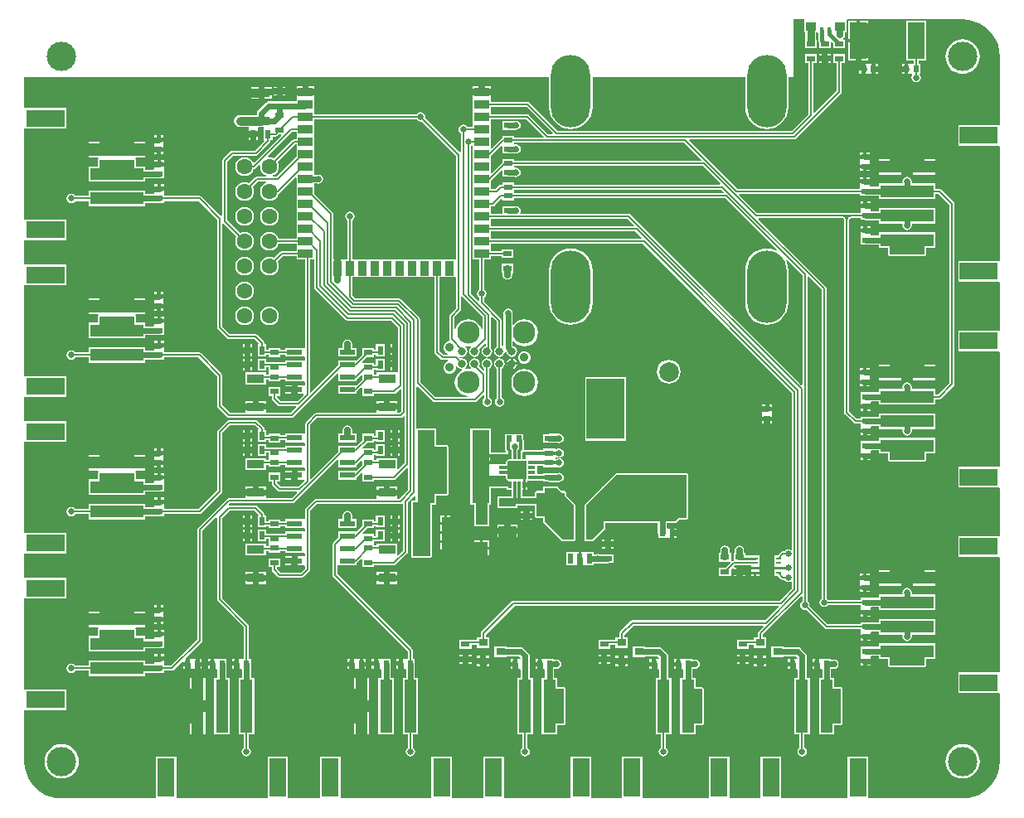
<source format=gtl>
%FSLAX25Y25*%
%MOIN*%
G70*
G01*
G75*
G04 Layer_Physical_Order=1*
G04 Layer_Color=255*
%ADD10C,0.00787*%
%ADD11R,0.02362X0.03543*%
%ADD12R,0.03543X0.02362*%
%ADD13R,0.07087X0.03543*%
%ADD14R,0.15354X0.07087*%
%ADD15R,0.21654X0.05118*%
%ADD16R,0.02756X0.02362*%
%ADD17R,0.03937X0.06693*%
%ADD18R,0.02165X0.00984*%
%ADD19R,0.02362X0.02756*%
%ADD20R,0.03827X0.03158*%
%ADD21R,0.06693X0.06693*%
%ADD22R,0.03150X0.01181*%
%ADD23R,0.01181X0.03150*%
%ADD24R,0.06102X0.02362*%
%ADD25R,0.03543X0.05906*%
%ADD26R,0.05906X0.03543*%
%ADD27R,0.19685X0.19685*%
%ADD28R,0.06693X0.14567*%
%ADD29R,0.07087X0.29528*%
%ADD30R,0.03937X0.03543*%
%ADD31R,0.01575X0.03150*%
%ADD32R,0.15354X0.24410*%
%ADD33R,0.12992X0.17323*%
%ADD34R,0.07087X0.15354*%
%ADD35R,0.05118X0.21654*%
%ADD36C,0.03150*%
%ADD37R,0.04921X0.04803*%
%ADD38R,0.02756X0.05118*%
%ADD39R,0.04724X0.13386*%
%ADD40R,0.02362X0.04134*%
%ADD41C,0.02362*%
%ADD42C,0.02559*%
%ADD43C,0.01181*%
%ADD44C,0.00984*%
%ADD45C,0.03543*%
%ADD46C,0.01575*%
%ADD47C,0.03150*%
%ADD48C,0.04724*%
%ADD49C,0.02756*%
%ADD50C,0.02165*%
%ADD51C,0.01772*%
%ADD52R,0.06200X0.09744*%
%ADD53R,0.06200X0.17300*%
%ADD54R,0.04035X0.13976*%
%ADD55R,0.13976X0.04035*%
%ADD56C,0.07874*%
%ADD57C,0.06299*%
%ADD58C,0.03543*%
%ADD59C,0.09055*%
%ADD60O,0.15748X0.29134*%
%ADD61C,0.11811*%
%ADD62C,0.02559*%
G36*
X183442Y156505D02*
X185724Y155957D01*
X187893Y155059D01*
X189894Y153833D01*
X191679Y152308D01*
X193203Y150524D01*
X194429Y148523D01*
X195327Y146354D01*
X195875Y144072D01*
X196056Y141774D01*
X196048Y141733D01*
Y141732D01*
X196048D01*
X196048Y141732D01*
Y114173D01*
X196048D01*
X195866D01*
X195694Y114173D01*
X195694Y114173D01*
Y114173D01*
X179331D01*
Y105905D01*
X195694D01*
X196048Y105552D01*
Y59449D01*
X196048D01*
X195866D01*
X195694Y59449D01*
X195694Y59449D01*
Y59449D01*
X179331D01*
Y51181D01*
X195694D01*
X196048Y50828D01*
Y31496D01*
X196048D01*
X195866D01*
X195694Y31496D01*
X195694Y31496D01*
Y31496D01*
X179331D01*
Y23228D01*
X195694D01*
X196048Y22875D01*
Y-23228D01*
X196048D01*
X195866D01*
X195694Y-23228D01*
X195694Y-23228D01*
Y-23228D01*
X179331D01*
Y-31496D01*
X195694D01*
X196048Y-31850D01*
Y-51181D01*
X196048D01*
X195866D01*
X195694Y-51181D01*
X195694Y-51181D01*
Y-51181D01*
X179331D01*
Y-59449D01*
X195694D01*
X196048Y-59802D01*
Y-105905D01*
X196048D01*
X195866D01*
X195694Y-105905D01*
X195694Y-105905D01*
Y-105905D01*
X179331D01*
Y-114173D01*
X195694D01*
X196048Y-114527D01*
Y-141732D01*
X196048Y-141732D01*
X196048D01*
X196056Y-141774D01*
X195875Y-144072D01*
X195327Y-146354D01*
X194429Y-148523D01*
X193203Y-150524D01*
X191679Y-152308D01*
X189894Y-153833D01*
X187893Y-155059D01*
X185724Y-155957D01*
X183442Y-156505D01*
X181144Y-156686D01*
X181102Y-156677D01*
X143209D01*
Y-156677D01*
Y-156496D01*
X143209Y-156324D01*
X143209Y-156324D01*
X143209D01*
Y-139961D01*
X134941D01*
Y-156324D01*
X134941Y-156324D01*
X134941D01*
X134941Y-156496D01*
X134760Y-156677D01*
X108169D01*
Y-156677D01*
Y-156496D01*
X108169Y-156324D01*
X108169Y-156324D01*
X108169D01*
Y-139961D01*
X99902D01*
Y-156324D01*
X99902Y-156324D01*
X99902D01*
X99902Y-156496D01*
X99720Y-156677D01*
X87402D01*
Y-156677D01*
Y-156496D01*
X87402Y-156324D01*
X87402Y-156324D01*
X87402D01*
Y-139961D01*
X79134D01*
Y-156324D01*
X79134Y-156324D01*
X79134D01*
X79134Y-156496D01*
X78952Y-156677D01*
X52362D01*
Y-156677D01*
Y-156496D01*
X52362Y-156324D01*
X52362Y-156324D01*
X52362D01*
Y-139961D01*
X44094D01*
Y-156324D01*
X44094Y-156324D01*
X44094D01*
X44094Y-156496D01*
X43913Y-156677D01*
X31791D01*
Y-156677D01*
Y-156496D01*
X31791Y-156324D01*
X31791Y-156324D01*
X31791D01*
Y-139961D01*
X23524D01*
Y-156324D01*
X23524Y-156324D01*
X23524D01*
X23524Y-156496D01*
X23342Y-156677D01*
X-3248D01*
Y-156677D01*
Y-156496D01*
X-3248Y-156324D01*
X-3248Y-156324D01*
X-3248D01*
Y-139961D01*
X-11516D01*
Y-156324D01*
X-11516Y-156324D01*
X-11516D01*
X-11516Y-156496D01*
X-11697Y-156677D01*
X-24114D01*
Y-156677D01*
Y-156496D01*
X-24114Y-156324D01*
X-24114Y-156324D01*
X-24114D01*
Y-139961D01*
X-32382D01*
Y-156324D01*
X-32382Y-156324D01*
X-32382D01*
X-32382Y-156496D01*
X-32563Y-156677D01*
X-68996D01*
Y-156677D01*
Y-156496D01*
X-68996Y-156324D01*
X-68996Y-156324D01*
X-68996D01*
Y-139961D01*
X-77264D01*
Y-156324D01*
X-77264Y-156324D01*
X-77264D01*
X-77264Y-156496D01*
X-77445Y-156677D01*
X-90059D01*
Y-156677D01*
Y-156496D01*
X-90059Y-156324D01*
X-90059Y-156324D01*
X-90059D01*
Y-139961D01*
X-98327D01*
Y-156324D01*
X-98327Y-156324D01*
X-98327D01*
X-98327Y-156496D01*
X-98508Y-156677D01*
X-134941D01*
Y-156677D01*
Y-156496D01*
X-134941Y-156324D01*
X-134941Y-156324D01*
X-134941D01*
Y-139961D01*
X-143209D01*
Y-156324D01*
X-143209Y-156324D01*
X-143209D01*
X-143209Y-156496D01*
X-143390Y-156677D01*
X-181102D01*
X-181144Y-156686D01*
X-183442Y-156505D01*
X-185724Y-155957D01*
X-187893Y-155059D01*
X-189894Y-153833D01*
X-191679Y-152308D01*
X-193203Y-150524D01*
X-194429Y-148523D01*
X-195327Y-146354D01*
X-195875Y-144072D01*
X-196056Y-141774D01*
X-196048Y-141732D01*
Y-121063D01*
X-196048D01*
X-195866D01*
X-195694Y-121063D01*
X-195694Y-121063D01*
Y-121063D01*
X-179331D01*
Y-112795D01*
X-195694D01*
X-195694Y-112795D01*
Y-112795D01*
X-195866Y-112795D01*
X-196048Y-112614D01*
Y-76181D01*
X-196048D01*
X-195866D01*
X-195694Y-76181D01*
X-195694Y-76181D01*
Y-76181D01*
X-179331D01*
Y-67914D01*
X-195694D01*
X-195694Y-67914D01*
Y-67914D01*
X-195866Y-67914D01*
X-196048Y-67732D01*
Y-58071D01*
X-196048D01*
X-195866D01*
X-195694Y-58071D01*
X-195694Y-58071D01*
Y-58071D01*
X-179331D01*
Y-49803D01*
X-195694D01*
X-195694Y-49803D01*
Y-49803D01*
X-195866Y-49803D01*
X-196048Y-49622D01*
Y-13189D01*
X-196048D01*
X-195866D01*
X-195694Y-13189D01*
X-195694Y-13189D01*
Y-13189D01*
X-179331D01*
Y-4921D01*
X-195694D01*
X-195694Y-4921D01*
Y-4921D01*
X-195866Y-4921D01*
X-196048Y-4740D01*
Y4921D01*
X-196048D01*
X-195866D01*
X-195694Y4921D01*
X-195694Y4921D01*
Y4921D01*
X-179331D01*
Y13189D01*
X-195694D01*
X-195694Y13189D01*
Y13189D01*
X-195866Y13189D01*
X-196048Y13370D01*
Y49803D01*
X-196048D01*
X-195866D01*
X-195694Y49803D01*
X-195694Y49803D01*
Y49803D01*
X-179331D01*
Y58071D01*
X-195694D01*
X-195694Y58071D01*
Y58071D01*
X-195866Y58071D01*
X-196048Y58252D01*
Y67913D01*
X-196048D01*
X-195866D01*
X-195694Y67913D01*
X-195694Y67913D01*
Y67913D01*
X-179331D01*
Y76181D01*
X-195694D01*
X-195694Y76181D01*
Y76181D01*
X-195866Y76181D01*
X-196048Y76363D01*
Y112795D01*
X-196048D01*
X-195866D01*
X-195694Y112795D01*
X-195694Y112795D01*
Y112795D01*
X-179331D01*
Y121063D01*
X-195694D01*
X-195694Y121063D01*
Y121063D01*
X-195866Y121063D01*
X-196048Y121244D01*
Y133366D01*
X14919D01*
Y121260D01*
X15086Y119562D01*
X15581Y117929D01*
X16385Y116424D01*
X17468Y115106D01*
X18787Y114023D01*
X20291Y113219D01*
X21924Y112724D01*
X23622Y112556D01*
X25320Y112724D01*
X26953Y113219D01*
X28457Y114023D01*
X29776Y115106D01*
X30858Y116424D01*
X31663Y117929D01*
X32158Y119562D01*
X32325Y121260D01*
Y133366D01*
X93659D01*
Y121260D01*
X93826Y119562D01*
X94321Y117929D01*
X95126Y116424D01*
X96208Y115106D01*
X97527Y114023D01*
X99032Y113219D01*
X100664Y112724D01*
X102362Y112556D01*
X104060Y112724D01*
X105693Y113219D01*
X107197Y114023D01*
X108516Y115106D01*
X109599Y116424D01*
X110403Y117929D01*
X110898Y119562D01*
X111065Y121260D01*
Y133366D01*
X113287D01*
Y150492D01*
Y156678D01*
X117520D01*
Y156201D01*
X117520D01*
Y151476D01*
X117871D01*
Y148622D01*
X117717D01*
Y145079D01*
X122441D01*
Y148622D01*
X122286D01*
Y151476D01*
X122638Y151476D01*
Y151476D01*
X122651D01*
X123005Y151123D01*
Y148228D01*
X123111Y147691D01*
X123416Y147235D01*
X123425Y147226D01*
Y145079D01*
X128150D01*
Y147557D01*
X128612Y147748D01*
X129134Y147226D01*
Y145079D01*
X133858D01*
Y148622D01*
X133171D01*
X133026Y149100D01*
X133238Y149242D01*
X133651Y149861D01*
X133797Y150591D01*
Y151476D01*
X134449D01*
Y156201D01*
X134449D01*
Y156324D01*
X134802Y156678D01*
X181102D01*
X181103Y156678D01*
Y156678D01*
X181144Y156686D01*
X183442Y156505D01*
D02*
G37*
%LPC*%
G36*
X93701Y-63779D02*
X92520D01*
Y-64370D01*
X93701D01*
Y-63779D01*
D02*
G37*
G36*
X99409Y-64476D02*
X96063D01*
Y-65059D01*
Y-65445D01*
X99409D01*
Y-65059D01*
Y-64476D01*
D02*
G37*
G36*
X-88583Y-62224D02*
X-91043D01*
Y-62815D01*
X-88583D01*
Y-62224D01*
D02*
G37*
G36*
Y-59272D02*
X-91043D01*
Y-59862D01*
X-88583D01*
Y-59272D01*
D02*
G37*
G36*
X91339Y-54885D02*
X90609Y-55030D01*
X89990Y-55443D01*
X89577Y-56062D01*
X89432Y-56791D01*
Y-57874D01*
X88976D01*
Y-61044D01*
X88789Y-61081D01*
X88464Y-61298D01*
X88454Y-61308D01*
X88082Y-61154D01*
D01*
X87992Y-61116D01*
Y-57874D01*
X87537D01*
Y-56791D01*
X87392Y-56062D01*
X86978Y-55443D01*
X86360Y-55030D01*
X85630Y-54885D01*
X84900Y-55030D01*
X84282Y-55443D01*
X83868Y-56062D01*
X83723Y-56791D01*
Y-57874D01*
X83268D01*
Y-61417D01*
X87691D01*
X87729Y-61507D01*
D01*
X87883Y-61879D01*
X85982Y-63779D01*
X83268D01*
Y-67323D01*
X87992D01*
Y-64608D01*
X88514Y-64086D01*
X88976Y-64277D01*
Y-64370D01*
X90158D01*
Y-63779D01*
X89474D01*
X89283Y-63318D01*
X89589Y-63011D01*
X96063D01*
Y-63090D01*
Y-63476D01*
X99409D01*
Y-63090D01*
Y-61122D01*
Y-58957D01*
X97843D01*
X97736Y-58935D01*
X93701D01*
Y-57874D01*
X93245D01*
Y-56791D01*
X93100Y-56062D01*
X92687Y-55443D01*
X92068Y-55030D01*
X91339Y-54885D01*
D02*
G37*
G36*
X-51476Y-65649D02*
X-54429D01*
Y-66831D01*
X-51476D01*
Y-65649D01*
D02*
G37*
G36*
X-99016Y-65650D02*
X-101969D01*
Y-66831D01*
X-99016D01*
Y-65650D01*
D02*
G37*
G36*
X-46161Y-65649D02*
X-49114D01*
Y-66831D01*
X-46161D01*
Y-65649D01*
D02*
G37*
G36*
X170276Y-64764D02*
X161221D01*
Y-65551D01*
X170276D01*
Y-64764D01*
D02*
G37*
G36*
X156496D02*
X147441D01*
Y-65551D01*
X156496D01*
Y-64764D01*
D02*
G37*
G36*
X-9146Y-56362D02*
X-9744D01*
Y-58854D01*
X-9146D01*
Y-56362D01*
D02*
G37*
G36*
X-12697Y-52870D02*
X-15248D01*
Y-53445D01*
X-12697D01*
Y-52870D01*
D02*
G37*
G36*
X-9146D02*
X-11697D01*
Y-53445D01*
X-9744D01*
Y-55362D01*
X-9146D01*
Y-52870D01*
D02*
G37*
G36*
X-107579Y-52165D02*
X-108169D01*
Y-53347D01*
X-107579D01*
Y-52165D01*
D02*
G37*
G36*
X-48228Y-52165D02*
X-48819D01*
Y-53346D01*
X-48228D01*
Y-52165D01*
D02*
G37*
G36*
X-104626Y-52165D02*
X-105217D01*
Y-53347D01*
X-104626D01*
Y-52165D01*
D02*
G37*
G36*
X29389Y-57579D02*
Y-57579D01*
X29232Y-57579D01*
X29134D01*
X29035D01*
X28879Y-57579D01*
X28879Y-57579D01*
Y-57579D01*
X27764D01*
Y-60237D01*
Y-62894D01*
X29035D01*
Y-62894D01*
X29232D01*
X29389Y-62894D01*
X29389Y-62894D01*
Y-62894D01*
X32776D01*
Y-62042D01*
X34043D01*
X34547Y-62143D01*
X35052Y-62042D01*
X38583D01*
X38757Y-62008D01*
X40945D01*
Y-58464D01*
X38757D01*
X38583Y-58430D01*
X35052D01*
X34547Y-58329D01*
X34043Y-58430D01*
X32776D01*
Y-57579D01*
X29389D01*
X29389Y-57579D01*
D02*
G37*
G36*
X25649D02*
Y-57579D01*
X25492Y-57579D01*
X25394D01*
X25295D01*
X25139Y-57579D01*
X25139Y-57579D01*
Y-57579D01*
X21752D01*
Y-62894D01*
X25295D01*
Y-62894D01*
X25492D01*
X25649Y-62894D01*
X25649Y-62894D01*
Y-62894D01*
X26764D01*
Y-60237D01*
Y-57579D01*
X25649D01*
X25649Y-57579D01*
D02*
G37*
G36*
X-28150Y-53941D02*
X-28730D01*
Y-56590D01*
X-28150D01*
Y-53941D01*
D02*
G37*
G36*
X40945Y-55512D02*
X39764D01*
Y-56102D01*
X40945D01*
Y-55512D01*
D02*
G37*
G36*
X37402D02*
X36220D01*
Y-56102D01*
X37402D01*
Y-55512D01*
D02*
G37*
G36*
X143799Y-72638D02*
X142618D01*
Y-73622D01*
X143799D01*
Y-72638D01*
D02*
G37*
G36*
X141043D02*
X139862D01*
Y-73622D01*
X141043D01*
Y-72638D01*
D02*
G37*
G36*
X156496Y-70276D02*
X147441D01*
Y-71063D01*
X156496D01*
Y-70276D01*
D02*
G37*
G36*
X-104331Y-69193D02*
X-107283D01*
Y-70374D01*
X-104331D01*
Y-69193D01*
D02*
G37*
G36*
X170276Y-70276D02*
X161221D01*
Y-71063D01*
X170276D01*
Y-70276D01*
D02*
G37*
G36*
X-161220Y-81496D02*
X-170275D01*
Y-82284D01*
X-161220D01*
Y-81496D01*
D02*
G37*
G36*
X-140059D02*
X-143996D01*
Y-82480D01*
X-143996Y-82480D01*
X-143996Y-82874D01*
X-143996D01*
Y-83858D01*
X-140059D01*
Y-82874D01*
D01*
Y-82874D01*
X-140059Y-82874D01*
Y-82480D01*
X-140059D01*
Y-81496D01*
D02*
G37*
G36*
X-147441D02*
X-156496D01*
Y-82284D01*
X-147441D01*
Y-81496D01*
D02*
G37*
G36*
X-140059Y-78937D02*
X-141240D01*
Y-79921D01*
X-140059D01*
Y-78937D01*
D02*
G37*
G36*
X-142815D02*
X-143996D01*
Y-79921D01*
X-142815D01*
Y-78937D01*
D02*
G37*
G36*
X-99016Y-69193D02*
X-101969D01*
Y-70374D01*
X-99016D01*
Y-69193D01*
D02*
G37*
G36*
X143799Y-66142D02*
X142618D01*
Y-67126D01*
X143799D01*
Y-66142D01*
D02*
G37*
G36*
X141043D02*
X139862D01*
Y-67126D01*
X141043D01*
Y-66142D01*
D02*
G37*
G36*
X97236Y-66445D02*
X96063D01*
Y-67027D01*
X97236D01*
Y-66445D01*
D02*
G37*
G36*
X-104331Y-65650D02*
X-107283D01*
Y-66831D01*
X-104331D01*
Y-65650D01*
D02*
G37*
G36*
X99409Y-66445D02*
X98236D01*
Y-67027D01*
X99409D01*
Y-66445D01*
D02*
G37*
G36*
X-46161Y-69193D02*
X-49114D01*
Y-70374D01*
X-46161D01*
Y-69193D01*
D02*
G37*
G36*
X-51476D02*
X-54429D01*
Y-70374D01*
X-51476D01*
Y-69193D01*
D02*
G37*
G36*
X143799Y-68701D02*
X139862D01*
Y-69685D01*
X139862Y-69685D01*
X139862Y-70079D01*
X139862D01*
Y-71063D01*
X143799D01*
Y-70079D01*
D01*
Y-70079D01*
X143799Y-70079D01*
Y-69685D01*
X143799D01*
Y-68701D01*
D02*
G37*
G36*
X93701Y-66732D02*
X92520D01*
Y-67323D01*
X93701D01*
Y-66732D01*
D02*
G37*
G36*
X90158D02*
X88976D01*
Y-67323D01*
X90158D01*
Y-66732D01*
D02*
G37*
G36*
X-45276Y-52165D02*
X-45866D01*
Y-53346D01*
X-45276D01*
Y-52165D01*
D02*
G37*
G36*
X-24795Y-42811D02*
X-26264D01*
Y-43406D01*
X-24795D01*
Y-42811D01*
D02*
G37*
G36*
X-45276Y-42913D02*
X-45866D01*
Y-44094D01*
X-45276D01*
Y-42913D01*
D02*
G37*
G36*
X4634Y-41138D02*
X3453D01*
Y-41728D01*
X4634D01*
Y-41138D01*
D02*
G37*
G36*
X-142618Y-35630D02*
X-143799D01*
Y-36614D01*
X-142618D01*
Y-35630D01*
D02*
G37*
G36*
X8177Y-41138D02*
X6996D01*
Y-41728D01*
X8177D01*
Y-41138D01*
D02*
G37*
G36*
Y-44091D02*
X6996D01*
Y-44681D01*
X8177D01*
Y-44091D01*
D02*
G37*
G36*
X4634D02*
X3453D01*
Y-44681D01*
X4634D01*
Y-44091D01*
D02*
G37*
G36*
X-107579Y-42913D02*
X-108169D01*
Y-44094D01*
X-107579D01*
Y-42913D01*
D02*
G37*
G36*
X-48228Y-42913D02*
X-48819D01*
Y-44094D01*
X-48228D01*
Y-42913D01*
D02*
G37*
G36*
X-104626Y-42913D02*
X-105217D01*
Y-44094D01*
X-104626D01*
Y-42913D01*
D02*
G37*
G36*
X-139862Y-35630D02*
X-141043D01*
Y-36614D01*
X-139862D01*
Y-35630D01*
D02*
G37*
G36*
Y-25787D02*
X-141043D01*
Y-26772D01*
X-139862D01*
Y-25787D01*
D02*
G37*
G36*
X-142618D02*
X-143799D01*
Y-26772D01*
X-142618D01*
Y-25787D01*
D02*
G37*
G36*
X-88583Y-24823D02*
X-91043D01*
Y-25414D01*
X-88583D01*
Y-24823D01*
D02*
G37*
G36*
X-140059Y-22441D02*
X-141240D01*
Y-23425D01*
X-140059D01*
Y-22441D01*
D02*
G37*
G36*
X-142815D02*
X-143996D01*
Y-23425D01*
X-142815D01*
Y-22441D01*
D02*
G37*
G36*
X-104331Y-31201D02*
X-107283D01*
Y-32382D01*
X-104331D01*
Y-31201D01*
D02*
G37*
G36*
X6110Y-31008D02*
X5429D01*
Y-32673D01*
X6110D01*
Y-31008D01*
D02*
G37*
G36*
X-99016Y-31201D02*
X-101969D01*
Y-32382D01*
X-99016D01*
Y-31201D01*
D02*
G37*
G36*
X-88583Y-27776D02*
X-91043D01*
Y-28366D01*
X-88583D01*
Y-27776D01*
D02*
G37*
G36*
X-147441Y-24016D02*
X-170275D01*
Y-24803D01*
X-166478D01*
X-166298Y-25237D01*
D01*
D01*
X-166486Y-25689D01*
Y-28346D01*
X-170275D01*
Y-34646D01*
X-147441D01*
Y-33303D01*
X-141831D01*
X-141656Y-33268D01*
X-139862D01*
Y-29724D01*
D01*
Y-29724D01*
X-139862Y-29724D01*
Y-29331D01*
X-139862D01*
Y-28346D01*
X-143799D01*
Y-29331D01*
X-143799D01*
Y-29336D01*
X-144153Y-29690D01*
X-147441D01*
Y-28346D01*
X-151231D01*
Y-25689D01*
X-151418Y-25237D01*
Y-25237D01*
Y-25237D01*
X-151238Y-24803D01*
X-147441D01*
Y-24016D01*
D02*
G37*
G36*
X2272Y-50193D02*
X1673D01*
Y-51374D01*
X2272D01*
Y-50193D01*
D02*
G37*
G36*
X-5413D02*
X-5996D01*
Y-51374D01*
X-5413D01*
Y-50193D01*
D02*
G37*
G36*
X-107579Y-48622D02*
X-108169D01*
Y-49803D01*
X-107579D01*
Y-48622D01*
D02*
G37*
G36*
X-48228Y-48622D02*
X-48819D01*
Y-49803D01*
X-48228D01*
Y-48622D01*
D02*
G37*
G36*
X-104626Y-48622D02*
X-105217D01*
Y-49803D01*
X-104626D01*
Y-48622D01*
D02*
G37*
G36*
X40945Y-52559D02*
X39764D01*
Y-53150D01*
X40945D01*
Y-52559D01*
D02*
G37*
G36*
X37402D02*
X36220D01*
Y-53150D01*
X37402D01*
Y-52559D01*
D02*
G37*
G36*
X-28150Y-50291D02*
X-28730D01*
Y-52941D01*
X-28150D01*
Y-50291D01*
D02*
G37*
G36*
X66142Y-50787D02*
X65158D01*
Y-51968D01*
X66142D01*
Y-50787D01*
D02*
G37*
G36*
X70251Y-25933D02*
X64051D01*
X64046Y-25936D01*
X41929D01*
X41477Y-26123D01*
X36399Y-31201D01*
X36122D01*
Y-31478D01*
X29371Y-38229D01*
X29184Y-38681D01*
Y-52658D01*
X29232Y-52775D01*
Y-53248D01*
X29705D01*
X29823Y-53297D01*
X32185D01*
X32303Y-53248D01*
X32776D01*
Y-52971D01*
X37165Y-48582D01*
X37352Y-48130D01*
Y-45816D01*
X58627D01*
Y-50000D01*
X58662Y-50174D01*
Y-51968D01*
X62205D01*
Y-51969D01*
X62205D01*
X62205Y-51969D01*
X62599D01*
Y-51968D01*
X63583D01*
Y-50001D01*
Y-48031D01*
X62599D01*
Y-48031D01*
X62593D01*
X62239Y-47678D01*
Y-45816D01*
X65650D01*
X66102Y-45629D01*
X67219Y-44512D01*
X70251D01*
X70703Y-44324D01*
X70890Y-43872D01*
Y-26572D01*
X70703Y-26120D01*
X70251Y-25933D01*
D02*
G37*
G36*
X-45276Y-48622D02*
X-45866D01*
Y-49803D01*
X-45276D01*
Y-48622D01*
D02*
G37*
G36*
X-104626Y-46457D02*
X-105217D01*
Y-47638D01*
X-104626D01*
Y-46457D01*
D02*
G37*
G36*
X-107579D02*
X-108169D01*
Y-47638D01*
X-107579D01*
Y-46457D01*
D02*
G37*
G36*
X-48228Y-46457D02*
X-48819D01*
Y-47638D01*
X-48228D01*
Y-46457D01*
D02*
G37*
G36*
X-27264Y-42811D02*
X-28732D01*
Y-45461D01*
X-28150D01*
Y-43406D01*
X-27264D01*
Y-42811D01*
D02*
G37*
G36*
X-45276Y-46457D02*
X-45866D01*
Y-47638D01*
X-45276D01*
Y-46457D01*
D02*
G37*
G36*
X-28150Y-46461D02*
X-28732D01*
Y-49110D01*
X-28150D01*
Y-46461D01*
D02*
G37*
G36*
X66142Y-48031D02*
X65158D01*
Y-49213D01*
X66142D01*
Y-48031D01*
D02*
G37*
G36*
X-3043Y-46650D02*
X-5996D01*
Y-47831D01*
X-5413D01*
Y-47244D01*
X-3043D01*
Y-46650D01*
D02*
G37*
G36*
X-66142Y-41007D02*
X-66872Y-41152D01*
X-67490Y-41565D01*
X-67903Y-42184D01*
X-68049Y-42913D01*
Y-44272D01*
X-69784D01*
Y-47815D01*
X-62500D01*
Y-44272D01*
X-64235D01*
Y-42913D01*
X-64380Y-42184D01*
X-64794Y-41565D01*
X-65412Y-41152D01*
X-66142Y-41007D01*
D02*
G37*
G36*
X2272Y-46650D02*
X-681D01*
Y-47244D01*
X1673D01*
Y-47831D01*
X2272D01*
Y-46650D01*
D02*
G37*
G36*
X13287Y-100689D02*
X12982Y-100689D01*
X12894D01*
Y-100689D01*
X12894D01*
X12894D01*
X11909D01*
Y-102658D01*
Y-104626D01*
X12894D01*
Y-104626D01*
X12899D01*
X13253Y-104980D01*
Y-108071D01*
X11909D01*
Y-130905D01*
X18209D01*
Y-127116D01*
X20866D01*
X21318Y-126928D01*
X21505Y-126476D01*
Y-112500D01*
X21318Y-112048D01*
X20866Y-111861D01*
X18209D01*
Y-108071D01*
X16865D01*
Y-104464D01*
X17409D01*
X17913Y-104564D01*
X18643Y-104419D01*
X19262Y-104006D01*
X19675Y-103387D01*
X19820Y-102657D01*
X19675Y-101928D01*
X19262Y-101309D01*
X18643Y-100896D01*
X17913Y-100751D01*
X17409Y-100851D01*
X16831D01*
Y-100689D01*
X13287D01*
Y-100689D01*
D02*
G37*
G36*
X121752Y-103445D02*
X120768D01*
Y-104626D01*
X121752D01*
Y-103445D01*
D02*
G37*
G36*
X68996Y-100689D02*
X68691Y-100689D01*
X68602D01*
Y-100689D01*
X68602D01*
X68602D01*
X67618D01*
Y-102658D01*
Y-104626D01*
X68602D01*
Y-104626D01*
X68608D01*
X68961Y-104980D01*
Y-108071D01*
X67520D01*
Y-130905D01*
X73819D01*
Y-127116D01*
X76476D01*
X76928Y-126928D01*
X77116Y-126476D01*
Y-112500D01*
X76928Y-112048D01*
X76476Y-111861D01*
X73819D01*
Y-108071D01*
X72574D01*
Y-104464D01*
X73118D01*
X73622Y-104564D01*
X74352Y-104419D01*
X74970Y-104006D01*
X75384Y-103387D01*
X75529Y-102657D01*
X75384Y-101928D01*
X74970Y-101309D01*
X74352Y-100896D01*
X73622Y-100751D01*
X73118Y-100851D01*
X72539D01*
Y-100689D01*
X68996D01*
Y-100689D01*
D02*
G37*
G36*
X-121358Y-103248D02*
X-122343D01*
Y-104429D01*
X-121358D01*
Y-103248D01*
D02*
G37*
G36*
X124705Y-100689D02*
X124399Y-100689D01*
X124311D01*
Y-100689D01*
X124311D01*
X124311D01*
X123327D01*
Y-102658D01*
Y-104626D01*
X124311D01*
Y-104626D01*
X124317D01*
X124670Y-104980D01*
Y-108071D01*
X123327D01*
Y-130905D01*
X129626D01*
Y-127116D01*
X132283D01*
X132735Y-126928D01*
X132923Y-126476D01*
Y-112500D01*
X132735Y-112048D01*
X132283Y-111861D01*
X129626D01*
Y-108071D01*
X128283D01*
Y-104464D01*
X128826D01*
X129331Y-104564D01*
X130060Y-104419D01*
X130679Y-104006D01*
X131092Y-103387D01*
X131237Y-102657D01*
X131092Y-101928D01*
X130679Y-101309D01*
X130060Y-100896D01*
X129331Y-100751D01*
X128826Y-100851D01*
X128248D01*
Y-100689D01*
X124705D01*
Y-100689D01*
D02*
G37*
G36*
X10335Y-103445D02*
X9350D01*
Y-104626D01*
X10335D01*
Y-103445D01*
D02*
G37*
G36*
X492D02*
X-492D01*
Y-104626D01*
X492D01*
Y-103445D01*
D02*
G37*
G36*
X56201D02*
X55216D01*
Y-104626D01*
X56201D01*
Y-103445D01*
D02*
G37*
G36*
X111910D02*
X110925D01*
Y-104626D01*
X111910D01*
Y-103445D01*
D02*
G37*
G36*
X66043D02*
X65059D01*
Y-104626D01*
X66043D01*
Y-103445D01*
D02*
G37*
G36*
X-111516Y-103248D02*
X-112500D01*
Y-104429D01*
X-111516D01*
Y-103248D01*
D02*
G37*
G36*
X98583Y-102559D02*
X97260D01*
Y-103547D01*
X98583D01*
Y-102559D01*
D02*
G37*
G36*
X46559D02*
X45236D01*
Y-103547D01*
X46559D01*
Y-102559D01*
D02*
G37*
G36*
X102268D02*
X100945D01*
Y-103547D01*
X102268D01*
Y-102559D01*
D02*
G37*
G36*
X143996Y-102165D02*
X142815D01*
Y-103149D01*
X143996D01*
Y-102165D01*
D02*
G37*
G36*
X141240D02*
X140059D01*
Y-103149D01*
X141240D01*
Y-102165D01*
D02*
G37*
G36*
X-45571Y-103248D02*
X-46555D01*
Y-104429D01*
X-45571D01*
Y-103248D01*
D02*
G37*
G36*
X-55413D02*
X-56398D01*
Y-104429D01*
X-55413D01*
Y-103248D01*
D02*
G37*
G36*
X-12835Y-102559D02*
X-14157D01*
Y-103547D01*
X-12835D01*
Y-102559D01*
D02*
G37*
G36*
X42874D02*
X41551D01*
Y-103547D01*
X42874D01*
Y-102559D01*
D02*
G37*
G36*
X-9150D02*
X-10473D01*
Y-103547D01*
X-9150D01*
Y-102559D01*
D02*
G37*
G36*
X-123327Y-121850D02*
X-124114D01*
Y-130905D01*
X-123327D01*
Y-121850D01*
D02*
G37*
G36*
X-128839D02*
X-129626D01*
Y-130905D01*
X-128839D01*
Y-121850D01*
D02*
G37*
G36*
X-118405Y-100492D02*
X-118711Y-100492D01*
X-118799D01*
Y-100492D01*
X-118799D01*
X-118799D01*
X-119783D01*
Y-102462D01*
Y-104429D01*
X-118799D01*
Y-104429D01*
X-118794D01*
X-118440Y-104783D01*
Y-108071D01*
X-119783D01*
Y-130905D01*
X-113484D01*
Y-108071D01*
X-114827D01*
Y-102461D01*
X-114862Y-102286D01*
Y-100492D01*
X-118405D01*
Y-100492D01*
D02*
G37*
G36*
X-57382Y-121850D02*
X-58169D01*
Y-130905D01*
X-57382D01*
Y-121850D01*
D02*
G37*
G36*
X-62894D02*
X-63681D01*
Y-130905D01*
X-62894D01*
Y-121850D01*
D02*
G37*
G36*
X181103Y-134809D02*
X179752Y-134942D01*
X178453Y-135336D01*
X177256Y-135976D01*
X176207Y-136837D01*
X175346Y-137886D01*
X174706Y-139083D01*
X174312Y-140382D01*
X174179Y-141732D01*
X174312Y-143083D01*
X174706Y-144382D01*
X175346Y-145579D01*
X176207Y-146628D01*
X177256Y-147489D01*
X178453Y-148128D01*
X179752Y-148522D01*
X181103Y-148655D01*
X182453Y-148522D01*
X183752Y-148128D01*
X184949Y-147489D01*
X185998Y-146628D01*
X186859Y-145579D01*
X187499Y-144382D01*
X187892Y-143083D01*
X188026Y-141732D01*
X187892Y-140382D01*
X187499Y-139083D01*
X186859Y-137886D01*
X185998Y-136837D01*
X184949Y-135976D01*
X183752Y-135336D01*
X182453Y-134942D01*
X181103Y-134809D01*
D02*
G37*
G36*
X-181102D02*
X-182453Y-134942D01*
X-183752Y-135336D01*
X-184949Y-135976D01*
X-185998Y-136837D01*
X-186859Y-137886D01*
X-187499Y-139083D01*
X-187892Y-140382D01*
X-188025Y-141732D01*
X-187892Y-143083D01*
X-187499Y-144382D01*
X-186859Y-145579D01*
X-185998Y-146628D01*
X-184949Y-147489D01*
X-183752Y-148128D01*
X-182453Y-148522D01*
X-181102Y-148655D01*
X-179752Y-148522D01*
X-178453Y-148128D01*
X-177256Y-147489D01*
X-176207Y-146628D01*
X-175346Y-145579D01*
X-174706Y-144382D01*
X-174312Y-143083D01*
X-174179Y-141732D01*
X-174312Y-140382D01*
X-174706Y-139083D01*
X-175346Y-137886D01*
X-176207Y-136837D01*
X-177256Y-135976D01*
X-178453Y-135336D01*
X-179752Y-134942D01*
X-181102Y-134809D01*
D02*
G37*
G36*
X-2181Y-95468D02*
X-7189D01*
Y-99807D01*
X-2181D01*
Y-99444D01*
X2795D01*
X3410Y-100059D01*
Y-100689D01*
X3051D01*
Y-100689D01*
X2067D01*
Y-102658D01*
Y-104626D01*
X3051D01*
Y-104626D01*
X3057D01*
X3410Y-104980D01*
Y-108071D01*
X2067D01*
Y-130905D01*
X4213D01*
Y-136217D01*
X3868Y-136447D01*
X3455Y-137066D01*
X3310Y-137795D01*
X3455Y-138525D01*
X3868Y-139144D01*
X4487Y-139557D01*
X5217Y-139702D01*
X5946Y-139557D01*
X6565Y-139144D01*
X6978Y-138525D01*
X7123Y-137795D01*
X6978Y-137066D01*
X6565Y-136447D01*
X6220Y-136217D01*
Y-130905D01*
X8366D01*
Y-108071D01*
X7023D01*
Y-102657D01*
Y-99311D01*
X6886Y-98620D01*
X6494Y-98034D01*
X4821Y-96360D01*
X4235Y-95969D01*
X3543Y-95831D01*
X-2181D01*
Y-95468D01*
D02*
G37*
G36*
X109236D02*
X104228D01*
Y-99807D01*
X109236D01*
Y-99444D01*
X114212D01*
X114827Y-100059D01*
Y-100689D01*
X114469D01*
Y-100689D01*
X113484D01*
Y-102658D01*
Y-104626D01*
X114469D01*
Y-104626D01*
X114474D01*
X114827Y-104980D01*
Y-108071D01*
X113484D01*
Y-130905D01*
X115630D01*
Y-136217D01*
X115286Y-136447D01*
X114872Y-137066D01*
X114727Y-137795D01*
X114872Y-138525D01*
X115286Y-139144D01*
X115904Y-139557D01*
X116634Y-139702D01*
X117364Y-139557D01*
X117982Y-139144D01*
X118395Y-138525D01*
X118541Y-137795D01*
X118395Y-137066D01*
X117982Y-136447D01*
X117637Y-136217D01*
Y-130905D01*
X119783D01*
Y-108071D01*
X118440D01*
Y-102657D01*
Y-99311D01*
X118303Y-98620D01*
X117911Y-98034D01*
X116238Y-96360D01*
X115652Y-95969D01*
X114961Y-95831D01*
X109236D01*
Y-95468D01*
D02*
G37*
G36*
X53527D02*
X48520D01*
Y-99807D01*
X53527D01*
Y-99444D01*
X58504D01*
X59119Y-100059D01*
Y-100689D01*
X58760D01*
Y-100689D01*
X57775D01*
Y-102658D01*
Y-104626D01*
X58760D01*
Y-104626D01*
X58765D01*
X59119Y-104980D01*
Y-108071D01*
X57677D01*
Y-130905D01*
X59823D01*
Y-136217D01*
X59478Y-136447D01*
X59065Y-137066D01*
X58920Y-137795D01*
X59065Y-138525D01*
X59478Y-139144D01*
X60097Y-139557D01*
X60827Y-139702D01*
X61556Y-139557D01*
X62175Y-139144D01*
X62588Y-138525D01*
X62733Y-137795D01*
X62588Y-137066D01*
X62175Y-136447D01*
X61830Y-136217D01*
Y-130905D01*
X63976D01*
Y-108071D01*
X62732D01*
Y-102657D01*
Y-99311D01*
X62594Y-98620D01*
X62203Y-98034D01*
X60529Y-96360D01*
X59943Y-95969D01*
X59252Y-95831D01*
X53527D01*
Y-95468D01*
D02*
G37*
G36*
X-52461Y-100492D02*
X-52766Y-100492D01*
X-52854D01*
Y-100492D01*
X-52854D01*
X-52854D01*
X-53839D01*
Y-102462D01*
Y-104429D01*
X-52854D01*
Y-104429D01*
X-52849D01*
X-52495Y-104783D01*
Y-108071D01*
X-53839D01*
Y-130905D01*
X-47539D01*
Y-108071D01*
X-48883D01*
Y-102657D01*
Y-102461D01*
X-48917Y-102286D01*
Y-100492D01*
X-52461D01*
Y-100492D01*
D02*
G37*
G36*
X-131201Y-103445D02*
X-132185D01*
Y-104626D01*
X-131201D01*
Y-103445D01*
D02*
G37*
G36*
X-62303Y-100689D02*
X-62609Y-100689D01*
X-62697D01*
Y-100689D01*
X-62697D01*
X-62697D01*
X-63681D01*
Y-102658D01*
Y-104626D01*
X-62697D01*
Y-104626D01*
X-62697D01*
X-62697Y-104626D01*
X-62303D01*
Y-104626D01*
X-61319D01*
Y-102658D01*
Y-100689D01*
X-62303D01*
Y-100689D01*
D02*
G37*
G36*
X-124705Y-103445D02*
X-125689D01*
Y-104626D01*
X-124705D01*
Y-103445D01*
D02*
G37*
G36*
X-58760D02*
X-59744D01*
Y-104626D01*
X-58760D01*
Y-103445D01*
D02*
G37*
G36*
X-65256D02*
X-66240D01*
Y-104626D01*
X-65256D01*
Y-103445D01*
D02*
G37*
G36*
X-123327Y-108071D02*
X-124114D01*
Y-117126D01*
X-123327D01*
Y-108071D01*
D02*
G37*
G36*
X-128839D02*
X-129626D01*
Y-117126D01*
X-128839D01*
Y-108071D01*
D02*
G37*
G36*
X-62894D02*
X-63681D01*
Y-117126D01*
X-62894D01*
Y-108071D01*
D02*
G37*
G36*
X-128642Y-100689D02*
Y-100689D01*
X-129626D01*
Y-102658D01*
Y-104626D01*
X-128642D01*
Y-104626D01*
X-128642D01*
X-128642Y-104626D01*
X-128248D01*
Y-104626D01*
X-127264D01*
Y-102658D01*
Y-100689D01*
X-128248D01*
D01*
D01*
X-128248Y-100689D01*
X-128642D01*
D02*
G37*
G36*
X-57382Y-108071D02*
X-58169D01*
Y-117126D01*
X-57382D01*
Y-108071D01*
D02*
G37*
G36*
X-19882Y-101772D02*
X-21063D01*
Y-102362D01*
X-19882D01*
Y-101772D01*
D02*
G37*
G36*
X-16339Y-98819D02*
X-17520D01*
Y-99409D01*
X-16339D01*
Y-98819D01*
D02*
G37*
G36*
X-19882D02*
X-21063D01*
Y-99409D01*
X-19882D01*
Y-98819D01*
D02*
G37*
G36*
X35827D02*
X34646D01*
Y-99409D01*
X35827D01*
Y-98819D01*
D02*
G37*
G36*
X91536D02*
X90354D01*
Y-99409D01*
X91536D01*
Y-98819D01*
D02*
G37*
G36*
X39370D02*
X38189D01*
Y-99409D01*
X39370D01*
Y-98819D01*
D02*
G37*
G36*
X98583Y-99209D02*
X97260D01*
Y-100197D01*
X98583D01*
Y-99209D01*
D02*
G37*
G36*
X46559D02*
X45236D01*
Y-100197D01*
X46559D01*
Y-99209D01*
D02*
G37*
G36*
X102268D02*
X100945D01*
Y-100197D01*
X102268D01*
Y-99209D01*
D02*
G37*
G36*
X-139862Y-98622D02*
X-141043D01*
Y-99606D01*
X-139862D01*
Y-98622D01*
D02*
G37*
G36*
X-142618D02*
X-143799D01*
Y-99606D01*
X-142618D01*
Y-98622D01*
D02*
G37*
G36*
X95079Y-98819D02*
X93898D01*
Y-99409D01*
X95079D01*
Y-98819D01*
D02*
G37*
G36*
X-142815Y-85433D02*
X-143996D01*
Y-86417D01*
X-142815D01*
Y-85433D01*
D02*
G37*
G36*
X-139862Y-88779D02*
X-141043D01*
Y-89764D01*
X-139862D01*
Y-88779D01*
D02*
G37*
G36*
X-140059Y-85433D02*
X-141240D01*
Y-86417D01*
X-140059D01*
Y-85433D01*
D02*
G37*
G36*
X143996Y-82480D02*
X142815D01*
Y-83464D01*
X143996D01*
Y-82480D01*
D02*
G37*
G36*
X141240D02*
X140059D01*
Y-83464D01*
X141240D01*
Y-82480D01*
D02*
G37*
G36*
Y-92323D02*
X140059D01*
Y-93307D01*
X141240D01*
Y-92323D01*
D02*
G37*
G36*
X170276Y-94291D02*
X147441D01*
Y-95635D01*
X142028D01*
X141853Y-95669D01*
X140059D01*
Y-99212D01*
X140059Y-99212D01*
X140059Y-99606D01*
X140059D01*
Y-100591D01*
X143996D01*
Y-99606D01*
X143996D01*
Y-99601D01*
X144350Y-99247D01*
X147441D01*
Y-100591D01*
X151231D01*
Y-103248D01*
X151418Y-103700D01*
X151870Y-103887D01*
X165847D01*
X166298Y-103700D01*
X166486Y-103248D01*
Y-100591D01*
X170276D01*
Y-94291D01*
D02*
G37*
G36*
X143996Y-92323D02*
X142815D01*
Y-93307D01*
X143996D01*
Y-92323D01*
D02*
G37*
G36*
X-142618Y-88779D02*
X-143799D01*
Y-89764D01*
X-142618D01*
Y-88779D01*
D02*
G37*
G36*
X-147441Y-87008D02*
X-170275D01*
Y-87795D01*
X-166478D01*
X-166298Y-88229D01*
D01*
D01*
X-166486Y-88681D01*
Y-91338D01*
X-170275D01*
Y-97638D01*
X-147441D01*
Y-96294D01*
X-141831D01*
X-141656Y-96260D01*
X-139862D01*
Y-92716D01*
D01*
Y-92716D01*
X-139862Y-92716D01*
Y-92323D01*
X-139862D01*
Y-91338D01*
X-143799D01*
Y-92323D01*
X-143799D01*
Y-92328D01*
X-144153Y-92682D01*
X-147441D01*
Y-91338D01*
X-151231D01*
Y-88681D01*
X-151418Y-88229D01*
Y-88229D01*
Y-88229D01*
X-151238Y-87795D01*
X-147441D01*
Y-87008D01*
D02*
G37*
G36*
X-65256Y-100689D02*
X-66240D01*
Y-101870D01*
X-65256D01*
Y-100689D01*
D02*
G37*
G36*
X-124705D02*
X-125689D01*
Y-101870D01*
X-124705D01*
Y-100689D01*
D02*
G37*
G36*
X-58760D02*
X-59744D01*
Y-101870D01*
X-58760D01*
Y-100689D01*
D02*
G37*
G36*
X10335D02*
X9350D01*
Y-101870D01*
X10335D01*
Y-100689D01*
D02*
G37*
G36*
X492D02*
X-492D01*
Y-101870D01*
X492D01*
Y-100689D01*
D02*
G37*
G36*
X35827Y-101772D02*
X34646D01*
Y-102362D01*
X35827D01*
Y-101772D01*
D02*
G37*
G36*
X-16339D02*
X-17520D01*
Y-102362D01*
X-16339D01*
Y-101772D01*
D02*
G37*
G36*
X39370D02*
X38189D01*
Y-102362D01*
X39370D01*
Y-101772D01*
D02*
G37*
G36*
X95079D02*
X93898D01*
Y-102362D01*
X95079D01*
Y-101772D01*
D02*
G37*
G36*
X91536D02*
X90354D01*
Y-102362D01*
X91536D01*
Y-101772D01*
D02*
G37*
G36*
X56201Y-100689D02*
X55216D01*
Y-101870D01*
X56201D01*
Y-100689D01*
D02*
G37*
G36*
X-45571Y-100492D02*
X-46555D01*
Y-101673D01*
X-45571D01*
Y-100492D01*
D02*
G37*
G36*
X-55413D02*
X-56398D01*
Y-101673D01*
X-55413D01*
Y-100492D01*
D02*
G37*
G36*
X-12835Y-99209D02*
X-14157D01*
Y-100197D01*
X-12835D01*
Y-99209D01*
D02*
G37*
G36*
X42874D02*
X41551D01*
Y-100197D01*
X42874D01*
Y-99209D01*
D02*
G37*
G36*
X-9150D02*
X-10473D01*
Y-100197D01*
X-9150D01*
Y-99209D01*
D02*
G37*
G36*
X111910Y-100689D02*
X110925D01*
Y-101870D01*
X111910D01*
Y-100689D01*
D02*
G37*
G36*
X66043D02*
X65059D01*
Y-101870D01*
X66043D01*
Y-100689D01*
D02*
G37*
G36*
X121752D02*
X120768D01*
Y-101870D01*
X121752D01*
Y-100689D01*
D02*
G37*
G36*
X-111516Y-100492D02*
X-112500D01*
Y-101673D01*
X-111516D01*
Y-100492D01*
D02*
G37*
G36*
X-121358D02*
X-122343D01*
Y-101673D01*
X-121358D01*
Y-100492D01*
D02*
G37*
G36*
X141240Y-19488D02*
X140059D01*
Y-20472D01*
X141240D01*
Y-19488D01*
D02*
G37*
G36*
X143799Y93307D02*
X142618D01*
Y92323D01*
X143799D01*
Y93307D01*
D02*
G37*
G36*
X141043D02*
X139862D01*
Y92323D01*
X141043D01*
Y93307D01*
D02*
G37*
G36*
X170276Y95079D02*
X161221D01*
Y94291D01*
X170276D01*
Y95079D01*
D02*
G37*
G36*
X156496D02*
X147441D01*
Y94291D01*
X156496D01*
Y95079D01*
D02*
G37*
G36*
X-139862Y90354D02*
X-141043D01*
Y89370D01*
X-139862D01*
Y90354D01*
D02*
G37*
G36*
X141240Y83465D02*
X140059D01*
Y82480D01*
X141240D01*
Y83465D01*
D02*
G37*
G36*
X143996Y73622D02*
X142815D01*
Y72638D01*
X143996D01*
Y73622D01*
D02*
G37*
G36*
X-142618Y90354D02*
X-143799D01*
Y89370D01*
X-142618D01*
Y90354D01*
D02*
G37*
G36*
X143996Y83465D02*
X142815D01*
Y82480D01*
X143996D01*
Y83465D01*
D02*
G37*
G36*
X141043Y96654D02*
X139862D01*
Y95669D01*
X141043D01*
Y96654D01*
D02*
G37*
G36*
X170276Y100591D02*
X161221D01*
Y99803D01*
X170276D01*
Y100591D01*
D02*
G37*
G36*
X156496D02*
X147441D01*
Y99803D01*
X156496D01*
Y100591D01*
D02*
G37*
G36*
X143799Y103150D02*
X142618D01*
Y102165D01*
X143799D01*
Y103150D01*
D02*
G37*
G36*
X141043D02*
X139862D01*
Y102165D01*
X141043D01*
Y103150D01*
D02*
G37*
G36*
X143799Y100591D02*
X139862D01*
Y99606D01*
X139862Y99606D01*
X139862Y99213D01*
X139862D01*
Y98228D01*
X143799D01*
Y99213D01*
D01*
Y99213D01*
X143799Y99213D01*
Y99606D01*
X143799D01*
Y100591D01*
D02*
G37*
G36*
X-147441Y101969D02*
X-170275D01*
Y101181D01*
X-166478D01*
X-166298Y100747D01*
D01*
D01*
X-166486Y100295D01*
Y97638D01*
X-170275D01*
Y91339D01*
X-147441D01*
Y92682D01*
X-141831D01*
X-141656Y92717D01*
X-139862D01*
Y96260D01*
D01*
Y96260D01*
X-139862Y96260D01*
Y96654D01*
X-139862D01*
Y97638D01*
X-143799D01*
Y96654D01*
X-143799D01*
Y96648D01*
X-144153Y96295D01*
X-147441D01*
Y97638D01*
X-151231D01*
Y100295D01*
X-151418Y100747D01*
Y100747D01*
Y100747D01*
X-151238Y101181D01*
X-147441D01*
Y101969D01*
D02*
G37*
G36*
X143799Y96654D02*
X142618D01*
Y95669D01*
X143799D01*
Y96654D01*
D02*
G37*
G36*
X-139862Y100197D02*
X-141043D01*
Y99213D01*
X-139862D01*
Y100197D01*
D02*
G37*
G36*
X-142618D02*
X-143799D01*
Y99213D01*
X-142618D01*
Y100197D01*
D02*
G37*
G36*
X23622Y64609D02*
X21924Y64442D01*
X20291Y63946D01*
X18787Y63142D01*
X17468Y62060D01*
X16385Y60741D01*
X15581Y59236D01*
X15086Y57604D01*
X14919Y55906D01*
Y42520D01*
X15086Y40822D01*
X15581Y39189D01*
X16385Y37684D01*
X17468Y36366D01*
X18787Y35283D01*
X20291Y34479D01*
X21924Y33984D01*
X23622Y33816D01*
X25320Y33984D01*
X26953Y34479D01*
X28457Y35283D01*
X29776Y36366D01*
X30858Y37684D01*
X31663Y39189D01*
X32158Y40822D01*
X32325Y42520D01*
Y55906D01*
X32158Y57604D01*
X31663Y59236D01*
X30858Y60741D01*
X29776Y62060D01*
X28457Y63142D01*
X26953Y63946D01*
X25320Y64442D01*
X23622Y64609D01*
D02*
G37*
G36*
X-147441Y38976D02*
X-170275D01*
Y38189D01*
X-166478D01*
X-166298Y37755D01*
D01*
D01*
X-166486Y37303D01*
Y34646D01*
X-170275D01*
Y28346D01*
X-147441D01*
Y29690D01*
X-141831D01*
X-141656Y29724D01*
X-139862D01*
Y33268D01*
D01*
Y33268D01*
X-139862Y33268D01*
Y33661D01*
X-139862D01*
Y34646D01*
X-143799D01*
Y33661D01*
X-143799D01*
Y33656D01*
X-144153Y33302D01*
X-147441D01*
Y34646D01*
X-151231D01*
Y37303D01*
X-151418Y37755D01*
Y37755D01*
Y37755D01*
X-151238Y38189D01*
X-147441D01*
Y38976D01*
D02*
G37*
G36*
X-139862Y37205D02*
X-141043D01*
Y36220D01*
X-139862D01*
Y37205D01*
D02*
G37*
G36*
X-142618D02*
X-143799D01*
Y36220D01*
X-142618D01*
Y37205D01*
D02*
G37*
G36*
X-139862Y27362D02*
X-141043D01*
Y26378D01*
X-139862D01*
Y27362D01*
D02*
G37*
G36*
X-107579Y25984D02*
X-108169D01*
Y24803D01*
X-107579D01*
Y25984D01*
D02*
G37*
G36*
X-104626Y22441D02*
X-105217D01*
Y21260D01*
X-104626D01*
Y22441D01*
D02*
G37*
G36*
X-142618Y27362D02*
X-143799D01*
Y26378D01*
X-142618D01*
Y27362D01*
D02*
G37*
G36*
X-104626Y25984D02*
X-105217D01*
Y24803D01*
X-104626D01*
Y25984D01*
D02*
G37*
G36*
X-142815Y40551D02*
X-143996D01*
Y39567D01*
X-142815D01*
Y40551D01*
D02*
G37*
G36*
X492Y58366D02*
X-4232D01*
Y54823D01*
X-3777D01*
X-3777Y53937D01*
X-3704Y53574D01*
X-3632Y53207D01*
X-3632Y53207D01*
X-3632Y53207D01*
X-3424Y52896D01*
X-3218Y52589D01*
X-3218Y52589D01*
X-3218Y52589D01*
X-2911Y52383D01*
X-2600Y52175D01*
X-2600Y52175D01*
X-2600Y52175D01*
X-2233Y52103D01*
X-1870Y52030D01*
X-1870D01*
X-1870D01*
X-1507Y52103D01*
X-1140Y52175D01*
X-1140Y52175D01*
X-1140Y52175D01*
X-829Y52383D01*
X-522Y52589D01*
X-522Y52589D01*
X-522Y52589D01*
X-316Y52897D01*
X-108Y53207D01*
X-108Y53207D01*
X-108Y53207D01*
X-35Y53574D01*
X37Y53937D01*
Y53937D01*
Y53937D01*
X37Y54469D01*
X390Y54823D01*
X492D01*
Y58366D01*
D02*
G37*
G36*
X-140059Y47047D02*
X-141240D01*
Y46063D01*
X-140059D01*
Y47047D01*
D02*
G37*
G36*
X141240Y73622D02*
X140059D01*
Y72638D01*
X141240D01*
Y73622D01*
D02*
G37*
G36*
X143996Y71063D02*
X140059D01*
Y70079D01*
X140059Y70079D01*
X140059Y69685D01*
X140059D01*
Y66142D01*
X141853D01*
X142027Y66107D01*
X147441D01*
Y64764D01*
X151231D01*
Y62106D01*
X151418Y61654D01*
X151870Y61467D01*
X165846D01*
X166298Y61654D01*
X166486Y62106D01*
Y64764D01*
X170276D01*
Y71063D01*
X147441D01*
Y69720D01*
X143996D01*
Y70079D01*
X143996D01*
Y71063D01*
D02*
G37*
G36*
X-142815Y47047D02*
X-143996D01*
Y46063D01*
X-142815D01*
Y47047D01*
D02*
G37*
G36*
X-140059Y44488D02*
X-143996D01*
Y43504D01*
X-143996Y43504D01*
X-143996Y43110D01*
X-143996D01*
Y42126D01*
X-140059D01*
Y43110D01*
D01*
Y43110D01*
X-140059Y43110D01*
Y43504D01*
X-140059D01*
Y44488D01*
D02*
G37*
G36*
Y40551D02*
X-141240D01*
Y39567D01*
X-140059D01*
Y40551D01*
D02*
G37*
G36*
X-147441Y44488D02*
X-156496D01*
Y43701D01*
X-147441D01*
Y44488D01*
D02*
G37*
G36*
X-161220D02*
X-170275D01*
Y43701D01*
X-161220D01*
Y44488D01*
D02*
G37*
G36*
X-142815Y103543D02*
X-143996D01*
Y102559D01*
X-142815D01*
Y103543D01*
D02*
G37*
G36*
X147047Y136024D02*
X146063D01*
Y134843D01*
X147047D01*
Y136024D01*
D02*
G37*
G36*
X140551D02*
X139567D01*
Y134843D01*
X140551D01*
Y136024D01*
D02*
G37*
G36*
Y138780D02*
X139567D01*
Y137599D01*
X140551D01*
Y138780D01*
D02*
G37*
G36*
X157677Y138779D02*
X156693D01*
Y137598D01*
X157677D01*
Y138779D01*
D02*
G37*
G36*
X143504Y138780D02*
X143198Y138780D01*
X143110D01*
Y138780D01*
X143110D01*
X143110D01*
X142126D01*
Y136810D01*
Y134843D01*
X143110D01*
Y134843D01*
X143110D01*
X143110Y134843D01*
X143504D01*
Y134843D01*
X144488D01*
Y136810D01*
Y138780D01*
X143504D01*
Y138780D01*
D02*
G37*
G36*
X-91142Y129626D02*
X-92323D01*
Y129035D01*
X-91142D01*
Y129626D01*
D02*
G37*
G36*
X-94685D02*
X-95866D01*
Y129035D01*
X-94685D01*
Y129626D01*
D02*
G37*
G36*
X157677Y136023D02*
X156693D01*
Y134842D01*
X157677D01*
Y136023D01*
D02*
G37*
G36*
X181103Y148655D02*
X179752Y148522D01*
X178453Y148128D01*
X177256Y147489D01*
X176207Y146628D01*
X175346Y145579D01*
X174706Y144382D01*
X174312Y143083D01*
X174179Y141732D01*
X174312Y140382D01*
X174706Y139083D01*
X175346Y137886D01*
X176207Y136837D01*
X177256Y135976D01*
X178453Y135336D01*
X179752Y134942D01*
X181103Y134809D01*
X182453Y134942D01*
X183752Y135336D01*
X184949Y135976D01*
X185998Y136837D01*
X186859Y137886D01*
X187499Y139083D01*
X187892Y140382D01*
X188026Y141732D01*
X187892Y143083D01*
X187499Y144382D01*
X186859Y145579D01*
X185998Y146628D01*
X184949Y147489D01*
X183752Y148128D01*
X182453Y148522D01*
X181103Y148655D01*
D02*
G37*
G36*
X147047Y138780D02*
X146063D01*
Y137599D01*
X147047D01*
Y138780D01*
D02*
G37*
G36*
X128150Y142717D02*
X126969D01*
Y142126D01*
X128150D01*
Y142717D01*
D02*
G37*
G36*
X124606D02*
X123425D01*
Y142126D01*
X124606D01*
Y142717D01*
D02*
G37*
G36*
X143110Y156004D02*
X139961D01*
Y148917D01*
X143110D01*
Y156004D01*
D02*
G37*
G36*
X138386D02*
X135236D01*
Y148917D01*
X138386D01*
Y156004D01*
D02*
G37*
G36*
X143110Y147343D02*
X139961D01*
Y140256D01*
X143110D01*
Y147343D01*
D02*
G37*
G36*
X124606Y139764D02*
X123425D01*
Y139173D01*
X124606D01*
Y139764D01*
D02*
G37*
G36*
X166339Y156004D02*
X158465D01*
Y140256D01*
X161398D01*
Y138779D01*
X160630D01*
D01*
D01*
X160630Y138779D01*
X160236D01*
Y138779D01*
X159252D01*
Y136810D01*
Y134842D01*
X160236D01*
Y134842D01*
X160236D01*
X160236Y134842D01*
X160630D01*
Y134842D01*
X160674D01*
X160910Y134402D01*
X160640Y133997D01*
X160495Y133268D01*
X160640Y132538D01*
X161053Y131920D01*
X161672Y131506D01*
X162402Y131361D01*
X163131Y131506D01*
X163750Y131920D01*
X164163Y132538D01*
X164308Y133268D01*
X164163Y133997D01*
X163750Y134616D01*
X163819Y134842D01*
X164173D01*
Y138779D01*
X163405D01*
Y140256D01*
X166339D01*
Y156004D01*
D02*
G37*
G36*
X138386Y147343D02*
X135236D01*
Y140256D01*
X138386D01*
Y147343D01*
D02*
G37*
G36*
X128150Y139764D02*
X126969D01*
Y139173D01*
X128150D01*
Y139764D01*
D02*
G37*
G36*
X-142815Y110039D02*
X-143996D01*
Y109055D01*
X-142815D01*
Y110039D01*
D02*
G37*
G36*
X-102264Y109449D02*
X-102854D01*
Y108268D01*
X-102264D01*
Y109449D01*
D02*
G37*
G36*
X122441Y142717D02*
X117717D01*
Y139173D01*
X119075D01*
Y118506D01*
X112498Y111929D01*
X18231D01*
X6989Y123170D01*
X6663Y123388D01*
X6279Y123464D01*
X-8661D01*
Y124745D01*
X-8661Y124745D01*
D01*
D01*
X-8661Y124823D01*
Y124876D01*
Y124961D01*
Y124999D01*
Y125098D01*
X-8661Y125155D01*
X-8661Y125176D01*
X-8661Y125176D01*
X-8661D01*
Y126279D01*
X-15748D01*
Y125176D01*
X-15748Y125176D01*
X-15748D01*
X-15748Y125098D01*
Y124823D01*
D01*
D01*
D01*
D01*
X-15748D01*
Y120098D01*
X-15748Y120098D01*
X-15748Y119823D01*
X-15748D01*
Y115176D01*
X-15748Y115176D01*
X-15748D01*
X-15748Y115098D01*
Y114823D01*
D01*
D01*
D01*
D01*
X-15748D01*
Y113464D01*
X-18113D01*
X-18317Y113769D01*
X-18936Y114183D01*
X-19665Y114328D01*
X-20395Y114183D01*
X-21014Y113769D01*
X-21427Y113151D01*
X-21572Y112421D01*
X-21427Y111692D01*
X-21014Y111073D01*
X-20669Y110843D01*
Y103450D01*
X-21131Y103259D01*
X-34926Y117054D01*
X-34845Y117461D01*
X-34990Y118190D01*
X-35404Y118809D01*
X-36022Y119222D01*
X-36752Y119367D01*
X-37482Y119222D01*
X-38100Y118809D01*
X-38331Y118464D01*
X-79528D01*
Y119745D01*
X-79528Y119745D01*
D01*
D01*
X-79527Y119823D01*
Y119877D01*
Y119961D01*
Y119999D01*
Y120098D01*
X-79528Y120155D01*
X-79528Y120176D01*
X-79528Y120176D01*
X-79528D01*
Y124745D01*
X-79528Y124745D01*
D01*
D01*
X-79527Y124823D01*
Y124876D01*
Y124961D01*
Y124999D01*
Y125098D01*
X-79528Y125155D01*
X-79528Y125176D01*
X-79528Y125176D01*
X-79528D01*
Y126279D01*
X-86614D01*
Y125176D01*
X-86614Y125176D01*
X-86614D01*
X-86614Y125098D01*
Y124823D01*
D01*
D01*
D01*
D01*
X-86614D01*
Y123755D01*
X-97736D01*
X-98427Y123618D01*
X-99014Y123226D01*
X-102065Y120175D01*
X-102456Y119589D01*
X-102594Y118898D01*
Y118255D01*
X-109350D01*
X-110272Y118072D01*
X-111053Y117550D01*
X-111575Y116768D01*
X-111759Y115847D01*
X-111575Y114925D01*
X-111053Y114143D01*
X-110272Y113621D01*
X-109350Y113438D01*
X-105807D01*
Y112992D01*
X-105807D01*
Y111811D01*
X-102264D01*
Y112992D01*
X-102264D01*
Y113084D01*
X-101910Y113438D01*
X-100787D01*
X-100555Y113484D01*
X-99902D01*
Y112992D01*
X-99902D01*
Y108268D01*
X-99710D01*
X-99519Y107806D01*
X-103368Y103956D01*
X-112500D01*
X-112884Y103880D01*
X-113210Y103662D01*
X-116359Y100513D01*
X-116577Y100187D01*
X-116653Y99803D01*
Y77682D01*
X-117115Y77491D01*
X-124979Y85355D01*
X-125305Y85573D01*
X-125689Y85649D01*
X-139862D01*
Y86417D01*
D01*
Y86417D01*
X-139862Y86417D01*
Y86811D01*
X-139862D01*
Y87795D01*
X-143799D01*
Y86811D01*
X-143799D01*
Y86806D01*
X-144153Y86452D01*
X-147441D01*
Y87795D01*
X-170275D01*
Y85649D01*
X-175587D01*
X-175817Y85994D01*
X-176436Y86407D01*
X-177165Y86552D01*
X-177895Y86407D01*
X-178514Y85994D01*
X-178927Y85375D01*
X-179072Y84646D01*
X-178927Y83916D01*
X-178514Y83297D01*
X-177895Y82884D01*
X-177165Y82739D01*
X-176436Y82884D01*
X-175817Y83297D01*
X-175587Y83642D01*
X-170275D01*
Y81496D01*
X-147441D01*
Y82839D01*
X-141831D01*
X-141656Y82874D01*
X-139862D01*
Y83642D01*
X-126105D01*
X-118622Y76159D01*
Y49705D01*
X-118622Y49705D01*
Y32776D01*
X-118622Y32776D01*
X-118622D01*
X-118545Y32392D01*
X-118328Y32066D01*
X-114588Y28326D01*
X-114262Y28108D01*
X-114198Y28096D01*
X-113878Y28032D01*
X-103467D01*
X-101881Y26446D01*
X-102073Y25984D01*
X-102264D01*
Y21260D01*
X-98721D01*
Y21851D01*
X-97835D01*
Y20965D01*
X-93110D01*
Y21851D01*
X-91043D01*
Y21083D01*
X-83760D01*
Y21083D01*
X-83640D01*
X-83287Y20729D01*
Y19626D01*
X-83760D01*
Y19626D01*
X-91043D01*
Y18858D01*
X-98721D01*
Y20276D01*
X-102264D01*
Y15551D01*
X-98721D01*
Y16851D01*
X-97835D01*
Y15059D01*
X-97835Y15059D01*
X-97835Y14665D01*
X-97835D01*
Y13858D01*
X-99016D01*
Y14665D01*
X-107283D01*
Y9941D01*
X-99016D01*
Y11851D01*
X-97835D01*
Y11122D01*
X-93110D01*
Y11851D01*
X-91043D01*
Y11083D01*
X-83760D01*
Y11083D01*
X-83640D01*
X-83287Y10729D01*
Y9626D01*
X-83760D01*
Y9626D01*
X-86220D01*
Y7853D01*
Y6083D01*
X-83962D01*
X-83771Y5621D01*
X-86223Y3169D01*
X-92990D01*
X-94469Y4648D01*
Y5216D01*
X-93110D01*
Y8760D01*
X-97835D01*
Y5216D01*
X-96476D01*
Y4232D01*
X-96400Y3848D01*
X-96182Y3523D01*
X-94115Y1456D01*
X-93789Y1238D01*
X-93405Y1162D01*
X-86934D01*
X-86743Y700D01*
X-88900Y-1457D01*
X-99016D01*
Y-295D01*
X-107283D01*
Y-1457D01*
X-113462D01*
X-116615Y1695D01*
Y13583D01*
X-116691Y13967D01*
X-116909Y14292D01*
X-124979Y22363D01*
X-125305Y22581D01*
X-125689Y22657D01*
X-139862D01*
Y23425D01*
D01*
Y23425D01*
X-139862Y23425D01*
Y23819D01*
X-139862D01*
Y24803D01*
X-143799D01*
Y23819D01*
X-143799D01*
Y23813D01*
X-144153Y23460D01*
X-147441D01*
Y24803D01*
X-170275D01*
Y22657D01*
X-175587D01*
X-175817Y23002D01*
X-176436Y23415D01*
X-177165Y23560D01*
X-177895Y23415D01*
X-178514Y23002D01*
X-178927Y22383D01*
X-179072Y21654D01*
X-178927Y20924D01*
X-178514Y20305D01*
X-177895Y19892D01*
X-177165Y19747D01*
X-176436Y19892D01*
X-175817Y20305D01*
X-175587Y20650D01*
X-170275D01*
Y18504D01*
X-147441D01*
Y19847D01*
X-141831D01*
X-141656Y19882D01*
X-139862D01*
Y20650D01*
X-126105D01*
X-118622Y13167D01*
Y1280D01*
X-118622Y1280D01*
X-118622D01*
X-118545Y895D01*
X-118328Y570D01*
X-114588Y-3170D01*
X-114262Y-3388D01*
X-114198Y-3400D01*
X-113878Y-3464D01*
X-88484D01*
X-88100Y-3388D01*
X-87775Y-3170D01*
X-70245Y14359D01*
X-69783Y14168D01*
Y11083D01*
X-62500D01*
Y11960D01*
X-62224Y12145D01*
X-60796Y13572D01*
X-60335Y13380D01*
Y11951D01*
X-62659Y9626D01*
X-69783D01*
Y6083D01*
X-62500D01*
Y7013D01*
X-62302Y7145D01*
X-60796Y8651D01*
X-60425Y8496D01*
D01*
X-60335Y8459D01*
Y5217D01*
X-55610D01*
Y5985D01*
X-47441D01*
X-47057Y6061D01*
X-46731Y6279D01*
X-44969Y8040D01*
X-44508Y7849D01*
Y-864D01*
X-45298Y-1654D01*
X-46161D01*
Y-1654D01*
Y-1476D01*
X-46161Y-1300D01*
X-46161Y-1300D01*
X-46161D01*
Y-295D01*
X-54429D01*
Y-1300D01*
X-54429Y-1300D01*
X-54429D01*
X-54429Y-1476D01*
X-54607Y-1654D01*
X-78839D01*
X-79223Y-1730D01*
X-79548Y-1948D01*
X-82993Y-5393D01*
X-83211Y-5718D01*
X-83287Y-6102D01*
Y-9823D01*
X-83760D01*
Y-9823D01*
X-91043D01*
Y-10591D01*
X-93110D01*
Y-9941D01*
X-97835D01*
Y-10591D01*
X-98720D01*
Y-8465D01*
X-99489D01*
Y-7972D01*
X-99552Y-7652D01*
X-99565Y-7588D01*
X-99783Y-7263D01*
X-102342Y-4704D01*
X-102667Y-4486D01*
X-103051Y-4410D01*
X-113878D01*
X-114262Y-4486D01*
X-114588Y-4704D01*
X-118328Y-8444D01*
X-118545Y-8770D01*
X-118622Y-9154D01*
Y-32852D01*
X-126105Y-40335D01*
X-139862D01*
Y-39567D01*
D01*
Y-39567D01*
X-139862Y-39567D01*
Y-39173D01*
X-139862D01*
Y-38189D01*
X-143799D01*
Y-39173D01*
X-143799D01*
Y-39179D01*
X-144153Y-39532D01*
X-147441D01*
Y-38189D01*
X-170275D01*
Y-40335D01*
X-175587D01*
X-175817Y-39990D01*
X-176436Y-39577D01*
X-177165Y-39432D01*
X-177895Y-39577D01*
X-178514Y-39990D01*
X-178927Y-40609D01*
X-179072Y-41339D01*
X-178927Y-42068D01*
X-178514Y-42687D01*
X-177895Y-43100D01*
X-177165Y-43245D01*
X-176436Y-43100D01*
X-175817Y-42687D01*
X-175587Y-42342D01*
X-170275D01*
Y-44488D01*
X-147441D01*
Y-43145D01*
X-141831D01*
X-141656Y-43110D01*
X-139862D01*
Y-42342D01*
X-125689D01*
X-125305Y-42266D01*
X-124979Y-42048D01*
X-116909Y-33977D01*
X-116691Y-33652D01*
X-116615Y-33268D01*
X-116615Y-33268D01*
X-116615Y-33268D01*
Y-33268D01*
Y-9569D01*
X-113462Y-6417D01*
X-103467D01*
X-101881Y-8003D01*
X-102073Y-8465D01*
X-102264D01*
Y-13189D01*
X-98720D01*
Y-12598D01*
X-97835D01*
Y-13484D01*
X-93110D01*
Y-12598D01*
X-91043D01*
Y-13366D01*
X-83760D01*
Y-13366D01*
X-83640D01*
X-83287Y-13720D01*
Y-14823D01*
X-83760D01*
Y-14823D01*
X-91043D01*
Y-15591D01*
X-98720D01*
Y-14173D01*
X-102264D01*
Y-18898D01*
X-98720D01*
Y-17598D01*
X-97835D01*
Y-19390D01*
X-97835Y-19390D01*
X-97835Y-19783D01*
X-97835D01*
Y-20591D01*
X-99016D01*
Y-19784D01*
X-107283D01*
Y-24508D01*
X-99016D01*
Y-22598D01*
X-97835D01*
Y-23327D01*
X-93110D01*
Y-22598D01*
X-91043D01*
Y-23366D01*
X-83760D01*
Y-23366D01*
X-83640D01*
X-83287Y-23720D01*
Y-24823D01*
X-83760D01*
Y-24823D01*
X-86220D01*
Y-26596D01*
Y-28366D01*
X-83760D01*
Y-28366D01*
X-83667D01*
X-83476Y-28828D01*
X-85927Y-31280D01*
X-92990D01*
X-94469Y-29801D01*
Y-29232D01*
X-93110D01*
Y-25689D01*
X-97835D01*
Y-29232D01*
X-96476D01*
Y-30216D01*
X-96476Y-30216D01*
X-96476D01*
X-96400Y-30600D01*
X-96182Y-30926D01*
X-94115Y-32993D01*
X-93789Y-33210D01*
X-93405Y-33287D01*
X-86639D01*
X-86448Y-33749D01*
X-88605Y-35906D01*
X-99016D01*
Y-34744D01*
X-107283D01*
Y-35906D01*
X-113878D01*
X-114262Y-35982D01*
X-114587Y-36200D01*
X-126202Y-47814D01*
X-126419Y-48140D01*
X-126496Y-48524D01*
Y-92695D01*
X-137128Y-103327D01*
X-139862D01*
Y-102559D01*
D01*
Y-102559D01*
X-139862Y-102559D01*
Y-102165D01*
X-139862D01*
Y-101181D01*
X-143799D01*
Y-102165D01*
X-143799D01*
Y-102171D01*
X-144153Y-102524D01*
X-147441D01*
Y-101181D01*
X-170275D01*
Y-103327D01*
X-175587D01*
X-175817Y-102982D01*
X-176436Y-102569D01*
X-177165Y-102424D01*
X-177895Y-102569D01*
X-178514Y-102982D01*
X-178927Y-103601D01*
X-179072Y-104331D01*
X-178927Y-105060D01*
X-178514Y-105679D01*
X-177895Y-106092D01*
X-177165Y-106237D01*
X-176436Y-106092D01*
X-175817Y-105679D01*
X-175587Y-105334D01*
X-170275D01*
Y-107480D01*
X-147441D01*
Y-106137D01*
X-141831D01*
X-141656Y-106102D01*
X-139862D01*
Y-105334D01*
X-136713D01*
X-136329Y-105258D01*
X-136003Y-105040D01*
X-132647Y-101684D01*
X-132185Y-101876D01*
Y-101870D01*
X-131201D01*
Y-100689D01*
X-130999D01*
X-131190Y-100227D01*
X-124783Y-93820D01*
X-124637Y-93602D01*
X-124565Y-93494D01*
X-124489Y-93110D01*
Y-48939D01*
X-119083Y-43534D01*
X-118622Y-43726D01*
Y-45638D01*
X-118622Y-45638D01*
Y-76575D01*
X-118622Y-76575D01*
X-118622D01*
X-118545Y-76959D01*
X-118328Y-77284D01*
X-107795Y-87817D01*
Y-100492D01*
X-108563D01*
D01*
D01*
X-108563Y-100492D01*
X-108957D01*
Y-100492D01*
X-109941D01*
Y-102462D01*
Y-104429D01*
X-108957D01*
Y-104429D01*
X-108951D01*
X-108598Y-104783D01*
Y-108071D01*
X-109941D01*
Y-130905D01*
X-107795D01*
Y-136217D01*
X-108140Y-136447D01*
X-108553Y-137066D01*
X-108698Y-137795D01*
X-108553Y-138525D01*
X-108140Y-139144D01*
X-107521Y-139557D01*
X-106791Y-139702D01*
X-106062Y-139557D01*
X-105443Y-139144D01*
X-105030Y-138525D01*
X-104885Y-137795D01*
X-105030Y-137066D01*
X-105443Y-136447D01*
X-105788Y-136217D01*
Y-130905D01*
X-103642D01*
Y-108071D01*
X-104985D01*
Y-102461D01*
X-105020Y-102286D01*
Y-100492D01*
X-105788D01*
Y-87401D01*
X-105864Y-87018D01*
X-106082Y-86692D01*
X-116615Y-76159D01*
Y-45638D01*
X-116614Y-45638D01*
Y-44018D01*
X-113462Y-40866D01*
X-103467D01*
X-101881Y-42452D01*
X-102073Y-42913D01*
X-102264D01*
Y-47638D01*
X-98720D01*
Y-47047D01*
X-97835D01*
Y-47933D01*
X-93110D01*
Y-47047D01*
X-91043D01*
Y-47815D01*
X-83760D01*
Y-47815D01*
X-83640D01*
X-83287Y-48169D01*
Y-49272D01*
X-83760D01*
Y-49272D01*
X-91043D01*
Y-50040D01*
X-98720D01*
Y-48622D01*
X-102264D01*
Y-53347D01*
X-98720D01*
Y-52047D01*
X-97835D01*
Y-53838D01*
X-97835Y-53838D01*
X-97835Y-54232D01*
X-97835D01*
Y-55040D01*
X-99016D01*
Y-54232D01*
X-107283D01*
Y-58957D01*
X-99016D01*
Y-57047D01*
X-97835D01*
Y-57775D01*
X-93110D01*
Y-57047D01*
X-91043D01*
Y-57815D01*
X-83760D01*
Y-57815D01*
X-83640D01*
X-83287Y-58169D01*
Y-59272D01*
X-83760D01*
Y-59272D01*
X-86221D01*
Y-61044D01*
Y-62815D01*
X-83760D01*
Y-62815D01*
X-83640D01*
X-83287Y-63169D01*
Y-64151D01*
X-84864Y-65729D01*
X-92990D01*
X-94469Y-64249D01*
Y-63681D01*
X-93110D01*
Y-60138D01*
X-97835D01*
Y-63681D01*
X-96476D01*
Y-64665D01*
X-96400Y-65049D01*
X-96182Y-65375D01*
X-94115Y-67442D01*
X-93789Y-67659D01*
X-93405Y-67736D01*
X-84449D01*
X-84065Y-67659D01*
X-83739Y-67442D01*
X-81574Y-65276D01*
X-81356Y-64951D01*
X-81344Y-64887D01*
X-81280Y-64567D01*
Y-40966D01*
X-78423Y-38110D01*
X-44882D01*
X-44498Y-38033D01*
X-44358Y-37940D01*
X-43917Y-38175D01*
Y-56966D01*
X-45700Y-58749D01*
X-46161Y-58557D01*
Y-54232D01*
X-54429D01*
Y-55000D01*
X-55610D01*
Y-54232D01*
D01*
Y-54232D01*
X-55610Y-54232D01*
Y-53839D01*
X-55610D01*
Y-53070D01*
X-54725D01*
Y-53346D01*
X-51181D01*
Y-48622D01*
X-54725D01*
Y-51063D01*
X-55610D01*
Y-50295D01*
X-60034D01*
X-60071Y-50205D01*
X-60071Y-50205D01*
X-60225Y-49833D01*
X-58325Y-47933D01*
X-55610D01*
Y-47165D01*
X-54725D01*
Y-47638D01*
X-51181D01*
Y-42913D01*
X-54725D01*
Y-45158D01*
X-55610D01*
Y-44390D01*
X-60335D01*
Y-47104D01*
X-62502Y-49272D01*
X-69784D01*
Y-51534D01*
X-71969Y-53720D01*
X-72187Y-54045D01*
X-72263Y-54429D01*
Y-66732D01*
X-72263Y-66732D01*
X-72263D01*
X-72187Y-67116D01*
X-71969Y-67442D01*
X-41850Y-97561D01*
Y-100492D01*
X-42618D01*
D01*
D01*
X-42618Y-100492D01*
X-43012D01*
Y-100492D01*
X-43996D01*
Y-102462D01*
Y-104429D01*
X-43012D01*
Y-104429D01*
X-43006D01*
X-42653Y-104783D01*
Y-108071D01*
X-43996D01*
Y-130905D01*
X-41850D01*
Y-136217D01*
X-42195Y-136447D01*
X-42608Y-137066D01*
X-42753Y-137795D01*
X-42608Y-138525D01*
X-42195Y-139144D01*
X-41576Y-139557D01*
X-40846Y-139702D01*
X-40117Y-139557D01*
X-39498Y-139144D01*
X-39085Y-138525D01*
X-38940Y-137795D01*
X-39085Y-137066D01*
X-39498Y-136447D01*
X-39843Y-136217D01*
Y-130905D01*
X-37697D01*
Y-108071D01*
X-39040D01*
Y-102461D01*
X-39075Y-102286D01*
Y-100492D01*
X-39843D01*
Y-97146D01*
X-39919Y-96762D01*
X-40137Y-96436D01*
X-70256Y-66317D01*
Y-62815D01*
X-69784D01*
Y-62815D01*
X-62500D01*
Y-61885D01*
X-62302Y-61753D01*
X-60797Y-60247D01*
X-60425Y-60401D01*
X-60425Y-60401D01*
X-60335Y-60438D01*
Y-63681D01*
X-55610D01*
Y-62913D01*
X-47441D01*
X-47057Y-62837D01*
X-46731Y-62619D01*
X-42204Y-58091D01*
X-41986Y-57766D01*
X-41910Y-57382D01*
X-41910Y-57382D01*
X-41910Y-57382D01*
Y-57382D01*
Y-37502D01*
X-39241Y-34833D01*
X-38780Y-35025D01*
Y-36762D01*
X-39961D01*
X-40413Y-36950D01*
X-40600Y-37402D01*
Y-59252D01*
X-40413Y-59704D01*
X-39961Y-59891D01*
X-32874D01*
X-32422Y-59704D01*
X-32235Y-59252D01*
Y-38484D01*
X-30512D01*
Y-34793D01*
X-26272D01*
X-26272Y-34793D01*
X-26271Y-34793D01*
X-26049Y-34701D01*
X-25820Y-34606D01*
X-25820Y-34605D01*
X-25820Y-34605D01*
X-25726Y-34380D01*
X-25632Y-34154D01*
X-25633Y-34153D01*
X-25632Y-34153D01*
X-25640Y-15059D01*
X-25732Y-14837D01*
X-25828Y-14607D01*
X-25828Y-14607D01*
X-25828Y-14607D01*
X-26057Y-14512D01*
X-26280Y-14420D01*
X-30512Y-14420D01*
Y-7776D01*
X-38367D01*
Y8833D01*
X-37905Y9025D01*
X-31910Y3031D01*
X-31585Y2813D01*
X-31201Y2737D01*
X-14764D01*
X-14380Y2813D01*
X-14054Y3031D01*
X-11544Y5540D01*
X-11082Y5349D01*
Y4393D01*
X-11368Y4203D01*
X-11781Y3584D01*
X-11926Y2854D01*
X-11781Y2125D01*
X-11368Y1506D01*
X-10749Y1093D01*
X-10020Y948D01*
X-9290Y1093D01*
X-8671Y1506D01*
X-8258Y2125D01*
X-8113Y2854D01*
X-8258Y3584D01*
X-8671Y4203D01*
X-9075Y4472D01*
Y16236D01*
X-8518Y16608D01*
X-8039Y17324D01*
X-7871Y18169D01*
X-8039Y19014D01*
X-8518Y19730D01*
X-9234Y20209D01*
X-10079Y20377D01*
X-10924Y20209D01*
X-11640Y19730D01*
X-12118Y19014D01*
X-12287Y18169D01*
X-12118Y17324D01*
X-11640Y16608D01*
X-11082Y16236D01*
Y15574D01*
X-11544Y15382D01*
X-13218Y17056D01*
X-13039Y17324D01*
X-12871Y18169D01*
X-13039Y19014D01*
X-13518Y19730D01*
X-14234Y20209D01*
X-15079Y20377D01*
X-15924Y20209D01*
X-16640Y19730D01*
X-17119Y19014D01*
X-17287Y18169D01*
X-17119Y17324D01*
X-16640Y16608D01*
X-16433Y16470D01*
X-16609Y16002D01*
X-17579Y16129D01*
X-18549Y16002D01*
X-18725Y16470D01*
X-18518Y16608D01*
X-18039Y17324D01*
X-17871Y18169D01*
X-18039Y19014D01*
X-18518Y19730D01*
X-19234Y20209D01*
X-20079Y20377D01*
X-20737Y20246D01*
X-21203Y20712D01*
X-20924Y21130D01*
X-20079Y20962D01*
X-19234Y21130D01*
X-18518Y21608D01*
X-18039Y22324D01*
X-17871Y23169D01*
X-18039Y24014D01*
X-18518Y24731D01*
X-18725Y24869D01*
X-18549Y25337D01*
X-17579Y25209D01*
X-16609Y25337D01*
X-16433Y24869D01*
X-16640Y24731D01*
X-17119Y24014D01*
X-17287Y23169D01*
X-17119Y22324D01*
X-16640Y21608D01*
X-15924Y21130D01*
X-15079Y20962D01*
X-14234Y21130D01*
X-13518Y21608D01*
X-13039Y22324D01*
X-12871Y23169D01*
X-13039Y24014D01*
X-13218Y24283D01*
X-10914Y26586D01*
X-10452Y26395D01*
Y25303D01*
X-10924Y25209D01*
X-11640Y24731D01*
X-12118Y24014D01*
X-12287Y23169D01*
X-12118Y22324D01*
X-11640Y21608D01*
X-10924Y21130D01*
X-10079Y20962D01*
X-9234Y21130D01*
X-8518Y21608D01*
X-8039Y22324D01*
X-7871Y23169D01*
X-8039Y24014D01*
X-8445Y24622D01*
Y36845D01*
X-7983Y37036D01*
X-6082Y35135D01*
Y25103D01*
X-6640Y24731D01*
X-7119Y24014D01*
X-7287Y23169D01*
X-7119Y22324D01*
X-6640Y21608D01*
X-5924Y21130D01*
X-5079Y20962D01*
X-4234Y21130D01*
X-3518Y21608D01*
X-3039Y22324D01*
X-2935Y22847D01*
X-2619Y22943D01*
X-2190Y22686D01*
X-2118Y22324D01*
X-1640Y21608D01*
X-924Y21130D01*
X-79Y20962D01*
X766Y21130D01*
X1482Y21608D01*
X1961Y22324D01*
X2129Y23169D01*
X1961Y24014D01*
X1482Y24731D01*
X766Y25209D01*
X354Y25291D01*
X133Y25512D01*
Y27239D01*
X606Y27400D01*
X1060Y26809D01*
X2191Y25941D01*
X3508Y25395D01*
X4921Y25209D01*
X6334Y25395D01*
X7651Y25941D01*
X8782Y26809D01*
X9650Y27939D01*
X10195Y29256D01*
X10381Y30669D01*
X10195Y32083D01*
X9650Y33399D01*
X8782Y34530D01*
X7651Y35398D01*
X6334Y35943D01*
X4921Y36130D01*
X3508Y35943D01*
X2191Y35398D01*
X1060Y34530D01*
X606Y33939D01*
X133Y34100D01*
Y37980D01*
X233Y38484D01*
X88Y39214D01*
X-325Y39832D01*
X-944Y40246D01*
X-1673Y40391D01*
X-2403Y40246D01*
X-3022Y39832D01*
X-3435Y39214D01*
X-3580Y38484D01*
X-3480Y37980D01*
Y25235D01*
X-3646Y25146D01*
X-4075Y25403D01*
Y35551D01*
X-4152Y35935D01*
X-4369Y36261D01*
X-11201Y43093D01*
Y44780D01*
X-10857Y45010D01*
X-10443Y45629D01*
X-10298Y46358D01*
X-10443Y47088D01*
X-10857Y47706D01*
X-11201Y47937D01*
Y60098D01*
X-8661D01*
Y61497D01*
X-4232D01*
Y60728D01*
X492D01*
Y64272D01*
X-4232D01*
Y63504D01*
X-8661D01*
Y64745D01*
X-8661Y64745D01*
D01*
D01*
X-8661Y64823D01*
Y64877D01*
Y64961D01*
Y64999D01*
Y65098D01*
X-8661Y65155D01*
X-8661Y65176D01*
X-8661Y65176D01*
X-8661D01*
Y66457D01*
X52636D01*
X112579Y6514D01*
Y-56462D01*
X112138Y-56698D01*
X111852Y-56506D01*
X111122Y-56361D01*
X110392Y-56506D01*
X109774Y-56919D01*
X109544Y-57264D01*
X108760D01*
X108376Y-57341D01*
X108050Y-57558D01*
X106652Y-58957D01*
X105315D01*
Y-61122D01*
Y-63090D01*
Y-63476D01*
X106989D01*
Y-64476D01*
X105315D01*
Y-65059D01*
Y-67027D01*
X106652D01*
X108050Y-68426D01*
X108376Y-68644D01*
X108760Y-68720D01*
X109544D01*
X109774Y-69065D01*
X110392Y-69478D01*
X111122Y-69623D01*
X111852Y-69478D01*
X112138Y-69287D01*
X112579Y-69522D01*
Y-72163D01*
X107695Y-77048D01*
X591D01*
X206Y-77124D01*
X-119Y-77342D01*
X-12363Y-89586D01*
X-12581Y-89911D01*
X-12657Y-90295D01*
Y-91728D01*
X-14157D01*
Y-92894D01*
X-17913D01*
X-18010Y-92913D01*
X-21063D01*
Y-96457D01*
X-16339D01*
Y-94901D01*
X-14157D01*
Y-96067D01*
X-9150D01*
Y-91728D01*
X-10650D01*
Y-90711D01*
X1006Y-79055D01*
X106983D01*
X107175Y-79517D01*
X101671Y-85020D01*
X48327D01*
X47943Y-85097D01*
X47617Y-85314D01*
X43345Y-89586D01*
X43128Y-89911D01*
X43052Y-90295D01*
Y-91728D01*
X41551D01*
Y-92894D01*
X37795D01*
X37698Y-92913D01*
X34646D01*
Y-96457D01*
X39370D01*
Y-94901D01*
X41551D01*
Y-96067D01*
X46559D01*
Y-91728D01*
X45059D01*
Y-90711D01*
X48742Y-87027D01*
X100959D01*
X101151Y-87489D01*
X99054Y-89586D01*
X98837Y-89911D01*
X98760Y-90295D01*
Y-91728D01*
X97260D01*
Y-92894D01*
X93504D01*
X93407Y-92913D01*
X90354D01*
Y-96457D01*
X95079D01*
Y-94901D01*
X97260D01*
Y-96067D01*
X102268D01*
Y-91728D01*
X100767D01*
Y-90711D01*
X116251Y-75227D01*
X116713Y-75419D01*
Y-77358D01*
X116368Y-77589D01*
X115955Y-78207D01*
X115810Y-78937D01*
X115955Y-79667D01*
X116368Y-80285D01*
X116987Y-80699D01*
X117717Y-80844D01*
X118123Y-80763D01*
X125668Y-88308D01*
X125994Y-88526D01*
X126378Y-88602D01*
X140059D01*
Y-89370D01*
X140059Y-89370D01*
X140059Y-89764D01*
X140059D01*
Y-90748D01*
X143996D01*
Y-89764D01*
X143996D01*
Y-89758D01*
X144350Y-89405D01*
X147441D01*
Y-90748D01*
X156714D01*
X157031Y-91135D01*
X156951Y-91535D01*
X157097Y-92265D01*
X157510Y-92884D01*
X158129Y-93297D01*
X158858Y-93442D01*
X159588Y-93297D01*
X160206Y-92884D01*
X160620Y-92265D01*
X160765Y-91535D01*
X160665Y-91031D01*
Y-90748D01*
X170276D01*
Y-84449D01*
X147441D01*
Y-85792D01*
X142028D01*
X141853Y-85827D01*
X140059D01*
Y-86595D01*
X126794D01*
X119542Y-79344D01*
X119623Y-78937D01*
X119478Y-78207D01*
X119065Y-77589D01*
X118720Y-77358D01*
Y53105D01*
X119182Y53296D01*
X124489Y47990D01*
Y-76177D01*
X124144Y-76408D01*
X123731Y-77026D01*
X123585Y-77756D01*
X123731Y-78486D01*
X124144Y-79104D01*
X124762Y-79518D01*
X125492Y-79663D01*
X126222Y-79518D01*
X126840Y-79104D01*
X127071Y-78759D01*
X140059D01*
Y-79527D01*
X140059Y-79527D01*
X140059Y-79921D01*
X140059D01*
Y-80905D01*
X143996D01*
Y-79921D01*
X143996D01*
Y-79916D01*
X144350Y-79562D01*
X147441D01*
Y-80905D01*
X170276D01*
Y-74606D01*
X161002D01*
X160685Y-74220D01*
X160765Y-73819D01*
X160620Y-73089D01*
X160206Y-72471D01*
X159588Y-72057D01*
X158858Y-71912D01*
X158129Y-72057D01*
X157510Y-72471D01*
X157097Y-73089D01*
X156951Y-73819D01*
X157031Y-74220D01*
X156714Y-74606D01*
X147441D01*
Y-75950D01*
X142028D01*
X141853Y-75984D01*
X140059D01*
Y-76752D01*
X127071D01*
X126840Y-76408D01*
X126496Y-76177D01*
Y48406D01*
X126419Y48790D01*
X126202Y49115D01*
X99026Y76291D01*
X99218Y76753D01*
X132775D01*
X132776Y76752D01*
Y76736D01*
X133063Y76679D01*
X133307Y76516D01*
X133470Y76272D01*
X133527Y75984D01*
X133544D01*
Y-1378D01*
X133544Y-1378D01*
X133544D01*
X133620Y-1762D01*
X133838Y-2087D01*
X137381Y-5631D01*
X137707Y-5849D01*
X138091Y-5925D01*
X140059D01*
Y-6693D01*
X140059Y-6693D01*
X140059Y-7087D01*
X140059D01*
Y-8071D01*
X143996D01*
Y-7087D01*
X143996D01*
Y-7081D01*
X144350Y-6728D01*
X147441D01*
Y-8071D01*
X156714D01*
X157031Y-8457D01*
X156951Y-8858D01*
X157097Y-9588D01*
X157510Y-10206D01*
X158129Y-10620D01*
X158858Y-10765D01*
X159588Y-10620D01*
X160206Y-10206D01*
X160620Y-9588D01*
X160765Y-8858D01*
X160665Y-8354D01*
Y-8071D01*
X170276D01*
Y-1772D01*
X147441D01*
Y-3115D01*
X142028D01*
X141853Y-3150D01*
X140059D01*
Y-3918D01*
X138506D01*
X135551Y-962D01*
Y75984D01*
X135567D01*
X135624Y76272D01*
X135787Y76516D01*
X136031Y76679D01*
X136319Y76736D01*
Y76752D01*
X136319Y76753D01*
X140059D01*
Y75984D01*
X141853D01*
X142027Y75950D01*
X147441D01*
Y74606D01*
X156714D01*
X157031Y74220D01*
X156951Y73819D01*
X157097Y73089D01*
X157510Y72471D01*
X158129Y72057D01*
X158858Y71912D01*
X159588Y72057D01*
X160206Y72471D01*
X160620Y73089D01*
X160765Y73819D01*
X160665Y74323D01*
Y74606D01*
X170276D01*
Y80905D01*
X147441D01*
Y79562D01*
X143996D01*
Y79921D01*
X143996D01*
Y80906D01*
X140059D01*
Y79921D01*
X140059Y79921D01*
X140059Y79528D01*
X140059D01*
Y78759D01*
X136319D01*
Y78764D01*
X136285Y78759D01*
X132809D01*
X132776Y78764D01*
Y78759D01*
X98506D01*
X91133Y86133D01*
X91324Y86595D01*
X139862D01*
Y85827D01*
X141852D01*
X142027Y85792D01*
X147441D01*
Y84449D01*
X170276D01*
Y86595D01*
X171435D01*
X175965Y82065D01*
Y10455D01*
X171434Y5925D01*
X170276D01*
Y8071D01*
X161002D01*
X160685Y8457D01*
X160765Y8858D01*
X160620Y9588D01*
X160206Y10206D01*
X159588Y10620D01*
X158858Y10765D01*
X158129Y10620D01*
X157510Y10206D01*
X157097Y9588D01*
X156951Y8858D01*
X157031Y8457D01*
X156714Y8071D01*
X147441D01*
Y6728D01*
X142028D01*
X141853Y6693D01*
X140059D01*
Y3150D01*
X140059Y3150D01*
X140059Y2756D01*
X140059D01*
Y1772D01*
X143996D01*
Y2756D01*
X143996D01*
Y2761D01*
X144350Y3115D01*
X147441D01*
Y1772D01*
X170276D01*
Y3918D01*
X171850D01*
X172234Y3994D01*
X172560Y4212D01*
X177678Y9330D01*
X177678Y9330D01*
X177896Y9655D01*
X177972Y10040D01*
Y82480D01*
X177896Y82864D01*
X177678Y83190D01*
X172560Y88308D01*
X172234Y88526D01*
X171850Y88602D01*
X170276D01*
Y90748D01*
X161002D01*
X160685Y91135D01*
X160765Y91535D01*
X160620Y92265D01*
X160206Y92884D01*
X159588Y93297D01*
X158858Y93442D01*
X158129Y93297D01*
X157510Y92884D01*
X157097Y92265D01*
X156951Y91535D01*
X157031Y91135D01*
X156714Y90748D01*
X147441D01*
Y89405D01*
X143799D01*
Y89764D01*
X143799D01*
Y90748D01*
X139862D01*
Y89764D01*
X139862Y89764D01*
X139862Y89370D01*
X139862D01*
Y88602D01*
X90612D01*
X71132Y108082D01*
X71324Y108544D01*
X113484D01*
X113868Y108620D01*
X114194Y108838D01*
X132206Y126849D01*
X132423Y127175D01*
X132436Y127239D01*
X132500Y127559D01*
Y139173D01*
X133858D01*
Y142717D01*
X129134D01*
Y139173D01*
X130492D01*
Y127975D01*
X121544Y119026D01*
X121082Y119218D01*
Y139173D01*
X122441D01*
Y142717D01*
D02*
G37*
G36*
X-140059Y110039D02*
X-141240D01*
Y109055D01*
X-140059D01*
Y110039D01*
D02*
G37*
G36*
X-105217Y109449D02*
X-105807D01*
Y108268D01*
X-105217D01*
Y109449D01*
D02*
G37*
G36*
X-140059Y107480D02*
X-143996D01*
Y106496D01*
X-143996Y106496D01*
X-143996Y106102D01*
X-143996D01*
Y105118D01*
X-140059D01*
Y106102D01*
D01*
Y106102D01*
X-140059Y106102D01*
Y106496D01*
X-140059D01*
Y107480D01*
D02*
G37*
G36*
Y103543D02*
X-141240D01*
Y102559D01*
X-140059D01*
Y103543D01*
D02*
G37*
G36*
X-147441Y107480D02*
X-156496D01*
Y106693D01*
X-147441D01*
Y107480D01*
D02*
G37*
G36*
X-161220D02*
X-170275D01*
Y106693D01*
X-161220D01*
Y107480D01*
D02*
G37*
G36*
X-101969Y126083D02*
X-104921D01*
Y124902D01*
X-101969D01*
Y126083D01*
D02*
G37*
G36*
X-79528Y129823D02*
X-81890D01*
Y128642D01*
X-79528D01*
Y129823D01*
D02*
G37*
G36*
X-84252D02*
X-86614D01*
Y128642D01*
X-84252D01*
Y129823D01*
D02*
G37*
G36*
X-8661D02*
X-11024D01*
Y128642D01*
X-8661D01*
Y129823D01*
D02*
G37*
G36*
X-13386D02*
X-15748D01*
Y128642D01*
X-13386D01*
Y129823D01*
D02*
G37*
G36*
X-96654Y129626D02*
X-99606D01*
Y128445D01*
X-96654D01*
Y129626D01*
D02*
G37*
G36*
X-94685Y126673D02*
X-95866D01*
Y126083D01*
X-94685D01*
Y126673D01*
D02*
G37*
G36*
X-96654Y126083D02*
X-99606D01*
Y124902D01*
X-96654D01*
Y126083D01*
D02*
G37*
G36*
X-101969Y129626D02*
X-104921D01*
Y128445D01*
X-101969D01*
Y129626D01*
D02*
G37*
G36*
X-91142Y126673D02*
X-92323D01*
Y126083D01*
X-91142D01*
Y126673D01*
D02*
G37*
G36*
X-88583Y9626D02*
X-91043D01*
Y9035D01*
X-88583D01*
Y9626D01*
D02*
G37*
G36*
X141043Y10040D02*
X139862D01*
Y9055D01*
X141043D01*
Y10040D01*
D02*
G37*
G36*
X143799D02*
X142618D01*
Y9055D01*
X143799D01*
Y10040D01*
D02*
G37*
G36*
X-88583Y6673D02*
X-91043D01*
Y6083D01*
X-88583D01*
Y6673D01*
D02*
G37*
G36*
X-104331Y3248D02*
X-107283D01*
Y2067D01*
X-104331D01*
Y3248D01*
D02*
G37*
G36*
X-99016D02*
X-101968D01*
Y2067D01*
X-99016D01*
Y3248D01*
D02*
G37*
G36*
X4921Y16129D02*
X3508Y15943D01*
X2191Y15398D01*
X1060Y14530D01*
X193Y13399D01*
X-353Y12083D01*
X-539Y10669D01*
X-353Y9256D01*
X193Y7939D01*
X1060Y6808D01*
X2191Y5941D01*
X3508Y5395D01*
X4921Y5209D01*
X6334Y5395D01*
X7651Y5941D01*
X8782Y6808D01*
X9650Y7939D01*
X10195Y9256D01*
X10381Y10669D01*
X10195Y12083D01*
X9650Y13399D01*
X8782Y14530D01*
X7651Y15398D01*
X6334Y15943D01*
X4921Y16129D01*
D02*
G37*
G36*
X18894Y-9900D02*
X18389Y-10001D01*
X14968D01*
X14794Y-10035D01*
X12606D01*
Y-13579D01*
X14794D01*
X14968Y-13613D01*
X18389D01*
X18894Y-13714D01*
X19623Y-13569D01*
X20242Y-13155D01*
X20655Y-12537D01*
X20800Y-11807D01*
X20655Y-11077D01*
X20242Y-10459D01*
X19623Y-10046D01*
X18894Y-9900D01*
D02*
G37*
G36*
X-104626Y-14173D02*
X-105217D01*
Y-15354D01*
X-104626D01*
Y-14173D01*
D02*
G37*
G36*
X170276Y12402D02*
X161221D01*
Y11614D01*
X170276D01*
Y12402D01*
D02*
G37*
G36*
X-107579Y-12008D02*
X-108169D01*
Y-13189D01*
X-107579D01*
Y-12008D01*
D02*
G37*
G36*
X-104626D02*
X-105217D01*
Y-13189D01*
X-104626D01*
Y-12008D01*
D02*
G37*
G36*
X62992Y19726D02*
X61759Y19564D01*
X60610Y19087D01*
X59623Y18330D01*
X58865Y17343D01*
X58389Y16194D01*
X58227Y14961D01*
X58389Y13727D01*
X58865Y12578D01*
X59623Y11591D01*
X60610Y10834D01*
X61759Y10358D01*
X62992Y10195D01*
X64226Y10358D01*
X65375Y10834D01*
X66362Y11591D01*
X67119Y12578D01*
X67595Y13727D01*
X67757Y14961D01*
X67595Y16194D01*
X67119Y17343D01*
X66362Y18330D01*
X65375Y19087D01*
X64226Y19564D01*
X62992Y19726D01*
D02*
G37*
G36*
X156496Y12402D02*
X147441D01*
Y11614D01*
X156496D01*
Y12402D01*
D02*
G37*
G36*
X-46161Y3248D02*
X-49114D01*
Y2067D01*
X-46161D01*
Y3248D01*
D02*
G37*
G36*
X101772Y-4724D02*
X100591D01*
Y-5709D01*
X101772D01*
Y-4724D01*
D02*
G37*
G36*
X104528D02*
X103347D01*
Y-5709D01*
X104528D01*
Y-4724D01*
D02*
G37*
G36*
Y-787D02*
X100591D01*
Y-1772D01*
X100591Y-1772D01*
X100591Y-2165D01*
X100591D01*
Y-3150D01*
X104528D01*
Y-2165D01*
D01*
Y-2165D01*
X104528Y-2165D01*
Y-1772D01*
X104528D01*
Y-787D01*
D02*
G37*
G36*
X141240Y-9646D02*
X140059D01*
Y-10630D01*
X141240D01*
Y-9646D01*
D02*
G37*
G36*
X-107579Y-8465D02*
X-108169D01*
Y-9646D01*
X-107579D01*
Y-8465D01*
D02*
G37*
G36*
X-104626D02*
X-105217D01*
Y-9646D01*
X-104626D01*
Y-8465D01*
D02*
G37*
G36*
X143996Y-9646D02*
X142815D01*
Y-10630D01*
X143996D01*
Y-9646D01*
D02*
G37*
G36*
X-5079Y20377D02*
X-5924Y20209D01*
X-6640Y19730D01*
X-7119Y19014D01*
X-7287Y18169D01*
X-7119Y17324D01*
X-6640Y16608D01*
X-6082Y16236D01*
Y4393D01*
X-6368Y4203D01*
X-6781Y3584D01*
X-6926Y2854D01*
X-6781Y2125D01*
X-6368Y1506D01*
X-5749Y1093D01*
X-5020Y948D01*
X-4290Y1093D01*
X-3671Y1506D01*
X-3258Y2125D01*
X-3113Y2854D01*
X-3258Y3584D01*
X-3671Y4203D01*
X-4075Y4472D01*
Y16236D01*
X-3518Y16608D01*
X-3039Y17324D01*
X-2871Y18169D01*
X-3039Y19014D01*
X-3518Y19730D01*
X-4234Y20209D01*
X-5079Y20377D01*
D02*
G37*
G36*
X-51476Y3248D02*
X-54429D01*
Y2067D01*
X-51476D01*
Y3248D01*
D02*
G37*
G36*
X45866Y12795D02*
X29331D01*
Y-12795D01*
X45866D01*
Y12795D01*
D02*
G37*
G36*
X104528Y1772D02*
X103347D01*
Y787D01*
X104528D01*
Y1772D01*
D02*
G37*
G36*
X141240Y197D02*
X140059D01*
Y-787D01*
X141240D01*
Y197D01*
D02*
G37*
G36*
X143996D02*
X142815D01*
Y-787D01*
X143996D01*
Y197D01*
D02*
G37*
G36*
X101772Y1772D02*
X100591D01*
Y787D01*
X101772D01*
Y1772D01*
D02*
G37*
G36*
X143799Y13976D02*
X139862D01*
Y12992D01*
X139862Y12992D01*
X139862Y12598D01*
X139862D01*
Y11614D01*
X143799D01*
Y12598D01*
D01*
Y12598D01*
X143799Y12598D01*
Y12992D01*
X143799D01*
Y13976D01*
D02*
G37*
G36*
X-579Y20278D02*
X-924Y20209D01*
X-1640Y19730D01*
X-2118Y19014D01*
X-2187Y18669D01*
X-579D01*
Y20278D01*
D02*
G37*
G36*
X-107579Y-17717D02*
X-108169D01*
Y-18898D01*
X-107579D01*
Y-17717D01*
D02*
G37*
G36*
X421Y20278D02*
Y18669D01*
X2029D01*
X1961Y19014D01*
X1482Y19730D01*
X766Y20209D01*
X421Y20278D01*
D02*
G37*
G36*
X4921Y23250D02*
X4253Y23163D01*
X3631Y22905D01*
X3096Y22494D01*
X2686Y21960D01*
X2428Y21337D01*
X2340Y20669D01*
X2428Y20001D01*
X2686Y19379D01*
X3096Y18844D01*
X3631Y18434D01*
X4253Y18176D01*
X4921Y18088D01*
X5589Y18176D01*
X6212Y18434D01*
X6746Y18844D01*
X7157Y19379D01*
X7414Y20001D01*
X7502Y20669D01*
X7414Y21337D01*
X7157Y21960D01*
X6746Y22494D01*
X6212Y22905D01*
X5589Y23163D01*
X4921Y23250D01*
D02*
G37*
G36*
X2029Y17669D02*
X421D01*
Y16061D01*
X766Y16130D01*
X1482Y16608D01*
X1961Y17324D01*
X2029Y17669D01*
D02*
G37*
G36*
X156496Y17913D02*
X147441D01*
Y17126D01*
X156496D01*
Y17913D01*
D02*
G37*
G36*
X170276D02*
X161221D01*
Y17126D01*
X170276D01*
Y17913D01*
D02*
G37*
G36*
X-147441Y-18504D02*
X-156496D01*
Y-19291D01*
X-147441D01*
Y-18504D01*
D02*
G37*
G36*
X-8465Y-7776D02*
X-16732D01*
Y-38484D01*
X-15175D01*
Y-41138D01*
X-15248D01*
Y-47122D01*
X-9146D01*
Y-41138D01*
X-9219D01*
Y-38484D01*
X-8465D01*
Y-31712D01*
X-2158D01*
Y-32673D01*
X-212D01*
Y-35197D01*
X-1272D01*
X-1446Y-35232D01*
X-5996D01*
Y-39957D01*
X2272D01*
Y-38810D01*
X9180D01*
Y-43343D01*
X9367Y-43795D01*
X9819Y-43983D01*
X12451D01*
Y-45177D01*
X12500Y-45295D01*
Y-45768D01*
X12777D01*
X20119Y-53110D01*
X20571Y-53297D01*
X24705D01*
X24822Y-53248D01*
X25295D01*
Y-52775D01*
X25344Y-52658D01*
Y-38681D01*
X25157Y-38229D01*
X21726Y-34798D01*
Y-33625D01*
X21539Y-33173D01*
X21087Y-32986D01*
X19914D01*
X18406Y-31478D01*
Y-31201D01*
X17933D01*
X17815Y-31152D01*
X13091D01*
X12973Y-31201D01*
X12500D01*
Y-31674D01*
X12451Y-31791D01*
Y-32960D01*
X9819D01*
X9367Y-33147D01*
X9180Y-33599D01*
Y-35197D01*
X4165D01*
Y-32673D01*
X4429D01*
Y-30509D01*
Y-28343D01*
X-1439D01*
X-1764Y-28017D01*
Y-26768D01*
Y-26087D01*
X-3930D01*
Y-25087D01*
X-1764D01*
Y-24799D01*
Y-24118D01*
X-3930D01*
Y-23118D01*
X-1764D01*
Y-22831D01*
Y-21187D01*
X-1439Y-20862D01*
X5717D01*
Y-22831D01*
Y-24799D01*
Y-26768D01*
Y-28343D01*
X5429D01*
Y-30008D01*
X6110D01*
Y-28736D01*
X7766D01*
X7882Y-28759D01*
X12606D01*
Y-29327D01*
X14794D01*
X14968Y-29361D01*
X18389D01*
X18894Y-29462D01*
X19623Y-29317D01*
X20242Y-28903D01*
X20655Y-28285D01*
X20800Y-27555D01*
X20655Y-26825D01*
X20242Y-26207D01*
X19623Y-25793D01*
X18894Y-25648D01*
X18389Y-25749D01*
X14968D01*
X14794Y-25783D01*
X12606D01*
Y-26351D01*
X10047D01*
Y-24799D01*
Y-22854D01*
X12606D01*
Y-23421D01*
X17331D01*
Y-23382D01*
X17772Y-23146D01*
X18168Y-23411D01*
X18898Y-23556D01*
X19627Y-23411D01*
X20246Y-22998D01*
X20659Y-22379D01*
X20804Y-21650D01*
X20659Y-20920D01*
X20246Y-20301D01*
X19627Y-19888D01*
X18898Y-19743D01*
X18168Y-19888D01*
X17772Y-20153D01*
X17331Y-19917D01*
Y-19878D01*
D01*
Y-19878D01*
X17331Y-19878D01*
Y-19484D01*
X17331D01*
Y-19445D01*
X17772Y-19209D01*
X18168Y-19474D01*
X18898Y-19619D01*
X19627Y-19474D01*
X20246Y-19061D01*
X20659Y-18442D01*
X20804Y-17713D01*
X20659Y-16983D01*
X20246Y-16364D01*
X19627Y-15951D01*
X18898Y-15806D01*
X18168Y-15951D01*
X17772Y-16216D01*
X17331Y-15980D01*
Y-15941D01*
X12606D01*
Y-16508D01*
X4929D01*
X4813Y-16532D01*
X4649Y-16276D01*
X4649Y-16276D01*
X4649D01*
X4649Y-16276D01*
Y-12488D01*
X4649Y-12488D01*
X4626Y-12371D01*
Y-10039D01*
X1083D01*
D01*
D01*
X1083Y-10039D01*
X689D01*
Y-10039D01*
X-2854D01*
Y-12286D01*
X-2877Y-12402D01*
Y-16063D01*
X-2877Y-16063D01*
X-2786Y-16524D01*
X-2525Y-16915D01*
X-2409Y-17031D01*
X-2600Y-17493D01*
X-8465D01*
Y-7776D01*
D02*
G37*
G36*
X143996Y-19488D02*
X142815D01*
Y-20472D01*
X143996D01*
Y-19488D01*
D02*
G37*
G36*
X-107579Y22441D02*
X-108169D01*
Y21260D01*
X-107579D01*
Y22441D01*
D02*
G37*
G36*
X-140059Y-18504D02*
X-143996D01*
Y-19488D01*
X-143996Y-19488D01*
X-143996Y-19882D01*
X-143996D01*
Y-20866D01*
X-140059D01*
Y-19882D01*
D01*
Y-19882D01*
X-140059Y-19882D01*
Y-19488D01*
X-140059D01*
Y-18504D01*
D02*
G37*
G36*
X-107579Y20276D02*
X-108169D01*
Y19094D01*
X-107579D01*
Y20276D01*
D02*
G37*
G36*
X-104626D02*
X-105217D01*
Y19094D01*
X-104626D01*
Y20276D01*
D02*
G37*
G36*
X-161220Y-18504D02*
X-170275D01*
Y-19291D01*
X-161220D01*
Y-18504D01*
D02*
G37*
G36*
X-579Y17669D02*
X-2187D01*
X-2118Y17324D01*
X-1640Y16608D01*
X-924Y16130D01*
X-579Y16061D01*
Y17669D01*
D02*
G37*
G36*
X-104626Y-17717D02*
X-105217D01*
Y-18898D01*
X-104626D01*
Y-17717D01*
D02*
G37*
G36*
X170276Y-11614D02*
X147441D01*
Y-12957D01*
X142028D01*
X141853Y-12992D01*
X140059D01*
Y-16535D01*
X140059Y-16535D01*
X140059Y-16929D01*
X140059D01*
Y-17913D01*
X143996D01*
Y-16929D01*
X143996D01*
Y-16924D01*
X144350Y-16570D01*
X147441D01*
Y-17913D01*
X151231D01*
Y-20571D01*
X151418Y-21023D01*
X151870Y-21210D01*
X165847D01*
X166298Y-21023D01*
X166486Y-20571D01*
Y-17913D01*
X170276D01*
Y-11614D01*
D02*
G37*
G36*
X-140059Y-15945D02*
X-141240D01*
Y-16929D01*
X-140059D01*
Y-15945D01*
D02*
G37*
G36*
X-104626Y16732D02*
X-105217D01*
Y15551D01*
X-104626D01*
Y16732D01*
D02*
G37*
G36*
X-142815Y-15945D02*
X-143996D01*
Y-16929D01*
X-142815D01*
Y-15945D01*
D02*
G37*
G36*
X143799Y16535D02*
X142618D01*
Y15551D01*
X143799D01*
Y16535D01*
D02*
G37*
G36*
X-107579Y16732D02*
X-108169D01*
Y15551D01*
X-107579D01*
Y16732D01*
D02*
G37*
G36*
X-107579Y-14173D02*
X-108169D01*
Y-15354D01*
X-107579D01*
Y-14173D01*
D02*
G37*
G36*
X141043Y16535D02*
X139862D01*
Y15551D01*
X141043D01*
Y16535D01*
D02*
G37*
%LPD*%
G36*
X-69783Y-20576D02*
Y-23366D01*
X-62500D01*
Y-22489D01*
X-62224Y-22304D01*
X-60796Y-20877D01*
X-60335Y-21068D01*
Y-22498D01*
X-62659Y-24823D01*
X-69783D01*
Y-28366D01*
X-62500D01*
Y-27436D01*
X-62302Y-27304D01*
X-60796Y-25798D01*
X-60335Y-25990D01*
Y-29232D01*
X-55610D01*
Y-28464D01*
X-47441D01*
X-47057Y-28388D01*
X-46731Y-28170D01*
X-42214Y-23652D01*
X-41752Y-23844D01*
Y-32557D01*
X-45298Y-36103D01*
X-46161D01*
Y-36103D01*
Y-35925D01*
X-46161Y-35749D01*
X-46161Y-35749D01*
X-46161D01*
Y-34744D01*
X-54429D01*
Y-35749D01*
X-54429Y-35749D01*
X-54429D01*
X-54429Y-35925D01*
X-54607Y-36103D01*
X-78839D01*
X-79223Y-36179D01*
X-79548Y-36397D01*
X-82993Y-39841D01*
X-83211Y-40167D01*
X-83287Y-40551D01*
X-83287Y-40552D01*
Y-44272D01*
X-83760D01*
Y-44272D01*
X-91043D01*
Y-45040D01*
X-93110D01*
Y-44390D01*
X-97835D01*
Y-45040D01*
X-98720D01*
Y-42913D01*
X-99489D01*
Y-42421D01*
X-99552Y-42101D01*
X-99565Y-42037D01*
X-99782Y-41712D01*
X-102341Y-39153D01*
X-102667Y-38935D01*
X-103051Y-38859D01*
X-113755D01*
X-113946Y-38397D01*
X-113462Y-37913D01*
X-88189D01*
X-87805Y-37837D01*
X-87479Y-37619D01*
X-70245Y-20385D01*
X-69783Y-20576D01*
D02*
G37*
G36*
X-977Y-18697D02*
X-3933Y-21654D01*
X-8760D01*
Y-18697D01*
X-977D01*
Y-18697D01*
D02*
G37*
G36*
X-92812Y109873D02*
X-103677Y99008D01*
X-104168Y99105D01*
X-104292Y99406D01*
X-104892Y100187D01*
X-105673Y100787D01*
X-106583Y101163D01*
X-107559Y101292D01*
X-108536Y101163D01*
X-109445Y100787D01*
X-110227Y100187D01*
X-110826Y99406D01*
X-111203Y98496D01*
X-111332Y97520D01*
X-111203Y96543D01*
X-110826Y95633D01*
X-110227Y94852D01*
X-109445Y94253D01*
X-108536Y93876D01*
X-107559Y93747D01*
X-106583Y93876D01*
X-105673Y94253D01*
X-104892Y94852D01*
X-104292Y95633D01*
X-103927Y96516D01*
X-103746D01*
X-103362Y96592D01*
X-103036Y96810D01*
X-101731Y98116D01*
X-101282Y97895D01*
X-101332Y97520D01*
X-101203Y96543D01*
X-100826Y95633D01*
X-100227Y94852D01*
X-99445Y94253D01*
X-98868Y94014D01*
X-98966Y93523D01*
X-102559D01*
X-102943Y93447D01*
X-103269Y93229D01*
X-105700Y90798D01*
X-106583Y91163D01*
X-107559Y91292D01*
X-108536Y91163D01*
X-109445Y90787D01*
X-110227Y90187D01*
X-110826Y89406D01*
X-111203Y88496D01*
X-111332Y87520D01*
X-111203Y86543D01*
X-110826Y85633D01*
X-110227Y84852D01*
X-109445Y84253D01*
X-108536Y83876D01*
X-107559Y83747D01*
X-106583Y83876D01*
X-105673Y84253D01*
X-104892Y84852D01*
X-104292Y85633D01*
X-103915Y86543D01*
X-103787Y87520D01*
X-103915Y88496D01*
X-104281Y89379D01*
X-102143Y91516D01*
X-98966D01*
X-98868Y91026D01*
X-99445Y90787D01*
X-100227Y90187D01*
X-100826Y89406D01*
X-101203Y88496D01*
X-101332Y87520D01*
X-101203Y86543D01*
X-100826Y85633D01*
X-100227Y84852D01*
X-99445Y84253D01*
X-98536Y83876D01*
X-97559Y83747D01*
X-96583Y83876D01*
X-95673Y84253D01*
X-94892Y84852D01*
X-94292Y85633D01*
X-93915Y86543D01*
X-93913Y86559D01*
X-93744Y86593D01*
X-93419Y86810D01*
X-87076Y93152D01*
X-86614Y92961D01*
Y90176D01*
X-86614Y90176D01*
X-86614D01*
X-86614Y90098D01*
Y89823D01*
D01*
D01*
D01*
D01*
X-86614D01*
Y85098D01*
X-86614Y85098D01*
X-86614Y84823D01*
X-86614D01*
Y80098D01*
X-86614Y80098D01*
X-86614Y79823D01*
X-86614D01*
Y75098D01*
X-86614Y75099D01*
X-86614Y74823D01*
X-86614D01*
Y70098D01*
X-86614Y70099D01*
X-86614Y69823D01*
X-86614D01*
Y68464D01*
X-93911D01*
X-93915Y68496D01*
X-94292Y69406D01*
X-94892Y70187D01*
X-95673Y70787D01*
X-96583Y71163D01*
X-97559Y71292D01*
X-98536Y71163D01*
X-99445Y70787D01*
X-100227Y70187D01*
X-100826Y69406D01*
X-101203Y68496D01*
X-101332Y67520D01*
X-101203Y66543D01*
X-100826Y65633D01*
X-100227Y64852D01*
X-99445Y64253D01*
X-98536Y63876D01*
X-97559Y63747D01*
X-96583Y63876D01*
X-95673Y64253D01*
X-94892Y64852D01*
X-94292Y65633D01*
X-93951Y66457D01*
X-86614D01*
Y65098D01*
X-86614Y65099D01*
X-86614Y64823D01*
X-86614D01*
Y63464D01*
X-92618D01*
X-93002Y63388D01*
X-93328Y63170D01*
X-95700Y60798D01*
X-96583Y61164D01*
X-97559Y61292D01*
X-98536Y61164D01*
X-99445Y60787D01*
X-100227Y60187D01*
X-100826Y59406D01*
X-101203Y58496D01*
X-101332Y57520D01*
X-101203Y56543D01*
X-100826Y55633D01*
X-100227Y54852D01*
X-99445Y54253D01*
X-98536Y53876D01*
X-97559Y53747D01*
X-96583Y53876D01*
X-95673Y54253D01*
X-94892Y54852D01*
X-94292Y55633D01*
X-93915Y56543D01*
X-93787Y57520D01*
X-93915Y58496D01*
X-94281Y59379D01*
X-92202Y61457D01*
X-86614D01*
Y60098D01*
X-83287D01*
Y24626D01*
X-83760D01*
Y24626D01*
X-91043D01*
Y23858D01*
X-93110D01*
Y24508D01*
X-97835D01*
Y23858D01*
X-98721D01*
Y25984D01*
X-99489D01*
Y26476D01*
X-99552Y26797D01*
X-99565Y26860D01*
X-99783Y27186D01*
X-102342Y29745D01*
X-102667Y29963D01*
X-103051Y30039D01*
X-113462D01*
X-116615Y33191D01*
Y49705D01*
X-116615Y49705D01*
Y74502D01*
X-116153Y74694D01*
X-110837Y69379D01*
X-111203Y68496D01*
X-111332Y67520D01*
X-111203Y66543D01*
X-110826Y65633D01*
X-110227Y64852D01*
X-109445Y64253D01*
X-108536Y63876D01*
X-107559Y63747D01*
X-106583Y63876D01*
X-105673Y64253D01*
X-104892Y64852D01*
X-104292Y65633D01*
X-103915Y66543D01*
X-103787Y67520D01*
X-103915Y68496D01*
X-104292Y69406D01*
X-104892Y70187D01*
X-105673Y70787D01*
X-106583Y71163D01*
X-107559Y71292D01*
X-108536Y71163D01*
X-109418Y70798D01*
X-114646Y76026D01*
Y99388D01*
X-112084Y101949D01*
X-102953D01*
X-102569Y102026D01*
X-102243Y102243D01*
X-97420Y107066D01*
X-97275Y107283D01*
X-97203Y107392D01*
X-97127Y107775D01*
Y108268D01*
X-96358D01*
Y109626D01*
X-94980D01*
X-94980Y109626D01*
X-94980Y109626D01*
X-94802Y109662D01*
X-94596Y109703D01*
X-94596Y109703D01*
X-94596Y109703D01*
X-94432Y109812D01*
X-94271Y109920D01*
X-94271Y109920D01*
X-94271Y109920D01*
X-93856Y110335D01*
X-93003D01*
X-92812Y109873D01*
D02*
G37*
G36*
X-86614Y110098D02*
X-86614Y110099D01*
X-86614Y109823D01*
X-86614D01*
Y108464D01*
X-87618D01*
X-88002Y108388D01*
X-88328Y108170D01*
X-95700Y100798D01*
X-96583Y101163D01*
X-97559Y101292D01*
X-97934Y101243D01*
X-98155Y101691D01*
X-88389Y111457D01*
X-86614D01*
Y110098D01*
D02*
G37*
G36*
X-38100Y116112D02*
X-37482Y115699D01*
X-36752Y115554D01*
X-36345Y115635D01*
X-22559Y101848D01*
Y60138D01*
X-22559D01*
X-22776D01*
X-22912Y60138D01*
X-22912Y60138D01*
Y60138D01*
X-27422D01*
X-27422Y60138D01*
Y60138D01*
X-27500Y60138D01*
X-27638D01*
X-27776D01*
X-27854Y60138D01*
X-27854Y60138D01*
Y60138D01*
X-32422D01*
X-32422Y60138D01*
Y60138D01*
X-32500Y60138D01*
X-32638D01*
X-32776D01*
X-32854Y60138D01*
X-32854Y60138D01*
Y60138D01*
X-37422D01*
X-37422Y60138D01*
Y60138D01*
X-37500Y60138D01*
X-37638D01*
X-37776D01*
X-37854Y60138D01*
X-37854Y60138D01*
Y60138D01*
X-42422D01*
X-42422Y60138D01*
Y60138D01*
X-42500Y60138D01*
X-42638D01*
X-42776D01*
X-42854Y60138D01*
X-42854Y60138D01*
Y60138D01*
X-47422D01*
X-47422Y60138D01*
Y60138D01*
X-47500Y60138D01*
X-47638D01*
X-47776D01*
X-47854Y60138D01*
X-47854Y60138D01*
Y60138D01*
X-52422D01*
X-52422Y60138D01*
Y60138D01*
X-52500Y60138D01*
X-52638D01*
X-52776D01*
X-52854Y60138D01*
X-52854Y60138D01*
Y60138D01*
X-57422D01*
X-57422Y60138D01*
Y60138D01*
X-57500Y60138D01*
X-57638D01*
X-57776D01*
X-57854Y60138D01*
X-57854Y60138D01*
Y60138D01*
X-62422D01*
X-62422Y60138D01*
Y60138D01*
X-62500Y60138D01*
X-62638D01*
X-62776D01*
X-62854Y60138D01*
X-62854Y60138D01*
Y60138D01*
X-64154D01*
Y75941D01*
X-63809Y76171D01*
X-63396Y76790D01*
X-63251Y77520D01*
X-63396Y78249D01*
X-63809Y78868D01*
X-64428Y79281D01*
X-65158Y79426D01*
X-65887Y79281D01*
X-66506Y78868D01*
X-66919Y78249D01*
X-67064Y77520D01*
X-66919Y76790D01*
X-66506Y76171D01*
X-66161Y75941D01*
Y60138D01*
X-67500D01*
D01*
D01*
X-67500Y60138D01*
X-67776D01*
Y60138D01*
X-68957D01*
Y56594D01*
X-71319D01*
Y60138D01*
X-71890D01*
Y78405D01*
X-71967Y78790D01*
X-72184Y79115D01*
X-79528Y86459D01*
Y89745D01*
X-79528Y89745D01*
D01*
D01*
X-79527Y89823D01*
Y89877D01*
Y89961D01*
Y89999D01*
Y90098D01*
X-79528Y90155D01*
X-79528Y90176D01*
X-79528Y90176D01*
X-79528D01*
Y90654D01*
X-78339D01*
X-77835Y90554D01*
X-77105Y90699D01*
X-76486Y91112D01*
X-76073Y91731D01*
X-75928Y92461D01*
X-76073Y93190D01*
X-76486Y93809D01*
X-77105Y94222D01*
X-77835Y94367D01*
X-78339Y94267D01*
X-79528D01*
Y94823D01*
D01*
Y94823D01*
X-79527Y94823D01*
Y95099D01*
X-79528D01*
Y99823D01*
D01*
Y99823D01*
X-79527Y99823D01*
Y100099D01*
X-79528D01*
Y104745D01*
X-79528Y104745D01*
D01*
D01*
X-79527Y104823D01*
Y104876D01*
Y104961D01*
Y104999D01*
Y105098D01*
X-79528Y105155D01*
X-79528Y105176D01*
X-79528Y105176D01*
X-79528D01*
Y109823D01*
D01*
Y109823D01*
X-79527Y109823D01*
Y110099D01*
X-79528D01*
Y114823D01*
D01*
Y114823D01*
X-79527Y114823D01*
Y115099D01*
X-79528D01*
Y116457D01*
X-38331D01*
X-38100Y116112D01*
D02*
G37*
G36*
X12666Y109635D02*
X12475Y109173D01*
X787D01*
Y109941D01*
X-3937D01*
Y109024D01*
X-4154Y108879D01*
X-8073Y104961D01*
X-8506Y104961D01*
X-8661Y105025D01*
Y105098D01*
X-8661Y105176D01*
X-8661Y105176D01*
X-8661D01*
Y109823D01*
D01*
Y109823D01*
X-8661Y109823D01*
Y110099D01*
X-8661D01*
Y114745D01*
X-8661Y114745D01*
D01*
D01*
X-8661Y114823D01*
Y114876D01*
Y114961D01*
Y114999D01*
Y115098D01*
X-8661Y115155D01*
X-8661Y115176D01*
X-8661Y115176D01*
X-8661D01*
Y116457D01*
X1415D01*
X1463Y115971D01*
X1463D01*
X1464Y115960D01*
X1070Y115881D01*
X-1575D01*
X-1749Y115847D01*
X-3937D01*
Y112303D01*
X-1749D01*
X-1575Y112268D01*
X1070D01*
X1575Y112168D01*
X2304Y112313D01*
X2923Y112727D01*
X3336Y113345D01*
X3481Y114075D01*
X3336Y114804D01*
X2923Y115423D01*
X2304Y115836D01*
X1575Y115981D01*
Y116104D01*
X1928Y116457D01*
X5844D01*
X12666Y109635D01*
D02*
G37*
G36*
X16308Y111013D02*
X16117Y110551D01*
X14589D01*
X6969Y118170D01*
X6644Y118388D01*
X6260Y118464D01*
X-8661D01*
Y119823D01*
D01*
Y119823D01*
X-8661Y119823D01*
Y120098D01*
X-8661D01*
Y121457D01*
X5864D01*
X16308Y111013D01*
D02*
G37*
G36*
X-26280Y-15059D02*
X-26272Y-34154D01*
X-33358D01*
Y-15059D01*
X-26280Y-15059D01*
D02*
G37*
G36*
X-43130Y-2978D02*
Y-21730D01*
X-45700Y-24300D01*
X-46161Y-24109D01*
Y-19783D01*
X-54429D01*
Y-20551D01*
X-55610D01*
Y-19783D01*
D01*
Y-19784D01*
X-55610Y-19783D01*
Y-19390D01*
X-55610D01*
Y-18622D01*
X-54724D01*
Y-18898D01*
X-51181D01*
Y-14173D01*
X-54724D01*
Y-16614D01*
X-55610D01*
Y-15846D01*
X-60034D01*
X-60225Y-15385D01*
X-58325Y-13484D01*
X-55610D01*
Y-12716D01*
X-54724D01*
Y-13189D01*
X-51181D01*
Y-8465D01*
X-54724D01*
Y-10709D01*
X-55610D01*
Y-9941D01*
X-60335D01*
Y-12656D01*
X-62502Y-14823D01*
X-69783D01*
Y-17085D01*
X-80818Y-28119D01*
X-81280Y-27928D01*
Y-6518D01*
X-78423Y-3661D01*
X-44882D01*
X-44498Y-3585D01*
X-44172Y-3367D01*
X-43591Y-2786D01*
X-43130Y-2978D01*
D02*
G37*
G36*
X-977Y-30508D02*
X-9252D01*
X-9244Y-30500D01*
Y-27555D01*
X-3929D01*
X-977Y-30508D01*
D02*
G37*
G36*
X49064Y73926D02*
X48873Y73464D01*
X-8661D01*
Y74823D01*
D01*
Y74823D01*
X-8661Y74823D01*
Y75099D01*
X-8661D01*
Y76457D01*
X46533D01*
X49064Y73926D01*
D02*
G37*
G36*
X-11850Y37006D02*
Y32266D01*
X-12341Y32169D01*
X-12850Y33399D01*
X-13718Y34530D01*
X-14849Y35398D01*
X-16166Y35943D01*
X-17579Y36130D01*
X-18992Y35943D01*
X-20309Y35398D01*
X-21440Y34530D01*
X-22307Y33399D01*
X-22817Y32169D01*
X-23307Y32266D01*
Y36887D01*
X-20845Y39349D01*
X-20628Y39675D01*
X-20552Y40059D01*
X-20552Y40059D01*
X-20552Y40059D01*
Y40059D01*
Y45054D01*
X-20090Y45245D01*
X-11850Y37006D01*
D02*
G37*
G36*
X85285Y87194D02*
X85093Y86732D01*
X787D01*
Y87500D01*
Y88268D01*
X84210D01*
X85285Y87194D01*
D02*
G37*
G36*
X106401Y64129D02*
X106103Y63727D01*
X105693Y63946D01*
X104060Y64442D01*
X102362Y64609D01*
X100664Y64442D01*
X99032Y63946D01*
X97527Y63142D01*
X96208Y62060D01*
X95126Y60741D01*
X94321Y59236D01*
X93826Y57604D01*
X93659Y55906D01*
Y42520D01*
X93826Y40822D01*
X94321Y39189D01*
X95126Y37684D01*
X96208Y36366D01*
X97527Y35283D01*
X99032Y34479D01*
X100664Y33984D01*
X102362Y33816D01*
X104060Y33984D01*
X105693Y34479D01*
X107197Y35283D01*
X108516Y36366D01*
X109599Y37684D01*
X110403Y39189D01*
X110898Y40822D01*
X111065Y42520D01*
Y55906D01*
X110898Y57604D01*
X110403Y59236D01*
X110184Y59647D01*
X110585Y59944D01*
X116713Y53817D01*
Y9769D01*
X116251Y9578D01*
X47658Y78170D01*
X47333Y78388D01*
X46949Y78464D01*
X3447D01*
X3211Y78905D01*
X3336Y79093D01*
X3481Y79823D01*
X3336Y80553D01*
X2923Y81171D01*
X2304Y81584D01*
X1575Y81730D01*
X1070Y81629D01*
X-1575D01*
X-1749Y81595D01*
X-3937D01*
Y78464D01*
X-8661D01*
Y79823D01*
D01*
Y79823D01*
X-8661Y79823D01*
Y80098D01*
X-8661D01*
Y81457D01*
X-7697D01*
X-7313Y81533D01*
X-6987Y81751D01*
X-4399Y84339D01*
X-3937Y84148D01*
Y83957D01*
X787D01*
Y84725D01*
X85805D01*
X106401Y64129D01*
D02*
G37*
G36*
X-31141Y22854D02*
X-31141Y22854D01*
X-31141D01*
X-31065Y22470D01*
X-30847Y22145D01*
X-28662Y19960D01*
X-28337Y19742D01*
X-27953Y19666D01*
X-25776D01*
X-25743Y19167D01*
X-25747Y19166D01*
X-26369Y18909D01*
X-26904Y18498D01*
X-27314Y17964D01*
X-27572Y17341D01*
X-27660Y16673D01*
X-27572Y16005D01*
X-27314Y15383D01*
X-26904Y14848D01*
X-26369Y14438D01*
X-25747Y14180D01*
X-25079Y14092D01*
X-24411Y14180D01*
X-23788Y14438D01*
X-23254Y14848D01*
X-22843Y15383D01*
X-22586Y16005D01*
X-22498Y16673D01*
X-22554Y17099D01*
X-22086Y17276D01*
X-21640Y16608D01*
X-20924Y16130D01*
X-20160Y15978D01*
X-20111Y15480D01*
X-20309Y15398D01*
X-21440Y14530D01*
X-22307Y13399D01*
X-22853Y12083D01*
X-23039Y10669D01*
X-22853Y9256D01*
X-22307Y7939D01*
X-21440Y6808D01*
X-20309Y5941D01*
X-18992Y5395D01*
X-17832Y5243D01*
X-17865Y4744D01*
X-30785D01*
X-36989Y10947D01*
Y36057D01*
X-37052Y36377D01*
X-37065Y36441D01*
X-37283Y36766D01*
X-44730Y44214D01*
X-45055Y44431D01*
X-45439Y44508D01*
X-62970D01*
X-64134Y45672D01*
Y53051D01*
X-62776D01*
X-62776Y53051D01*
Y53051D01*
X-62776D01*
X-62500D01*
X-62422Y53051D01*
X-62422Y53051D01*
Y53051D01*
X-57776D01*
Y53051D01*
X-57500D01*
X-57422Y53051D01*
X-57422Y53051D01*
Y53051D01*
X-52776D01*
Y53051D01*
X-52500D01*
X-52422Y53051D01*
X-52422Y53051D01*
Y53051D01*
X-47776D01*
Y53051D01*
X-47500D01*
X-47422Y53051D01*
X-47422Y53051D01*
Y53051D01*
X-42776D01*
Y53051D01*
X-42500D01*
X-42422Y53051D01*
X-42422Y53051D01*
Y53051D01*
X-37776D01*
Y53051D01*
X-37500D01*
X-37422Y53051D01*
X-37422Y53051D01*
Y53051D01*
X-32776D01*
X-32776Y53051D01*
Y53051D01*
X-32776D01*
X-32500D01*
X-32422Y53051D01*
X-32422Y53051D01*
Y53051D01*
X-31141D01*
Y22854D01*
D02*
G37*
G36*
X-32874Y-59252D02*
X-39961D01*
Y-37402D01*
X-32874D01*
Y-59252D01*
D02*
G37*
G36*
X52115Y68926D02*
X51924Y68464D01*
X-8661D01*
Y69823D01*
D01*
Y69823D01*
X-8661Y69823D01*
Y70099D01*
X-8661D01*
Y71457D01*
X49584D01*
X52115Y68926D01*
D02*
G37*
G36*
X-22559Y52698D02*
Y40475D01*
X-25021Y38013D01*
X-25238Y37687D01*
X-25315Y37303D01*
Y28073D01*
X-25238Y27689D01*
X-25216Y27657D01*
X-25423Y27201D01*
X-25747Y27158D01*
X-26369Y26901D01*
X-26904Y26491D01*
X-27314Y25956D01*
X-27572Y25333D01*
X-27660Y24665D01*
X-27572Y23997D01*
X-27314Y23375D01*
X-26904Y22840D01*
X-26369Y22430D01*
X-25747Y22172D01*
X-25744Y22172D01*
X-25776Y21673D01*
X-27537D01*
X-29134Y23270D01*
Y53051D01*
X-27776D01*
Y53051D01*
X-27500D01*
X-27422Y53051D01*
X-27422Y53051D01*
Y53051D01*
X-22912D01*
X-22559Y52698D01*
D02*
G37*
G36*
X66929Y-43898D02*
X65650Y-45177D01*
X36713D01*
Y-48130D01*
X32185Y-52658D01*
X29823D01*
Y-38681D01*
X36713Y-31791D01*
X41929Y-26575D01*
X66929D01*
Y-43898D01*
D02*
G37*
G36*
X24705Y-38681D02*
Y-52658D01*
X20571D01*
X13091Y-45177D01*
Y-31791D01*
X17815D01*
X24705Y-38681D01*
D02*
G37*
G36*
X-79528Y60098D02*
X-79528D01*
X-79448Y60019D01*
Y48720D01*
X-79448Y48720D01*
X-79448D01*
X-79372Y48336D01*
X-79154Y48011D01*
X-67048Y35905D01*
X-66723Y35687D01*
X-66339Y35611D01*
X-48709D01*
X-45886Y32787D01*
Y25984D01*
X-45886D01*
Y23621D01*
Y21260D01*
X-45886D01*
Y20276D01*
X-45886D01*
Y17912D01*
Y15551D01*
X-45886D01*
Y14665D01*
X-45886D01*
X-46161D01*
X-46239Y14665D01*
X-46239Y14665D01*
Y14665D01*
X-54429D01*
Y13897D01*
X-55610D01*
Y14665D01*
D01*
Y14665D01*
X-55610Y14665D01*
Y15059D01*
X-55610D01*
Y15827D01*
X-54724D01*
Y15551D01*
X-51181D01*
Y20276D01*
X-54724D01*
Y17834D01*
X-55610D01*
Y18602D01*
X-60034D01*
X-60225Y19064D01*
X-58325Y20965D01*
X-55610D01*
Y21733D01*
X-54724D01*
Y21260D01*
X-51181D01*
Y25984D01*
X-54724D01*
Y23740D01*
X-55610D01*
Y24508D01*
X-60335D01*
Y21793D01*
X-62502Y19626D01*
X-69783D01*
Y17659D01*
X-80818Y6625D01*
X-81280Y6816D01*
Y60098D01*
X-79528D01*
D01*
D02*
G37*
G36*
X76190Y100186D02*
X75999Y99724D01*
X787D01*
Y100492D01*
X-3937D01*
Y99155D01*
X-8132Y94961D01*
X-8363Y94961D01*
X-8661Y95084D01*
Y95098D01*
X-8661Y95176D01*
X-8661Y95176D01*
X-8661D01*
Y99745D01*
X-8661Y99745D01*
D01*
D01*
X-8661Y99823D01*
Y99876D01*
Y99961D01*
Y99999D01*
Y100098D01*
X-8661Y100155D01*
X-8661Y100176D01*
X-8661Y100176D01*
X-8661D01*
Y101606D01*
X-8444Y101751D01*
X-4399Y105796D01*
X-3937Y105605D01*
Y102854D01*
X-1749D01*
X-1575Y102820D01*
X1070D01*
X1575Y102719D01*
X2304Y102864D01*
X2923Y103278D01*
X3336Y103896D01*
X3481Y104626D01*
X3336Y105356D01*
X2923Y105974D01*
X2304Y106388D01*
X1575Y106533D01*
X1174Y106453D01*
X787Y106770D01*
Y107166D01*
X69210D01*
X76190Y100186D01*
D02*
G37*
G36*
X-86614Y105176D02*
X-86614Y105176D01*
X-86614D01*
X-86614Y105098D01*
Y104823D01*
D01*
D01*
D01*
D01*
X-86614D01*
Y101616D01*
X-94707Y93523D01*
X-96152D01*
X-96250Y94014D01*
X-95673Y94253D01*
X-94892Y94852D01*
X-94292Y95633D01*
X-93915Y96543D01*
X-93787Y97520D01*
X-93915Y98496D01*
X-94281Y99379D01*
X-87202Y106457D01*
X-86614D01*
Y105176D01*
D02*
G37*
G36*
X-15748Y105786D02*
Y105176D01*
X-15748Y105176D01*
X-15748D01*
X-15748Y105098D01*
Y104823D01*
D01*
D01*
X-15748D01*
Y100176D01*
X-15748Y100176D01*
X-15748D01*
X-15748Y100098D01*
Y99823D01*
D01*
D01*
D01*
D01*
X-15748D01*
Y95176D01*
X-15748Y95176D01*
X-15748D01*
X-15748Y95098D01*
Y94823D01*
D01*
D01*
X-15748D01*
Y90098D01*
X-15748Y90099D01*
X-15748Y89823D01*
X-15748D01*
Y85098D01*
X-15748Y85098D01*
X-15748Y84823D01*
X-15748D01*
Y80098D01*
X-15748Y80098D01*
X-15748Y79823D01*
X-15748D01*
Y75098D01*
X-15748Y75099D01*
X-15748Y74823D01*
X-15748D01*
Y70098D01*
X-15748Y70099D01*
X-15748Y69823D01*
X-15748D01*
Y65176D01*
X-15748Y65176D01*
X-15748D01*
X-15748Y65098D01*
Y64823D01*
D01*
D01*
D01*
D01*
X-15748D01*
Y60098D01*
X-13208D01*
Y47937D01*
X-13553Y47706D01*
X-13966Y47088D01*
X-14111Y46358D01*
X-13966Y45629D01*
X-13553Y45010D01*
X-13208Y44780D01*
Y43804D01*
X-13670Y43613D01*
X-16398Y46341D01*
Y105647D01*
X-15969Y105904D01*
X-15748Y105786D01*
D02*
G37*
G36*
X83690Y90737D02*
X83499Y90275D01*
X787D01*
Y91043D01*
X-3937D01*
Y90275D01*
X-4429D01*
X-4813Y90199D01*
X-5139Y89981D01*
X-6656Y88464D01*
X-8661D01*
Y89823D01*
D01*
Y89823D01*
X-8661Y89823D01*
Y90099D01*
X-8661D01*
Y91645D01*
X-8503Y91751D01*
X-4399Y95855D01*
X-3937Y95664D01*
Y93405D01*
X-1749D01*
X-1575Y93371D01*
X1070D01*
X1575Y93270D01*
X2304Y93416D01*
X2923Y93829D01*
X3336Y94447D01*
X3481Y95177D01*
X3336Y95907D01*
X2923Y96525D01*
X2304Y96939D01*
X1575Y97084D01*
X1174Y97004D01*
X787Y97321D01*
Y97717D01*
X76710D01*
X83690Y90737D01*
D02*
G37*
%LPC*%
G36*
X-48228Y22441D02*
X-48819D01*
Y21260D01*
X-48228D01*
Y22441D01*
D02*
G37*
G36*
Y20276D02*
X-48819D01*
Y19094D01*
X-48228D01*
Y20276D01*
D02*
G37*
G36*
X-107559Y51292D02*
X-108536Y51164D01*
X-109445Y50787D01*
X-110227Y50187D01*
X-110826Y49406D01*
X-111203Y48496D01*
X-111332Y47520D01*
X-111203Y46543D01*
X-110826Y45633D01*
X-110227Y44852D01*
X-109445Y44253D01*
X-108536Y43876D01*
X-107559Y43747D01*
X-106583Y43876D01*
X-105673Y44253D01*
X-104892Y44852D01*
X-104292Y45633D01*
X-103915Y46543D01*
X-103787Y47520D01*
X-103915Y48496D01*
X-104292Y49406D01*
X-104892Y50187D01*
X-105673Y50787D01*
X-106583Y51164D01*
X-107559Y51292D01*
D02*
G37*
G36*
X-66142Y27891D02*
X-66871Y27746D01*
X-67490Y27332D01*
X-67903Y26714D01*
X-68048Y25984D01*
Y24626D01*
X-69783D01*
Y21083D01*
X-62500D01*
Y24626D01*
X-64235D01*
Y25984D01*
X-64380Y26714D01*
X-64793Y27332D01*
X-65412Y27746D01*
X-66142Y27891D01*
D02*
G37*
G36*
X-46161Y-31201D02*
X-49114D01*
Y-32382D01*
X-46161D01*
Y-31201D01*
D02*
G37*
G36*
X-48228Y-17717D02*
X-48819D01*
Y-18898D01*
X-48228D01*
Y-17717D01*
D02*
G37*
G36*
X-48228Y25984D02*
X-48819D01*
Y24803D01*
X-48228D01*
Y25984D01*
D02*
G37*
G36*
X-45276Y-17717D02*
X-45866D01*
Y-18898D01*
X-45276D01*
Y-17717D01*
D02*
G37*
G36*
X-97559Y41292D02*
X-98536Y41164D01*
X-99445Y40787D01*
X-100227Y40187D01*
X-100826Y39406D01*
X-101203Y38496D01*
X-101332Y37520D01*
X-101203Y36543D01*
X-100826Y35633D01*
X-100227Y34852D01*
X-99445Y34253D01*
X-98536Y33876D01*
X-97559Y33747D01*
X-96583Y33876D01*
X-95673Y34253D01*
X-94892Y34852D01*
X-94292Y35633D01*
X-93915Y36543D01*
X-93787Y37520D01*
X-93915Y38496D01*
X-94292Y39406D01*
X-94892Y40187D01*
X-95673Y40787D01*
X-96583Y41164D01*
X-97559Y41292D01*
D02*
G37*
G36*
X-107559D02*
X-108536Y41164D01*
X-109445Y40787D01*
X-110227Y40187D01*
X-110826Y39406D01*
X-111203Y38496D01*
X-111332Y37520D01*
X-111203Y36543D01*
X-110826Y35633D01*
X-110227Y34852D01*
X-109445Y34253D01*
X-108536Y33876D01*
X-107559Y33747D01*
X-106583Y33876D01*
X-105673Y34253D01*
X-104892Y34852D01*
X-104292Y35633D01*
X-103915Y36543D01*
X-103787Y37520D01*
X-103915Y38496D01*
X-104292Y39406D01*
X-104892Y40187D01*
X-105673Y40787D01*
X-106583Y41164D01*
X-107559Y41292D01*
D02*
G37*
G36*
X-48228Y-12008D02*
X-48819D01*
Y-13189D01*
X-48228D01*
Y-12008D01*
D02*
G37*
G36*
X-66142Y-6558D02*
X-66871Y-6703D01*
X-67490Y-7116D01*
X-67903Y-7735D01*
X-68048Y-8465D01*
Y-9823D01*
X-69783D01*
Y-13366D01*
X-62500D01*
Y-9823D01*
X-64235D01*
Y-8465D01*
X-64380Y-7735D01*
X-64793Y-7116D01*
X-65412Y-6703D01*
X-66142Y-6558D01*
D02*
G37*
G36*
X-97559Y81292D02*
X-98536Y81164D01*
X-99445Y80787D01*
X-100227Y80187D01*
X-100826Y79406D01*
X-101203Y78496D01*
X-101332Y77520D01*
X-101203Y76543D01*
X-100826Y75633D01*
X-100227Y74852D01*
X-99445Y74253D01*
X-98536Y73876D01*
X-97559Y73747D01*
X-96583Y73876D01*
X-95673Y74253D01*
X-94892Y74852D01*
X-94292Y75633D01*
X-93915Y76543D01*
X-93787Y77520D01*
X-93915Y78496D01*
X-94292Y79406D01*
X-94892Y80187D01*
X-95673Y80787D01*
X-96583Y81164D01*
X-97559Y81292D01*
D02*
G37*
G36*
X-48228Y-8465D02*
X-48819D01*
Y-9646D01*
X-48228D01*
Y-8465D01*
D02*
G37*
G36*
X-45276D02*
X-45866D01*
Y-9646D01*
X-45276D01*
Y-8465D01*
D02*
G37*
G36*
Y-12008D02*
X-45866D01*
Y-13189D01*
X-45276D01*
Y-12008D01*
D02*
G37*
G36*
X-107559Y61292D02*
X-108536Y61164D01*
X-109445Y60787D01*
X-110227Y60187D01*
X-110826Y59406D01*
X-111203Y58496D01*
X-111332Y57520D01*
X-111203Y56543D01*
X-110826Y55633D01*
X-110227Y54852D01*
X-109445Y54253D01*
X-108536Y53876D01*
X-107559Y53747D01*
X-106583Y53876D01*
X-105673Y54253D01*
X-104892Y54852D01*
X-104292Y55633D01*
X-103915Y56543D01*
X-103787Y57520D01*
X-103915Y58496D01*
X-104292Y59406D01*
X-104892Y60187D01*
X-105673Y60787D01*
X-106583Y61164D01*
X-107559Y61292D01*
D02*
G37*
G36*
X-48228Y16732D02*
X-48819D01*
Y15551D01*
X-48228D01*
Y16732D01*
D02*
G37*
G36*
X-51476Y-31201D02*
X-54429D01*
Y-32382D01*
X-51476D01*
Y-31201D01*
D02*
G37*
G36*
X-107559Y81292D02*
X-108536Y81164D01*
X-109445Y80787D01*
X-110227Y80187D01*
X-110826Y79406D01*
X-111203Y78496D01*
X-111332Y77520D01*
X-111203Y76543D01*
X-110826Y75633D01*
X-110227Y74852D01*
X-109445Y74253D01*
X-108536Y73876D01*
X-107559Y73747D01*
X-106583Y73876D01*
X-105673Y74253D01*
X-104892Y74852D01*
X-104292Y75633D01*
X-103915Y76543D01*
X-103787Y77520D01*
X-103915Y78496D01*
X-104292Y79406D01*
X-104892Y80187D01*
X-105673Y80787D01*
X-106583Y81164D01*
X-107559Y81292D01*
D02*
G37*
G36*
X-45276Y-14173D02*
X-45866D01*
Y-15354D01*
X-45276D01*
Y-14173D01*
D02*
G37*
G36*
X-48228D02*
X-48819D01*
Y-15354D01*
X-48228D01*
Y-14173D01*
D02*
G37*
%LPD*%
D10*
X134547Y75984D02*
G03*
X132776Y77756I-1772J0D01*
G01*
X136319D02*
G03*
X134547Y75984I0J-1772D01*
G01*
X117717Y-78937D02*
Y54232D01*
X-40846Y-102461D02*
Y-97146D01*
X-71260Y-66732D02*
X-40846Y-97146D01*
X-71260Y-66732D02*
Y-54429D01*
X-67874Y-51043D02*
X-66142D01*
X-71260Y-54429D02*
X-67874Y-51043D01*
X-37992Y10532D02*
X-31201Y3740D01*
X-37992Y10532D02*
Y36057D01*
X-45439Y43504D02*
X-37992Y36057D01*
X-66142Y-51043D02*
X-62854D01*
X-57973Y-46161D01*
X-53839D01*
X-52953Y-45275D01*
X-66142Y-56043D02*
X-62933D01*
X-58957Y-52067D01*
X-57973D01*
X-54035D01*
X-52953Y-50984D01*
X-66142Y-61043D02*
X-63012D01*
X-57973Y-56004D01*
X-50886D01*
X-66142Y-16595D02*
X-62854D01*
X-57972Y-11713D01*
X-53839D01*
X-52953Y-10827D01*
X-66142Y-21595D02*
X-62933D01*
X-58957Y-17618D01*
X-57972D01*
X-54035D01*
X-52953Y-16535D01*
X-66142Y-26595D02*
X-63012D01*
X-57972Y-21555D01*
X-50886D01*
X-68169Y-16595D02*
X-66142D01*
X-84390Y87461D02*
X-81949D01*
X-42913Y-57382D02*
Y-37086D01*
X-47441Y-61910D02*
X-42913Y-57382D01*
X-57973Y-61910D02*
X-47441D01*
X-42913Y-37086D02*
X-39370Y-33543D01*
Y35486D01*
X-39567Y35683D02*
X-39370Y35486D01*
X-44882Y-37106D02*
X-40748Y-32972D01*
X-84469Y82461D02*
X-81954D01*
X-40748Y-32972D02*
Y34915D01*
X-46581Y40748D02*
X-40748Y34915D01*
X-78839Y-37106D02*
X-44882D01*
X-82284Y-40551D02*
X-78839Y-37106D01*
X-82284Y-29055D02*
Y-6102D01*
X-85511Y-32283D02*
X-82284Y-29055D01*
X-93405Y-32283D02*
X-85511D01*
X-84429Y72461D02*
X-81954D01*
X-88189Y-36909D02*
X-67874Y-16595D01*
X-66142D01*
X-113878Y-36909D02*
X-88189D01*
X-84350Y77461D02*
X-81791D01*
X-47441Y-27461D02*
X-42126Y-22146D01*
Y34345D01*
X-57972Y-27461D02*
X-47441D01*
X-47151Y39370D02*
X-42126Y34345D01*
X-82284Y5689D02*
Y61673D01*
X-85807Y2165D02*
X-82284Y5689D01*
X-93405Y2165D02*
X-85807D01*
X-68169Y17854D02*
X-66142D01*
X-88484Y-2461D02*
X-68169Y17854D01*
X-113878Y-2461D02*
X-88484D01*
X-82284Y-6102D02*
X-78839Y-2657D01*
X-44882D01*
X-43504Y-1280D01*
Y33774D01*
X-47722Y37992D02*
X-43504Y33774D01*
X-44882Y9547D02*
Y33203D01*
X-47441Y6988D02*
X-44882Y9547D01*
X-57972Y6988D02*
X-47441D01*
X-97500Y67461D02*
X-81954D01*
X-48293Y36614D02*
X-44882Y33203D01*
X-65158Y39370D02*
X-47151D01*
X-66339Y36614D02*
X-48293D01*
X-65748Y37992D02*
X-47722D01*
X-77067Y49311D02*
X-65748Y37992D01*
X-75689Y49902D02*
X-65158Y39370D01*
X-46010Y42126D02*
X-39567Y35683D01*
X-31201Y3740D02*
X-14764D01*
X-27953Y20669D02*
X-22579D01*
X-30138Y22854D02*
X-27953Y20669D01*
X-30138Y22854D02*
Y56595D01*
X-64567Y40748D02*
X-46581D01*
X-50886Y12894D02*
X-50295Y12303D01*
X-57972Y12894D02*
X-50886D01*
X-63012Y7854D02*
X-57972Y12894D01*
X-66142Y7854D02*
X-63012D01*
X-54035Y16831D02*
X-52953Y17913D01*
X-57972Y16831D02*
X-54035D01*
X-58957D02*
X-57972D01*
X-62933Y12854D02*
X-58957Y16831D01*
X-66142Y12854D02*
X-62933D01*
X-53839Y22736D02*
X-52953Y23622D01*
X-57972Y22736D02*
X-53839D01*
X-62854Y17854D02*
X-57972Y22736D01*
X-66142Y17854D02*
X-62854D01*
X93504Y-93897D02*
X99764D01*
X92717Y-94685D02*
X93504Y-93897D01*
X120079Y118090D02*
Y140945D01*
X112914Y110925D02*
X120079Y118090D01*
X17815Y110925D02*
X112914D01*
X113484Y109547D02*
X131496Y127559D01*
X14173Y109547D02*
X113484D01*
X6279Y122461D02*
X17815Y110925D01*
X-12205Y122461D02*
X6279D01*
X6260Y117461D02*
X14173Y109547D01*
X-12205Y117461D02*
X6260D01*
X-15079Y17497D02*
X-11457Y13875D01*
Y7047D02*
Y13875D01*
X-14764Y3740D02*
X-11457Y7047D01*
X-10079Y2913D02*
X-10020Y2854D01*
X-5079Y2913D02*
Y18169D01*
Y2913D02*
X-5020Y2854D01*
X-83071Y62461D02*
X-82284Y61673D01*
X-97559Y57520D02*
X-92618Y62461D01*
X-83071D01*
X-95473Y4232D02*
X-93405Y2165D01*
X-95473Y4232D02*
Y6988D01*
X-10079Y2913D02*
Y18169D01*
X-97559Y67520D02*
X-97500Y67461D01*
X-65158Y56614D02*
Y77520D01*
X85630Y-65551D02*
X89173Y-62008D01*
X97736D01*
X108760Y-67716D02*
X111122D01*
X108760Y-58268D02*
X111122D01*
X106988Y-60039D02*
X108760Y-58268D01*
X126378Y-87599D02*
X142028D01*
X-1575Y89272D02*
X84626D01*
X-4429D02*
X-1575D01*
X-6240Y87461D02*
X-4429Y89272D01*
X-12205Y87461D02*
X-6240D01*
X-1575Y85728D02*
X86221D01*
X-4429D02*
X-1575D01*
X-7697Y82461D02*
X-4429Y85728D01*
X-12205Y82461D02*
X-7697D01*
X86221Y85728D02*
X117717Y54232D01*
X-12205Y82461D02*
X-11339Y81595D01*
X-12205Y46358D02*
Y62461D01*
Y42677D02*
Y46358D01*
X-65158Y56614D02*
X-65138Y56595D01*
X-19665Y112461D02*
X-12205D01*
X-36752Y117461D02*
X-21555Y102264D01*
Y40059D02*
Y102264D01*
X-24311Y37303D02*
X-21555Y40059D01*
X-17402Y45925D02*
Y107461D01*
X-19665Y46240D02*
Y112421D01*
Y46240D02*
X-10847Y37421D01*
X-17402Y107461D02*
X-12205D01*
X-24311Y28073D02*
Y37303D01*
X-83071Y117461D02*
X-36752D01*
X162402Y136811D02*
X162402Y136811D01*
X162402Y133268D02*
Y136811D01*
X-5079Y23169D02*
Y35551D01*
X-12205Y42677D02*
X-5079Y35551D01*
X-17402Y45925D02*
X-9449Y37972D01*
X-10847Y28073D02*
Y37421D01*
X-24311Y28073D02*
X-20079Y23841D01*
X-15079D02*
X-10847Y28073D01*
X-9449Y23799D02*
Y37972D01*
X-20079Y23169D02*
Y23841D01*
X-84187Y97461D02*
X-83071D01*
X-97559Y87520D02*
X-94128D01*
X-84187Y97461D01*
X-115650Y75610D02*
X-107559Y67520D01*
X-98130Y107775D02*
Y110630D01*
X-102953Y102953D02*
X-98130Y107775D01*
X-112500Y102953D02*
X-102953D01*
X-115650Y99803D02*
X-112500Y102953D01*
X-115650Y75610D02*
Y99803D01*
X-97559Y97520D02*
X-87618Y107461D01*
X-83071D01*
X-103746Y97520D02*
X-88805Y112461D01*
X-107559Y97520D02*
X-103746D01*
X-88805Y112461D02*
X-83071D01*
X-94291Y92520D02*
X-84350Y102461D01*
X-102559Y92520D02*
X-94291D01*
X-107559Y87520D02*
X-102559Y92520D01*
X-84350Y102461D02*
X-83071D01*
X-22579Y20669D02*
X-20079Y18169D01*
X-81954Y67461D02*
X-78445Y63951D01*
X-81954Y72461D02*
X-77067Y67573D01*
X-81791Y77461D02*
X-75689Y71358D01*
X-81954Y82461D02*
X-74272Y74778D01*
X-82283Y-64567D02*
Y-40551D01*
X-93405Y-66732D02*
X-84449D01*
X-95472Y-64665D02*
X-93405Y-66732D01*
X-95472Y-64665D02*
Y-61910D01*
X-84449Y-66732D02*
X-82283Y-64567D01*
X-95473Y-30216D02*
Y-27461D01*
Y-30216D02*
X-93405Y-32283D01*
X-81949Y87461D02*
X-72894Y78405D01*
X-10079Y23169D02*
X-9449Y23799D01*
X113583Y-72579D02*
Y6929D01*
X53051Y67461D02*
X113583Y6929D01*
X-12205Y67461D02*
X53051D01*
X114961Y-73150D02*
Y7500D01*
X50000Y72461D02*
X114961Y7500D01*
X-12205Y72461D02*
X50000D01*
X116339Y-73721D02*
Y8071D01*
X46949Y77461D02*
X116339Y8071D01*
X-12205Y77461D02*
X46949D01*
X591Y-78051D02*
X108110D01*
X-11654Y-90295D02*
X591Y-78051D01*
X-11654Y-93897D02*
Y-90295D01*
X108110Y-78051D02*
X113583Y-72579D01*
X48327Y-86024D02*
X102087D01*
X44055Y-90295D02*
X48327Y-86024D01*
X44055Y-93897D02*
Y-90295D01*
X102087Y-86024D02*
X114961Y-73150D01*
X44055Y-93897D02*
X44055D01*
X37795D02*
X44055D01*
X99764Y-90295D02*
X116339Y-73721D01*
X99764Y-93897D02*
Y-90295D01*
X131496Y127559D02*
Y140945D01*
X-17913Y-93897D02*
X-11654D01*
X-18701Y-94685D02*
X-17913Y-93897D01*
X-103150Y-22146D02*
X-102559Y-21555D01*
X-103149Y12303D02*
X-102559Y12894D01*
X-88150Y117461D02*
X-83071D01*
X-93504Y112106D02*
X-88150Y117461D01*
X-94980Y110630D02*
X-93504Y112106D01*
X-98130Y110630D02*
X-94980D01*
X-12165Y62500D02*
X-1870D01*
X-12205Y62461D02*
X-12165Y62500D01*
X-100492Y-10827D02*
Y-7972D01*
X-103051Y-5413D02*
X-100492Y-7972D01*
X-113878Y-5413D02*
X-103051D01*
X-141831Y21654D02*
X-125689D01*
X-117618Y13583D01*
Y1280D02*
X-113878Y-2461D01*
X-117618Y1280D02*
Y13583D01*
X-125689Y-41339D02*
X-117618Y-33268D01*
Y-9154D02*
X-113878Y-5413D01*
X-141831Y-41339D02*
X-125689D01*
X-117618Y-33268D02*
Y-9154D01*
X-113878Y29035D02*
X-103051D01*
X-100492Y26476D01*
Y23622D02*
Y26476D01*
X-117618Y32776D02*
X-113878Y29035D01*
X-141831Y84646D02*
X-125689D01*
X-117618Y76575D01*
Y49705D02*
Y76575D01*
X-117618Y32776D02*
Y49705D01*
X-125492Y-48524D02*
X-113878Y-36909D01*
X-141831Y-104331D02*
X-136713D01*
X-125492Y-93110D01*
Y-48524D01*
X-117618Y-43602D02*
X-113878Y-39862D01*
X-103051D01*
X-100492Y-42421D01*
Y-45276D02*
Y-42421D01*
X-117618Y-45638D02*
Y-43602D01*
X-117618Y-45638D02*
X-117618Y-45638D01*
X-117618Y-76575D02*
Y-45638D01*
Y-76575D02*
X-106791Y-87401D01*
Y-102461D02*
Y-87401D01*
X-100492Y-16535D02*
X-100433Y-16595D01*
X-87401D01*
X-100492Y-10827D02*
X-99724Y-11595D01*
X-95354D02*
X-87401D01*
X-95473Y-11713D02*
X-95354Y-11595D01*
X-99724D02*
X-95354D01*
X-95433Y-21595D02*
X-87401D01*
X-95473Y-21555D02*
X-95433Y-21595D01*
X-102559Y-21555D02*
X-102520Y-21595D01*
X-95433D01*
X-100492Y23622D02*
X-99724Y22854D01*
X-95354D02*
X-87401D01*
X-95473Y22736D02*
X-95354Y22854D01*
X-99724D02*
X-95354D01*
X-100492Y17913D02*
X-100433Y17854D01*
X-96496D01*
X-95473Y16831D01*
X-96496Y17854D02*
X-87401D01*
X-95473Y12894D02*
X-95433Y12854D01*
X-87401D01*
X-102559Y12894D02*
X-102520Y12854D01*
X-95433D01*
X-100492Y-45276D02*
X-99724Y-46043D01*
X-95472Y-46161D02*
X-95354Y-46043D01*
X-87402D01*
X-99724D02*
X-95354D01*
X-100492Y-50984D02*
X-100433Y-51043D01*
X-94449D02*
X-87402D01*
X-95472Y-52067D02*
X-94449Y-51043D01*
X-100433D02*
X-94449D01*
X-103150Y-56594D02*
X-102598Y-56043D01*
X-87402D01*
X1976Y-24602D02*
X4929D01*
X-78445Y48720D02*
Y63951D01*
X-77067Y49311D02*
Y67573D01*
X-75689Y49902D02*
Y71358D01*
X-74272Y50453D02*
Y74778D01*
X-72894Y51043D02*
Y78405D01*
X-63976Y42126D02*
X-46010D01*
X-78445Y48720D02*
X-66339Y36614D01*
X-74272Y50453D02*
X-64567Y40748D01*
X-72894Y51043D02*
X-63976Y42126D01*
X-65138Y45256D02*
Y56595D01*
Y45256D02*
X-63386Y43504D01*
X-45439D01*
X162402Y136811D02*
Y148130D01*
X162402Y136811D02*
X162402Y136811D01*
X-177165Y-104331D02*
X-158858D01*
X-177165Y-41339D02*
X-158858D01*
X-177165Y21654D02*
X-158858D01*
X-177165Y84646D02*
X-158858D01*
X5217Y-137795D02*
Y-119488D01*
X60827Y-137795D02*
Y-119488D01*
X116634Y-137795D02*
Y-119488D01*
X-40846Y-137795D02*
Y-119488D01*
X-106791Y-137795D02*
Y-119488D01*
X-12205Y92461D02*
X-9213D01*
X-2953Y98721D01*
X-1575D01*
X-12205Y102461D02*
X-9154D01*
X-3445Y108169D01*
X-1575D01*
Y98721D02*
X77126D01*
X98090Y77756D01*
X-1575Y108169D02*
X69626D01*
X90197Y87598D01*
X141831D01*
X158858D01*
X158858Y87598D01*
X98090Y77756D02*
X134547D01*
X142027D01*
X134547Y75984D02*
Y77756D01*
Y-1378D02*
Y75984D01*
Y-1378D02*
X138091Y-4921D01*
X142028D01*
X158858Y87598D02*
X171850D01*
X176969Y82480D01*
Y10040D02*
Y82480D01*
X158858Y4921D02*
X171850D01*
X176968Y10040D01*
X158858Y4921D02*
X158858Y4921D01*
X84626Y89272D02*
X125492Y48406D01*
X125492Y-77756D02*
X142028D01*
X125492Y-77756D02*
Y48406D01*
Y-77756D02*
X125492Y-77756D01*
X106988Y-65945D02*
X108760Y-67716D01*
X117717Y-78937D02*
X126378Y-87599D01*
X158858Y-77756D02*
X158858Y-77756D01*
X4929Y-30508D02*
Y-24602D01*
D11*
X-47047Y-10827D02*
D03*
X-52953D02*
D03*
X-47047Y-16535D02*
D03*
X-52953D02*
D03*
X-47047Y23622D02*
D03*
X-52953D02*
D03*
X-47047Y17913D02*
D03*
X-52953D02*
D03*
X-47047Y-45276D02*
D03*
X-52953D02*
D03*
X-47047Y-50984D02*
D03*
X-52953D02*
D03*
X-104035Y110630D02*
D03*
X-98130D02*
D03*
X-100492Y-50984D02*
D03*
X-106398D02*
D03*
X-100492Y-16535D02*
D03*
X-106398D02*
D03*
X-100492Y17913D02*
D03*
X-106398D02*
D03*
X-100492Y-45276D02*
D03*
X-106398D02*
D03*
X-100492Y-10827D02*
D03*
X-106398D02*
D03*
X-100492Y23622D02*
D03*
X-106398D02*
D03*
D12*
X-57972Y-11713D02*
D03*
Y-17618D02*
D03*
Y-27461D02*
D03*
Y-21555D02*
D03*
X-57972Y22736D02*
D03*
Y16831D02*
D03*
Y6988D02*
D03*
Y12894D02*
D03*
X-57973Y-46161D02*
D03*
Y-52067D02*
D03*
Y-61910D02*
D03*
Y-56004D02*
D03*
X85630Y-65551D02*
D03*
Y-59646D02*
D03*
X-1575Y98721D02*
D03*
Y104626D02*
D03*
Y108169D02*
D03*
Y114075D02*
D03*
Y85728D02*
D03*
Y79823D02*
D03*
Y89272D02*
D03*
Y95177D02*
D03*
X37008Y-100591D02*
D03*
Y-94685D02*
D03*
X-18701Y-100591D02*
D03*
Y-94685D02*
D03*
X92717Y-100591D02*
D03*
Y-94685D02*
D03*
X-93504Y121949D02*
D03*
Y127854D02*
D03*
Y118012D02*
D03*
Y112106D02*
D03*
X-1870Y56595D02*
D03*
Y62500D02*
D03*
X14968Y-11807D02*
D03*
Y-17713D02*
D03*
Y-27555D02*
D03*
Y-21650D02*
D03*
X-95472Y-61910D02*
D03*
Y-56004D02*
D03*
X-95473Y-27461D02*
D03*
Y-21555D02*
D03*
X-95473Y6988D02*
D03*
Y12894D02*
D03*
X-95472Y-52067D02*
D03*
Y-46161D02*
D03*
X-95473Y-17618D02*
D03*
Y-11713D02*
D03*
X-95473Y16831D02*
D03*
Y22736D02*
D03*
X120079Y146850D02*
D03*
Y140945D02*
D03*
X125787Y146850D02*
D03*
Y140945D02*
D03*
X131496Y146850D02*
D03*
Y140945D02*
D03*
X5815Y-37004D02*
D03*
Y-42909D02*
D03*
X38583Y-54331D02*
D03*
Y-60236D02*
D03*
X91339Y-59646D02*
D03*
Y-65551D02*
D03*
D13*
X-50295Y12303D02*
D03*
Y886D02*
D03*
X-50295Y-56595D02*
D03*
Y-68012D02*
D03*
X-50295Y-22146D02*
D03*
Y-33563D02*
D03*
X-100787Y115847D02*
D03*
Y127264D02*
D03*
X-1862Y-37595D02*
D03*
Y-49012D02*
D03*
X-103150Y-68012D02*
D03*
Y-56594D02*
D03*
X-103150Y-33563D02*
D03*
Y-22146D02*
D03*
X-103149Y886D02*
D03*
Y12303D02*
D03*
D14*
X187598Y-27362D02*
D03*
Y27362D02*
D03*
Y-55315D02*
D03*
Y-110039D02*
D03*
X-187598Y116929D02*
D03*
Y72047D02*
D03*
Y-72047D02*
D03*
Y-116929D02*
D03*
Y53937D02*
D03*
Y9055D02*
D03*
Y-9055D02*
D03*
Y-53937D02*
D03*
X187598Y110039D02*
D03*
Y55315D02*
D03*
D15*
X158858Y4921D02*
D03*
Y-4921D02*
D03*
Y-14764D02*
D03*
Y14764D02*
D03*
Y-67913D02*
D03*
Y-97441D02*
D03*
Y-87598D02*
D03*
Y-77756D02*
D03*
X-158858Y84646D02*
D03*
Y94488D02*
D03*
Y104331D02*
D03*
Y-104331D02*
D03*
Y-94488D02*
D03*
Y-84646D02*
D03*
Y21654D02*
D03*
Y31496D02*
D03*
Y41339D02*
D03*
Y-41339D02*
D03*
Y-31496D02*
D03*
Y-21654D02*
D03*
X158858Y97441D02*
D03*
Y67913D02*
D03*
Y77756D02*
D03*
Y87598D02*
D03*
D16*
X141831Y-67914D02*
D03*
Y-71851D02*
D03*
X142028Y-81693D02*
D03*
Y-77756D02*
D03*
Y-91536D02*
D03*
Y-87599D02*
D03*
Y-101378D02*
D03*
Y-97441D02*
D03*
X142027Y71850D02*
D03*
Y67913D02*
D03*
Y81693D02*
D03*
Y77756D02*
D03*
X141831Y91535D02*
D03*
Y87598D02*
D03*
Y97441D02*
D03*
Y101378D02*
D03*
X141831Y14764D02*
D03*
Y10827D02*
D03*
X142028Y984D02*
D03*
Y4921D02*
D03*
Y-8858D02*
D03*
Y-4921D02*
D03*
Y-18701D02*
D03*
Y-14764D02*
D03*
X-141831Y84646D02*
D03*
Y88583D02*
D03*
Y94488D02*
D03*
Y98425D02*
D03*
X-142028Y108268D02*
D03*
Y104331D02*
D03*
X102559Y-3937D02*
D03*
Y-0D02*
D03*
X-141831Y-104331D02*
D03*
Y-100394D02*
D03*
Y21654D02*
D03*
Y25591D02*
D03*
Y-41339D02*
D03*
Y-37402D02*
D03*
Y-94488D02*
D03*
Y-90551D02*
D03*
Y31496D02*
D03*
Y35433D02*
D03*
Y-31496D02*
D03*
Y-27559D02*
D03*
X-142028Y-80709D02*
D03*
Y-84646D02*
D03*
Y45276D02*
D03*
Y41339D02*
D03*
Y-17717D02*
D03*
Y-21654D02*
D03*
D17*
X102362Y-62992D02*
D03*
D18*
X97736Y-65945D02*
D03*
Y-63976D02*
D03*
Y-62008D02*
D03*
Y-60039D02*
D03*
X106988D02*
D03*
Y-62008D02*
D03*
Y-63976D02*
D03*
Y-65945D02*
D03*
D19*
X56988Y-102657D02*
D03*
X60925D02*
D03*
X66831D02*
D03*
X70768D02*
D03*
X11122D02*
D03*
X15059D02*
D03*
X1279D02*
D03*
X5216D02*
D03*
X122539D02*
D03*
X126476D02*
D03*
X112697D02*
D03*
X116634D02*
D03*
X-40846Y-102461D02*
D03*
X-44783D02*
D03*
X-50689D02*
D03*
X-54626D02*
D03*
X-64469Y-102657D02*
D03*
X-60531D02*
D03*
X-106791Y-102461D02*
D03*
X-110728D02*
D03*
X-116634D02*
D03*
X-120571D02*
D03*
X-130413Y-102657D02*
D03*
X-126476D02*
D03*
X64370Y-50000D02*
D03*
X60433D02*
D03*
X141339Y136811D02*
D03*
X145275D02*
D03*
X162402Y136811D02*
D03*
X158465D02*
D03*
X-1083Y-12008D02*
D03*
X2854D02*
D03*
D20*
X44055Y-93897D02*
D03*
Y-101378D02*
D03*
X51024Y-97638D02*
D03*
X-11654Y-93897D02*
D03*
Y-101378D02*
D03*
X-4685Y-97638D02*
D03*
X99764Y-93897D02*
D03*
Y-101378D02*
D03*
X106732Y-97638D02*
D03*
D21*
X1976Y-24602D02*
D03*
D22*
X-3929Y-27555D02*
D03*
Y-25587D02*
D03*
Y-23618D02*
D03*
Y-21650D02*
D03*
X7882D02*
D03*
Y-23618D02*
D03*
Y-25587D02*
D03*
Y-27555D02*
D03*
D23*
X-976Y-18697D02*
D03*
X992D02*
D03*
X2961D02*
D03*
X4929D02*
D03*
Y-30508D02*
D03*
X2961D02*
D03*
X992D02*
D03*
X-976D02*
D03*
D24*
X-66142Y-61043D02*
D03*
Y-56043D02*
D03*
Y-51043D02*
D03*
Y-46043D02*
D03*
X-87402Y-61043D02*
D03*
Y-56043D02*
D03*
Y-51043D02*
D03*
Y-46043D02*
D03*
X-66142Y-26595D02*
D03*
Y-21595D02*
D03*
Y-16595D02*
D03*
Y-11595D02*
D03*
X-87401Y-26595D02*
D03*
Y-21595D02*
D03*
Y-16595D02*
D03*
Y-11595D02*
D03*
X-66142Y7854D02*
D03*
Y12854D02*
D03*
Y17854D02*
D03*
Y22854D02*
D03*
X-87401Y7854D02*
D03*
Y12854D02*
D03*
Y17854D02*
D03*
Y22854D02*
D03*
D25*
X-25138Y56595D02*
D03*
X-30138D02*
D03*
X-35138D02*
D03*
X-40138D02*
D03*
X-45138D02*
D03*
X-50138D02*
D03*
X-55138D02*
D03*
X-60138D02*
D03*
X-65138D02*
D03*
X-70138D02*
D03*
D03*
D26*
X-83071Y62461D02*
D03*
Y67461D02*
D03*
Y72461D02*
D03*
Y77461D02*
D03*
Y82461D02*
D03*
Y87461D02*
D03*
Y92461D02*
D03*
Y97461D02*
D03*
Y102461D02*
D03*
Y107461D02*
D03*
Y112461D02*
D03*
Y117461D02*
D03*
Y122461D02*
D03*
Y127461D02*
D03*
X-12205Y62461D02*
D03*
Y67461D02*
D03*
Y72461D02*
D03*
Y77461D02*
D03*
Y82461D02*
D03*
Y87461D02*
D03*
Y92461D02*
D03*
Y97461D02*
D03*
Y102461D02*
D03*
Y107461D02*
D03*
Y112461D02*
D03*
Y117461D02*
D03*
Y122461D02*
D03*
Y127461D02*
D03*
D27*
X-51693Y98366D02*
D03*
D28*
X162402Y148130D02*
D03*
X139173D02*
D03*
D29*
X-12598Y-23130D02*
D03*
X-34646D02*
D03*
D30*
X131890Y153839D02*
D03*
X120079D02*
D03*
D31*
X127559Y152067D02*
D03*
X124409D02*
D03*
D32*
X88386Y0D02*
D03*
X37598D02*
D03*
D33*
X60433Y-35236D02*
D03*
D34*
X104035Y-148228D02*
D03*
X139075D02*
D03*
X48228D02*
D03*
X83268D02*
D03*
X-7382D02*
D03*
X27657D02*
D03*
X-73130D02*
D03*
X-28248D02*
D03*
X-139075D02*
D03*
X-94193D02*
D03*
D35*
X126476Y-119488D02*
D03*
X116634D02*
D03*
X70669D02*
D03*
X60827D02*
D03*
X15059D02*
D03*
X5217D02*
D03*
X-40846D02*
D03*
X-50689D02*
D03*
X-60531D02*
D03*
X-106791D02*
D03*
X-116634D02*
D03*
X-126476D02*
D03*
D36*
X-15079Y18169D02*
D03*
X-20079D02*
D03*
Y23169D02*
D03*
X-15079D02*
D03*
X-79D02*
D03*
Y18169D02*
D03*
X-5079Y23169D02*
D03*
Y18169D02*
D03*
X-10079Y23169D02*
D03*
Y18169D02*
D03*
D37*
X-12197Y-55862D02*
D03*
Y-44130D02*
D03*
D38*
X-34242Y-53441D02*
D03*
X-26762D02*
D03*
X-34244Y-45961D02*
D03*
X-26764D02*
D03*
D39*
X15453Y-38484D02*
D03*
X39075D02*
D03*
D40*
X23524Y-60236D02*
D03*
X27264D02*
D03*
X31004D02*
D03*
Y-50590D02*
D03*
X23524D02*
D03*
D41*
X-55807Y886D02*
X-50295D01*
X-55807Y-33563D02*
X-50295D01*
X-55807Y-68012D02*
X-50295D01*
X-49902Y-48130D02*
X-47146D01*
X-49902Y-13681D02*
X-47146D01*
X-49902Y20768D02*
X-47146D01*
X158858Y73819D02*
Y77756D01*
X142028Y-87599D02*
X158858D01*
X-1673Y16575D02*
X-79Y18169D01*
X-1673Y2854D02*
Y16575D01*
Y24764D02*
Y38484D01*
Y24764D02*
X-79Y23169D01*
X27264Y-64764D02*
Y-60236D01*
X31004Y-60236D02*
X34547D01*
X38583D01*
X70768Y-119488D02*
Y-102657D01*
Y-119488D02*
X75000D01*
X70669D02*
X70768D01*
X-83071Y92461D02*
X-77835D01*
X31004Y-60236D02*
X31004Y-60236D01*
X155807Y136811D02*
X158465D01*
X145275Y136811D02*
X147933D01*
X141831Y101378D02*
X144685D01*
X141831Y91535D02*
X144685D01*
X142027Y81693D02*
X144882D01*
X142027Y71850D02*
X144882D01*
X141831Y10827D02*
X144685D01*
X142028Y984D02*
X144882D01*
X142028Y-18701D02*
X144882D01*
X141831Y-71851D02*
X144685D01*
X142028Y-81693D02*
X144882D01*
X142028Y-91536D02*
X144882D01*
X142028Y-101378D02*
X144882D01*
X122539Y-105512D02*
Y-102657D01*
X112697Y-105512D02*
Y-102657D01*
X66831Y-105512D02*
Y-102657D01*
X56988Y-105512D02*
Y-102657D01*
X11122Y-105512D02*
Y-102657D01*
X1279Y-105512D02*
Y-102657D01*
X-44783Y-105315D02*
Y-102461D01*
X-54626Y-105315D02*
Y-102461D01*
X-64469Y-105512D02*
Y-102657D01*
X-126476Y-119488D02*
Y-102657D01*
X-110728Y-105315D02*
Y-102461D01*
X-120571Y-105315D02*
Y-102461D01*
X-130413Y-105512D02*
Y-102657D01*
X-144685Y-100394D02*
X-141831D01*
X-144685Y-90551D02*
X-141831D01*
X-144882Y-80709D02*
X-142028D01*
X-144685Y-37402D02*
X-141831D01*
X-144685Y-27559D02*
X-141831D01*
X-144882Y-17717D02*
X-142028D01*
X-144685Y25591D02*
X-141831D01*
X-144685Y35433D02*
X-141831D01*
X-144882Y45276D02*
X-142028D01*
X-144685Y88583D02*
X-141831D01*
X-144685Y98425D02*
X-141831D01*
X-158858Y104331D02*
X-142028D01*
X-144882Y108268D02*
X-142028D01*
X-107185Y110630D02*
X-104035D01*
X-1575Y79823D02*
X1575D01*
X-1575Y114075D02*
X1575D01*
X-1575Y104626D02*
X1575D01*
X-1575Y95177D02*
X1575D01*
X142027Y77756D02*
X158858D01*
X142028Y-4921D02*
X158858D01*
X141831Y-67914D02*
X158858D01*
X142028Y-77756D02*
X158858D01*
X141831Y97441D02*
X158858D01*
X5815Y-37004D02*
X13972D01*
X-4685Y-97638D02*
X3543D01*
X5217Y-99311D01*
Y-102657D02*
Y-99311D01*
Y-119488D02*
Y-102657D01*
X106732Y-97638D02*
X114961D01*
X116634Y-99311D01*
Y-102657D02*
Y-99311D01*
Y-119488D02*
Y-102657D01*
X51024Y-97638D02*
X59252D01*
X60925Y-99311D01*
Y-102657D02*
Y-99311D01*
Y-119488D02*
Y-102657D01*
X-158858Y-104331D02*
X-141831D01*
X-158858Y21654D02*
X-141831D01*
X-116634Y-119488D02*
Y-102461D01*
X-50689Y-102657D02*
Y-102461D01*
X-106791Y-119488D02*
Y-102461D01*
X-158858Y-94488D02*
X-141831D01*
X-158858Y-31496D02*
X-141831D01*
X-158858Y-41339D02*
X-141831D01*
X-158858Y31496D02*
X-141831D01*
X-158858Y94488D02*
X-141831D01*
X-158858Y41339D02*
X-142028D01*
X-100197Y127854D02*
X-93504D01*
X-100787Y127264D02*
X-100197Y127854D01*
X-158858Y-84646D02*
X-142028D01*
X-60531Y-119488D02*
Y-102657D01*
X141831Y14764D02*
X158858D01*
X126476Y-119488D02*
Y-102657D01*
X15059Y-119488D02*
Y-102657D01*
X3256Y-37004D02*
X5815D01*
X-1862Y-37595D02*
X-1272Y-37004D01*
X894D02*
X3256D01*
X142028Y4921D02*
X158858D01*
X-83583Y121949D02*
X-83071Y122461D01*
X-93504Y121949D02*
X-83583D01*
X-93504Y118012D02*
Y121949D01*
X-97736D02*
X-93504D01*
X-100787Y118898D02*
X-97736Y121949D01*
X-100787Y115847D02*
Y118898D01*
X-95669Y115847D02*
X-93504Y118012D01*
X-100787Y115847D02*
X-95669D01*
X-40846Y-119488D02*
Y-102461D01*
X-50689Y-119488D02*
Y-102657D01*
X-158858Y84646D02*
X-141831D01*
X-1272Y-37004D02*
X894D01*
X60433Y-50000D02*
Y-35236D01*
X60433Y-35236D02*
X60433Y-35236D01*
X-158858Y-21654D02*
X-142028D01*
X-26764Y-53439D02*
Y-45961D01*
Y-53439D02*
X-26762Y-53441D01*
X88779Y-100591D02*
X92717D01*
X33071D02*
X37008D01*
X-22638D02*
X-18701D01*
X88386Y0D02*
X88386Y-0D01*
X14968Y-27555D02*
X18894D01*
X14968Y-11807D02*
X18894D01*
X126476Y-102657D02*
X129331D01*
X70768D02*
X73622D01*
X15059D02*
X17913D01*
X-83071Y127461D02*
Y127854D01*
X-93504D02*
X-88287D01*
X-87894Y127461D01*
X126476Y-119488D02*
X130807D01*
X15059D02*
X19390D01*
X-64862D02*
X-60531D01*
X-130807D02*
X-126476D01*
X-158858Y-84646D02*
Y-80315D01*
Y-94488D02*
Y-90158D01*
Y-31496D02*
Y-27165D01*
Y-21654D02*
Y-17323D01*
Y31496D02*
Y35827D01*
Y41339D02*
Y45669D01*
Y104331D02*
Y108661D01*
Y94488D02*
Y98819D01*
X139173Y138976D02*
Y148130D01*
Y138976D02*
X141339Y136811D01*
X142027Y87598D02*
X158858D01*
Y87598D02*
Y91535D01*
X142027Y67913D02*
X158858D01*
X158858Y67913D01*
X158858Y-14764D02*
X158858Y-14764D01*
X158858Y4921D02*
Y8858D01*
X158858Y-8858D02*
Y-4921D01*
Y-19094D02*
Y-14764D01*
X158858Y14764D02*
Y19094D01*
X158858Y63583D02*
Y67913D01*
X158858Y97441D02*
Y101772D01*
X142028Y-14764D02*
X158858D01*
X158858Y-14764D01*
X142028Y-8858D02*
X144882D01*
X142028Y-97441D02*
X158858D01*
X158858Y-97441D01*
X158858Y-97441D02*
X158858Y-97441D01*
X158858Y-67913D02*
Y-63583D01*
X158858Y-101772D02*
Y-97441D01*
Y-91535D02*
Y-87598D01*
X158858Y-77756D02*
Y-73819D01*
X158858Y-97441D02*
X158858Y-97441D01*
X-47047Y-50984D02*
Y-45275D01*
X-47146Y-48130D02*
X-47047Y-48031D01*
X-47146Y-13681D02*
X-47047Y-13583D01*
Y-16535D02*
Y-10827D01*
X-47146Y20768D02*
X-47047Y20866D01*
Y17913D02*
Y23622D01*
X88386Y-0D02*
X102559D01*
X140157Y148130D02*
X144488D01*
D42*
X-66142Y23327D02*
Y25984D01*
X-66142Y-11122D02*
Y-8465D01*
X-66142Y-45571D02*
Y-42913D01*
X85630Y-59449D02*
Y-56791D01*
X38583Y-54134D02*
Y-51673D01*
X-1870Y56398D02*
X-1870Y53937D01*
X-109055Y23622D02*
X-106791D01*
X-109055Y17913D02*
X-106791D01*
X-109055Y-50984D02*
X-106791D01*
X-109055Y-45276D02*
X-106791D01*
X-109055Y-16535D02*
X-106791D01*
X-109055Y-10827D02*
X-106791D01*
X125787Y138287D02*
Y140945D01*
X131890Y150591D02*
Y153839D01*
X-87402Y-64173D02*
Y-61516D01*
X-87401Y-29724D02*
Y-27067D01*
X-87401Y4724D02*
Y7382D01*
X-108169Y-68012D02*
X-103150D01*
X-108169Y-33563D02*
X-103150D01*
X-108169Y886D02*
X-103149D01*
X91339Y-68405D02*
Y-65748D01*
X91339Y-59449D02*
Y-56791D01*
X-11654Y-105650D02*
Y-101378D01*
X44055Y-105650D02*
Y-101378D01*
X99764Y-105650D02*
Y-101378D01*
X64665Y-50000D02*
X67224D01*
X102559Y-6791D02*
Y-4232D01*
X5815Y-45768D02*
Y-43110D01*
X-83071Y127461D02*
X-78248D01*
X-87894D02*
X-83071D01*
X-70138Y51772D02*
Y61417D01*
X-17028Y127461D02*
X-7382D01*
D43*
X8Y-23618D02*
X992D01*
X4929Y-17713D02*
X14968D01*
X4929Y-18697D02*
Y-17713D01*
X7882Y-21650D02*
X14968D01*
Y-17713D02*
X18898D01*
X14968Y-21650D02*
X18898D01*
X-1673Y-16063D02*
Y-12402D01*
Y-16063D02*
X-977Y-16760D01*
Y-18697D02*
Y-16760D01*
X-1476Y-12504D02*
X-977Y-12004D01*
X-12303Y-18697D02*
X-977D01*
X-1476Y-12504D02*
Y-12401D01*
X-1083Y-12008D01*
X984Y-15257D02*
X992Y-15265D01*
X984Y-15257D02*
Y-15256D01*
X3445Y-16276D02*
Y-12488D01*
X2960Y-16760D02*
X3445Y-16276D01*
X2960Y-18697D02*
Y-16760D01*
Y-12004D02*
X3445Y-12488D01*
X992Y-18697D02*
Y-15265D01*
X8Y-23618D02*
Y-22634D01*
X-9244Y-27555D02*
X-3929D01*
X-9244Y-21650D02*
X-3929D01*
X-12197Y-24602D02*
X-9244Y-21650D01*
X992Y-23618D02*
X1976Y-24602D01*
X2960Y-36709D02*
Y-30508D01*
Y-36709D02*
X3256Y-37004D01*
X992Y-36906D02*
Y-30508D01*
X7882Y-27555D02*
X14968D01*
X8Y-26571D02*
X992Y-25587D01*
X1976Y-24602D01*
X894Y-37004D02*
X992Y-36906D01*
X-3929Y-21649D02*
X-977Y-18697D01*
X-3929Y-21650D02*
Y-21649D01*
Y-27555D02*
X-977Y-30508D01*
Y-30508D02*
Y-30508D01*
X-10827Y-30508D02*
X-977D01*
X-3929Y-25587D02*
X992D01*
X-3929Y-23618D02*
X8D01*
D44*
X91339Y-65551D02*
X92913Y-63976D01*
X91339Y-65945D02*
X97736D01*
X92913Y-63976D02*
X97736D01*
X106988D02*
X111122D01*
X97736Y-65945D02*
X97736Y-65945D01*
X91339Y-60039D02*
X97736D01*
D45*
X-105807Y115847D02*
X-100787D01*
X-109350D02*
X-105807D01*
X-109350Y127264D02*
X-105807D01*
X-100787D01*
D46*
X127559Y150787D02*
X131496Y146850D01*
X127559Y150787D02*
Y152067D01*
X124409Y148228D02*
X125787Y146850D01*
X124409Y148228D02*
Y152067D01*
D47*
X120079Y147343D02*
Y153839D01*
D48*
X-12197Y-44130D02*
Y-24602D01*
X-12205Y-65256D02*
X-12197D01*
Y-60728D02*
Y-55862D01*
X-12205Y-65256D02*
Y-60728D01*
D49*
X-34244Y-53439D02*
X-34242Y-53441D01*
X-34244Y-45961D02*
Y-24602D01*
Y-53439D02*
Y-49705D01*
Y-45961D01*
X-31988Y-28350D02*
Y-24606D01*
X-31990Y-20870D02*
X-31988Y-20872D01*
Y-24606D02*
X-28535D01*
X-37697Y-49705D02*
X-34244D01*
X-31988Y-24606D02*
Y-20872D01*
D50*
X5512Y-30508D02*
X10236D01*
D51*
X88386Y-0D02*
X88583Y197D01*
X51575Y-28860D02*
X52115Y-29400D01*
D52*
X17987Y-38497D02*
D03*
X12919Y-38471D02*
D03*
D53*
X81668Y-14D02*
D03*
X95104Y14D02*
D03*
X53715Y-35250D02*
D03*
X67151Y-35223D02*
D03*
D54*
X130266Y-119488D02*
D03*
X74459D02*
D03*
X18848D02*
D03*
X-64321Y-119488D02*
D03*
X-130266D02*
D03*
X143947Y148130D02*
D03*
D55*
X-158858Y-80856D02*
D03*
Y-90699D02*
D03*
Y-27707D02*
D03*
Y-17864D02*
D03*
Y35285D02*
D03*
Y45128D02*
D03*
Y108120D02*
D03*
Y98278D02*
D03*
X158858Y-18553D02*
D03*
X158858Y18553D02*
D03*
X158858Y64124D02*
D03*
X158858Y101230D02*
D03*
X158858Y-64124D02*
D03*
X158858Y-101230D02*
D03*
D56*
X62992Y14961D02*
D03*
D57*
X-97559Y87520D02*
D03*
X-107559Y97520D02*
D03*
X-97559D02*
D03*
X-107559Y87520D02*
D03*
Y77520D02*
D03*
X-97559D02*
D03*
X-107559Y67520D02*
D03*
X-97559D02*
D03*
X-107559Y57520D02*
D03*
X-97559D02*
D03*
X-107559Y47520D02*
D03*
X-97559D02*
D03*
X-107559Y37520D02*
D03*
X-97559D02*
D03*
D58*
X4921Y20669D02*
D03*
X-25079Y16673D02*
D03*
Y24665D02*
D03*
D59*
X4921Y10669D02*
D03*
Y30669D02*
D03*
X-17579Y10669D02*
D03*
Y30669D02*
D03*
D60*
X102362Y127953D02*
D03*
X23622D02*
D03*
Y49213D02*
D03*
X102362D02*
D03*
D61*
X181102Y-141732D02*
D03*
Y141732D02*
D03*
X-181102Y-141732D02*
D03*
Y141732D02*
D03*
D62*
X3945Y-22634D02*
D03*
Y-26571D02*
D03*
X8D02*
D03*
Y-22634D02*
D03*
X-57992Y98366D02*
D03*
X-51693Y92067D02*
D03*
X-45394Y98366D02*
D03*
X-51693D02*
D03*
Y104665D02*
D03*
X-184248Y131791D02*
D03*
X-176371D02*
D03*
X115135Y138747D02*
D03*
X144450Y150361D02*
D03*
X186504Y152657D02*
D03*
X178565D02*
D03*
X170627D02*
D03*
X154751D02*
D03*
X192126Y140965D02*
D03*
Y133027D02*
D03*
Y-144814D02*
D03*
Y-136875D02*
D03*
X180978Y-152756D02*
D03*
X173039D02*
D03*
X-192126Y-146049D02*
D03*
Y-138110D02*
D03*
X-184184Y-152756D02*
D03*
X-176245D02*
D03*
X-55807Y886D02*
D03*
X-55807Y-33563D02*
D03*
X-55807Y-68012D02*
D03*
X-49902Y-48130D02*
D03*
X-49902Y-13681D02*
D03*
X-49902Y20768D02*
D03*
X-66142Y25984D02*
D03*
X-66142Y-8465D02*
D03*
X-66142Y-42913D02*
D03*
X117717Y-78937D02*
D03*
X158858Y73819D02*
D03*
X-128616Y-152756D02*
D03*
X115097Y145702D02*
D03*
X115059Y152657D02*
D03*
X115097Y131791D02*
D03*
X67832D02*
D03*
X75709D02*
D03*
X83587D02*
D03*
X91464D02*
D03*
X36322D02*
D03*
X44199D02*
D03*
X52077D02*
D03*
X59954D02*
D03*
X4812D02*
D03*
X12689D02*
D03*
X-26698D02*
D03*
X-18821D02*
D03*
X-10943D02*
D03*
X-3066D02*
D03*
X-58208D02*
D03*
X-50331D02*
D03*
X-42453D02*
D03*
X-34576D02*
D03*
X192126Y101273D02*
D03*
Y117150D02*
D03*
Y125088D02*
D03*
Y69520D02*
D03*
Y77459D02*
D03*
Y85397D02*
D03*
Y93335D02*
D03*
Y37767D02*
D03*
Y45705D02*
D03*
Y61582D02*
D03*
Y6014D02*
D03*
Y13952D02*
D03*
Y21891D02*
D03*
Y-17801D02*
D03*
Y-9863D02*
D03*
Y-1924D02*
D03*
Y-49554D02*
D03*
Y-41616D02*
D03*
Y-33678D02*
D03*
Y-89246D02*
D03*
Y-81307D02*
D03*
Y-73369D02*
D03*
Y-65431D02*
D03*
Y-120999D02*
D03*
Y-97184D02*
D03*
Y-128937D02*
D03*
X157163Y-152756D02*
D03*
X165101D02*
D03*
X125410D02*
D03*
X133348D02*
D03*
X149224D02*
D03*
X93656D02*
D03*
X109533D02*
D03*
X117471D02*
D03*
X61903D02*
D03*
X69842D02*
D03*
X77780D02*
D03*
X38089D02*
D03*
X53965D02*
D03*
X-1603D02*
D03*
X6335D02*
D03*
X14274D02*
D03*
X22212D02*
D03*
X-17480D02*
D03*
X-65109D02*
D03*
X-57171D02*
D03*
X-49233D02*
D03*
X-41295D02*
D03*
X-80986D02*
D03*
X-120677D02*
D03*
X-112739D02*
D03*
X-104801D02*
D03*
X-160369D02*
D03*
X-152430D02*
D03*
X-144492D02*
D03*
X-168307D02*
D03*
X-192126Y-130172D02*
D03*
Y-98419D02*
D03*
Y-106357D02*
D03*
Y-82543D02*
D03*
Y-90481D02*
D03*
Y-34913D02*
D03*
Y-42851D02*
D03*
Y-3160D02*
D03*
Y-19036D02*
D03*
Y-26974D02*
D03*
Y28594D02*
D03*
Y20655D02*
D03*
Y60347D02*
D03*
Y44470D02*
D03*
Y36532D02*
D03*
Y92100D02*
D03*
Y84162D02*
D03*
Y100038D02*
D03*
Y107976D02*
D03*
Y123853D02*
D03*
Y131791D02*
D03*
X-168493Y131791D02*
D03*
X-160616D02*
D03*
X-152738D02*
D03*
X-144861D02*
D03*
X-136983D02*
D03*
X-129106D02*
D03*
X-121228D02*
D03*
X-113351D02*
D03*
X-105473D02*
D03*
X-97596D02*
D03*
X-89718D02*
D03*
X-66086D02*
D03*
X-73963D02*
D03*
X-81841D02*
D03*
X-10020Y2854D02*
D03*
X-5020D02*
D03*
X-65158Y77520D02*
D03*
X85630Y-56791D02*
D03*
X111122Y-63976D02*
D03*
Y-58268D02*
D03*
Y-67716D02*
D03*
X102362Y-62992D02*
D03*
X18898Y-17713D02*
D03*
Y-21650D02*
D03*
X-1673Y2854D02*
D03*
Y38484D02*
D03*
X-12205Y46358D02*
D03*
X27264Y-64764D02*
D03*
X34547Y-60236D02*
D03*
X38583Y-51673D02*
D03*
X19587Y-38484D02*
D03*
Y-41385D02*
D03*
Y-35585D02*
D03*
X11319Y-41384D02*
D03*
Y-35584D02*
D03*
Y-38484D02*
D03*
X-19665Y112421D02*
D03*
X-17402Y107461D02*
D03*
X162402Y133268D02*
D03*
X-36752Y117461D02*
D03*
X984Y-15256D02*
D03*
X-77835Y92461D02*
D03*
X-1870Y53937D02*
D03*
X-109055Y23622D02*
D03*
Y17913D02*
D03*
X-109055Y-50984D02*
D03*
Y-45276D02*
D03*
X-109055Y-16535D02*
D03*
Y-10827D02*
D03*
X125787Y138287D02*
D03*
X131890Y150591D02*
D03*
X155807Y136811D02*
D03*
X147933Y136811D02*
D03*
X144685Y101378D02*
D03*
Y91535D02*
D03*
X144882Y81693D02*
D03*
Y71850D02*
D03*
X144685Y10827D02*
D03*
X144882Y984D02*
D03*
Y-18701D02*
D03*
X122539Y-105512D02*
D03*
X112697D02*
D03*
X66831D02*
D03*
X56988D02*
D03*
X11122D02*
D03*
X1279D02*
D03*
X-44783Y-105315D02*
D03*
X-54626D02*
D03*
X-64469Y-105512D02*
D03*
X-110728Y-105315D02*
D03*
X-120571D02*
D03*
X-130413Y-105512D02*
D03*
X-144685Y-100394D02*
D03*
Y-90551D02*
D03*
X-144882Y-80709D02*
D03*
X-144685Y-37402D02*
D03*
Y-27559D02*
D03*
X-144882Y-17717D02*
D03*
X-144685Y25591D02*
D03*
Y35433D02*
D03*
X-144882Y45276D02*
D03*
X-144685Y88583D02*
D03*
Y98425D02*
D03*
X-144882Y108268D02*
D03*
X-107185Y110630D02*
D03*
X1575Y79823D02*
D03*
Y114075D02*
D03*
Y104626D02*
D03*
Y95177D02*
D03*
X-87402Y-64173D02*
D03*
X-87401Y-29724D02*
D03*
X-87401Y4724D02*
D03*
X-108169Y-68012D02*
D03*
X-108169Y-33563D02*
D03*
X-108169Y886D02*
D03*
X91339Y-68405D02*
D03*
X91339Y-56791D02*
D03*
X88779Y-100591D02*
D03*
X33071D02*
D03*
X-22638D02*
D03*
X-11654Y-105650D02*
D03*
X44055D02*
D03*
X99764D02*
D03*
X67224Y-50000D02*
D03*
X102559Y-6791D02*
D03*
X18894Y-27555D02*
D03*
X-37697Y-49705D02*
D03*
Y-46063D02*
D03*
Y-42421D02*
D03*
Y-53346D02*
D03*
Y-56988D02*
D03*
X-12197Y-60728D02*
D03*
Y-65256D02*
D03*
X-17807Y-46063D02*
D03*
Y-53346D02*
D03*
Y-49705D02*
D03*
X394Y-52453D02*
D03*
X-4134D02*
D03*
X5815Y-45768D02*
D03*
X10236Y-30508D02*
D03*
X18894Y-11807D02*
D03*
X129331Y-102657D02*
D03*
X73622D02*
D03*
X17913D02*
D03*
X-70138Y51772D02*
D03*
Y61417D02*
D03*
X-78248Y127461D02*
D03*
X-87894D02*
D03*
X-17028D02*
D03*
X-7382D02*
D03*
X80068Y2936D02*
D03*
Y36D02*
D03*
Y-2864D02*
D03*
Y-5764D02*
D03*
Y5836D02*
D03*
X96704Y-2936D02*
D03*
Y-36D02*
D03*
Y2864D02*
D03*
Y5764D02*
D03*
Y-5836D02*
D03*
X52115Y-32300D02*
D03*
Y-35200D02*
D03*
Y-38100D02*
D03*
Y-41000D02*
D03*
Y-29400D02*
D03*
X68751Y-38173D02*
D03*
Y-35272D02*
D03*
Y-32372D02*
D03*
Y-29473D02*
D03*
Y-41072D02*
D03*
X130807Y-114764D02*
D03*
Y-119488D02*
D03*
X75000Y-114764D02*
D03*
Y-119488D02*
D03*
X19390Y-114764D02*
D03*
Y-119488D02*
D03*
X-64862Y-114764D02*
D03*
Y-119488D02*
D03*
X-130807Y-114764D02*
D03*
Y-119488D02*
D03*
X-154134Y-80315D02*
D03*
X-163583D02*
D03*
X-158858D02*
D03*
X-154134Y-90158D02*
D03*
X-163583D02*
D03*
X-158858D02*
D03*
X-154134Y-27165D02*
D03*
X-163583D02*
D03*
X-158858D02*
D03*
X-154134Y-17323D02*
D03*
X-163583D02*
D03*
X-158858D02*
D03*
X-154134Y35827D02*
D03*
X-163583D02*
D03*
X-158858D02*
D03*
X-154134Y45669D02*
D03*
X-163583D02*
D03*
X-158858D02*
D03*
X-154134Y108661D02*
D03*
X-163583D02*
D03*
X-158858D02*
D03*
X-154134Y98819D02*
D03*
X-163583D02*
D03*
X-158858D02*
D03*
X144488Y143405D02*
D03*
X-105807Y115847D02*
D03*
X-109350D02*
D03*
X-177165Y-104331D02*
D03*
Y-41339D02*
D03*
Y21654D02*
D03*
Y84646D02*
D03*
X5217Y-137795D02*
D03*
X60827D02*
D03*
X116634D02*
D03*
X-40846D02*
D03*
X-106791D02*
D03*
X-109350Y127264D02*
D03*
X-105807D02*
D03*
X-28535Y-17323D02*
D03*
Y-20965D02*
D03*
Y-31890D02*
D03*
Y-28248D02*
D03*
Y-24606D02*
D03*
X158858Y91535D02*
D03*
Y8858D02*
D03*
X158858Y-8858D02*
D03*
Y-19094D02*
D03*
X163583D02*
D03*
X154134D02*
D03*
X158858Y19094D02*
D03*
X154134D02*
D03*
X163583D02*
D03*
X158858Y63583D02*
D03*
X163583D02*
D03*
X154134D02*
D03*
X158858Y101772D02*
D03*
X154134D02*
D03*
X163583D02*
D03*
X144882Y-8858D02*
D03*
X125492Y-77756D02*
D03*
X144882Y-91536D02*
D03*
X163583Y-63583D02*
D03*
X154134D02*
D03*
X158858D02*
D03*
X154134Y-101772D02*
D03*
X163583D02*
D03*
X158858D02*
D03*
Y-91535D02*
D03*
X158858Y-73819D02*
D03*
X144882Y-101378D02*
D03*
Y-81693D02*
D03*
X144685Y-71850D02*
D03*
M02*

</source>
